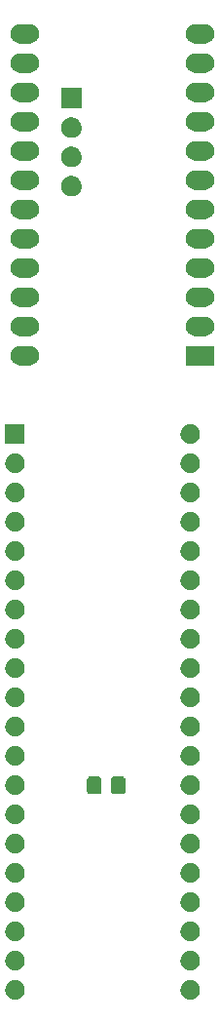
<source format=gbr>
%TF.GenerationSoftware,KiCad,Pcbnew,8.0.3*%
%TF.CreationDate,2024-06-20T16:00:29+02:00*%
%TF.ProjectId,adapter 8913-8910 long board reverse on air,61646170-7465-4722-9038-3931332d3839,rev?*%
%TF.SameCoordinates,Original*%
%TF.FileFunction,Soldermask,Bot*%
%TF.FilePolarity,Negative*%
%FSLAX46Y46*%
G04 Gerber Fmt 4.6, Leading zero omitted, Abs format (unit mm)*
G04 Created by KiCad (PCBNEW 8.0.3) date 2024-06-20 16:00:29*
%MOMM*%
%LPD*%
G01*
G04 APERTURE LIST*
G04 APERTURE END LIST*
G36*
X164341199Y-143013662D02*
G01*
X164388954Y-143013662D01*
X164430194Y-143022427D01*
X164465901Y-143025945D01*
X164510759Y-143039552D01*
X164562973Y-143050651D01*
X164596384Y-143065526D01*
X164625435Y-143074339D01*
X164671602Y-143099015D01*
X164725500Y-143123012D01*
X164750554Y-143141215D01*
X164772453Y-143152920D01*
X164817128Y-143189584D01*
X164869430Y-143227584D01*
X164886411Y-143246443D01*
X164901320Y-143258679D01*
X164941387Y-143307501D01*
X164988473Y-143359795D01*
X164998364Y-143376927D01*
X165007079Y-143387546D01*
X165039306Y-143447840D01*
X165077427Y-143513867D01*
X165081813Y-143527368D01*
X165085660Y-143534564D01*
X165106861Y-143604455D01*
X165132404Y-143683067D01*
X165133303Y-143691623D01*
X165134054Y-143694098D01*
X165141371Y-143768389D01*
X165151000Y-143860000D01*
X165141370Y-143951619D01*
X165134054Y-144025901D01*
X165133303Y-144028375D01*
X165132404Y-144036933D01*
X165106856Y-144115558D01*
X165085660Y-144185435D01*
X165081814Y-144192629D01*
X165077427Y-144206133D01*
X165039299Y-144272172D01*
X165007079Y-144332453D01*
X164998366Y-144343069D01*
X164988473Y-144360205D01*
X164941378Y-144412509D01*
X164901320Y-144461320D01*
X164886414Y-144473552D01*
X164869430Y-144492416D01*
X164817118Y-144530423D01*
X164772453Y-144567079D01*
X164750559Y-144578780D01*
X164725500Y-144596988D01*
X164671591Y-144620989D01*
X164625435Y-144645660D01*
X164596391Y-144654470D01*
X164562973Y-144669349D01*
X164510748Y-144680449D01*
X164465901Y-144694054D01*
X164430203Y-144697570D01*
X164388954Y-144706338D01*
X164341188Y-144706338D01*
X164300000Y-144710395D01*
X164258811Y-144706338D01*
X164211046Y-144706338D01*
X164169797Y-144697570D01*
X164134098Y-144694054D01*
X164089248Y-144680448D01*
X164037027Y-144669349D01*
X164003610Y-144654471D01*
X163974564Y-144645660D01*
X163928402Y-144620986D01*
X163874500Y-144596988D01*
X163849443Y-144578783D01*
X163827546Y-144567079D01*
X163782873Y-144530416D01*
X163730570Y-144492416D01*
X163713588Y-144473555D01*
X163698679Y-144461320D01*
X163658610Y-144412496D01*
X163611527Y-144360205D01*
X163601636Y-144343073D01*
X163592920Y-144332453D01*
X163560687Y-144272148D01*
X163522573Y-144206133D01*
X163518186Y-144192634D01*
X163514339Y-144185435D01*
X163493128Y-144115512D01*
X163467596Y-144036933D01*
X163466697Y-144028380D01*
X163465945Y-144025901D01*
X163458613Y-143951467D01*
X163449000Y-143860000D01*
X163458612Y-143768540D01*
X163465945Y-143694098D01*
X163466697Y-143691618D01*
X163467596Y-143683067D01*
X163493123Y-143604502D01*
X163514339Y-143534564D01*
X163518187Y-143527363D01*
X163522573Y-143513867D01*
X163560680Y-143447863D01*
X163592920Y-143387546D01*
X163601638Y-143376923D01*
X163611527Y-143359795D01*
X163658601Y-143307513D01*
X163698679Y-143258679D01*
X163713591Y-143246440D01*
X163730570Y-143227584D01*
X163782862Y-143189591D01*
X163827546Y-143152920D01*
X163849448Y-143141213D01*
X163874500Y-143123012D01*
X163928391Y-143099018D01*
X163974564Y-143074339D01*
X164003617Y-143065525D01*
X164037027Y-143050651D01*
X164089237Y-143039553D01*
X164134098Y-143025945D01*
X164169806Y-143022427D01*
X164211046Y-143013662D01*
X164258801Y-143013662D01*
X164300000Y-143009604D01*
X164341199Y-143013662D01*
G37*
G36*
X179581199Y-143013662D02*
G01*
X179628954Y-143013662D01*
X179670194Y-143022427D01*
X179705901Y-143025945D01*
X179750759Y-143039552D01*
X179802973Y-143050651D01*
X179836384Y-143065526D01*
X179865435Y-143074339D01*
X179911602Y-143099015D01*
X179965500Y-143123012D01*
X179990554Y-143141215D01*
X180012453Y-143152920D01*
X180057128Y-143189584D01*
X180109430Y-143227584D01*
X180126411Y-143246443D01*
X180141320Y-143258679D01*
X180181387Y-143307501D01*
X180228473Y-143359795D01*
X180238364Y-143376927D01*
X180247079Y-143387546D01*
X180279306Y-143447840D01*
X180317427Y-143513867D01*
X180321813Y-143527368D01*
X180325660Y-143534564D01*
X180346861Y-143604455D01*
X180372404Y-143683067D01*
X180373303Y-143691623D01*
X180374054Y-143694098D01*
X180381371Y-143768389D01*
X180391000Y-143860000D01*
X180381370Y-143951619D01*
X180374054Y-144025901D01*
X180373303Y-144028375D01*
X180372404Y-144036933D01*
X180346856Y-144115558D01*
X180325660Y-144185435D01*
X180321814Y-144192629D01*
X180317427Y-144206133D01*
X180279299Y-144272172D01*
X180247079Y-144332453D01*
X180238366Y-144343069D01*
X180228473Y-144360205D01*
X180181378Y-144412509D01*
X180141320Y-144461320D01*
X180126414Y-144473552D01*
X180109430Y-144492416D01*
X180057118Y-144530423D01*
X180012453Y-144567079D01*
X179990559Y-144578780D01*
X179965500Y-144596988D01*
X179911591Y-144620989D01*
X179865435Y-144645660D01*
X179836391Y-144654470D01*
X179802973Y-144669349D01*
X179750748Y-144680449D01*
X179705901Y-144694054D01*
X179670203Y-144697570D01*
X179628954Y-144706338D01*
X179581188Y-144706338D01*
X179540000Y-144710395D01*
X179498811Y-144706338D01*
X179451046Y-144706338D01*
X179409797Y-144697570D01*
X179374098Y-144694054D01*
X179329248Y-144680448D01*
X179277027Y-144669349D01*
X179243610Y-144654471D01*
X179214564Y-144645660D01*
X179168402Y-144620986D01*
X179114500Y-144596988D01*
X179089443Y-144578783D01*
X179067546Y-144567079D01*
X179022873Y-144530416D01*
X178970570Y-144492416D01*
X178953588Y-144473555D01*
X178938679Y-144461320D01*
X178898610Y-144412496D01*
X178851527Y-144360205D01*
X178841636Y-144343073D01*
X178832920Y-144332453D01*
X178800687Y-144272148D01*
X178762573Y-144206133D01*
X178758186Y-144192634D01*
X178754339Y-144185435D01*
X178733128Y-144115512D01*
X178707596Y-144036933D01*
X178706697Y-144028380D01*
X178705945Y-144025901D01*
X178698613Y-143951467D01*
X178689000Y-143860000D01*
X178698612Y-143768540D01*
X178705945Y-143694098D01*
X178706697Y-143691618D01*
X178707596Y-143683067D01*
X178733123Y-143604502D01*
X178754339Y-143534564D01*
X178758187Y-143527363D01*
X178762573Y-143513867D01*
X178800680Y-143447863D01*
X178832920Y-143387546D01*
X178841638Y-143376923D01*
X178851527Y-143359795D01*
X178898601Y-143307513D01*
X178938679Y-143258679D01*
X178953591Y-143246440D01*
X178970570Y-143227584D01*
X179022862Y-143189591D01*
X179067546Y-143152920D01*
X179089448Y-143141213D01*
X179114500Y-143123012D01*
X179168391Y-143099018D01*
X179214564Y-143074339D01*
X179243617Y-143065525D01*
X179277027Y-143050651D01*
X179329237Y-143039553D01*
X179374098Y-143025945D01*
X179409806Y-143022427D01*
X179451046Y-143013662D01*
X179498801Y-143013662D01*
X179540000Y-143009604D01*
X179581199Y-143013662D01*
G37*
G36*
X164341199Y-140473662D02*
G01*
X164388954Y-140473662D01*
X164430194Y-140482427D01*
X164465901Y-140485945D01*
X164510759Y-140499552D01*
X164562973Y-140510651D01*
X164596384Y-140525526D01*
X164625435Y-140534339D01*
X164671602Y-140559015D01*
X164725500Y-140583012D01*
X164750554Y-140601215D01*
X164772453Y-140612920D01*
X164817128Y-140649584D01*
X164869430Y-140687584D01*
X164886411Y-140706443D01*
X164901320Y-140718679D01*
X164941387Y-140767501D01*
X164988473Y-140819795D01*
X164998364Y-140836927D01*
X165007079Y-140847546D01*
X165039306Y-140907840D01*
X165077427Y-140973867D01*
X165081813Y-140987368D01*
X165085660Y-140994564D01*
X165106861Y-141064455D01*
X165132404Y-141143067D01*
X165133303Y-141151623D01*
X165134054Y-141154098D01*
X165141371Y-141228389D01*
X165151000Y-141320000D01*
X165141370Y-141411619D01*
X165134054Y-141485901D01*
X165133303Y-141488375D01*
X165132404Y-141496933D01*
X165106856Y-141575558D01*
X165085660Y-141645435D01*
X165081814Y-141652629D01*
X165077427Y-141666133D01*
X165039299Y-141732172D01*
X165007079Y-141792453D01*
X164998366Y-141803069D01*
X164988473Y-141820205D01*
X164941378Y-141872509D01*
X164901320Y-141921320D01*
X164886414Y-141933552D01*
X164869430Y-141952416D01*
X164817118Y-141990423D01*
X164772453Y-142027079D01*
X164750559Y-142038780D01*
X164725500Y-142056988D01*
X164671591Y-142080989D01*
X164625435Y-142105660D01*
X164596391Y-142114470D01*
X164562973Y-142129349D01*
X164510748Y-142140449D01*
X164465901Y-142154054D01*
X164430203Y-142157570D01*
X164388954Y-142166338D01*
X164341188Y-142166338D01*
X164300000Y-142170395D01*
X164258811Y-142166338D01*
X164211046Y-142166338D01*
X164169797Y-142157570D01*
X164134098Y-142154054D01*
X164089248Y-142140448D01*
X164037027Y-142129349D01*
X164003610Y-142114471D01*
X163974564Y-142105660D01*
X163928402Y-142080986D01*
X163874500Y-142056988D01*
X163849443Y-142038783D01*
X163827546Y-142027079D01*
X163782873Y-141990416D01*
X163730570Y-141952416D01*
X163713588Y-141933555D01*
X163698679Y-141921320D01*
X163658610Y-141872496D01*
X163611527Y-141820205D01*
X163601636Y-141803073D01*
X163592920Y-141792453D01*
X163560687Y-141732148D01*
X163522573Y-141666133D01*
X163518186Y-141652634D01*
X163514339Y-141645435D01*
X163493128Y-141575512D01*
X163467596Y-141496933D01*
X163466697Y-141488380D01*
X163465945Y-141485901D01*
X163458613Y-141411467D01*
X163449000Y-141320000D01*
X163458612Y-141228540D01*
X163465945Y-141154098D01*
X163466697Y-141151618D01*
X163467596Y-141143067D01*
X163493123Y-141064502D01*
X163514339Y-140994564D01*
X163518187Y-140987363D01*
X163522573Y-140973867D01*
X163560680Y-140907863D01*
X163592920Y-140847546D01*
X163601638Y-140836923D01*
X163611527Y-140819795D01*
X163658601Y-140767513D01*
X163698679Y-140718679D01*
X163713591Y-140706440D01*
X163730570Y-140687584D01*
X163782862Y-140649591D01*
X163827546Y-140612920D01*
X163849448Y-140601213D01*
X163874500Y-140583012D01*
X163928391Y-140559018D01*
X163974564Y-140534339D01*
X164003617Y-140525525D01*
X164037027Y-140510651D01*
X164089237Y-140499553D01*
X164134098Y-140485945D01*
X164169806Y-140482427D01*
X164211046Y-140473662D01*
X164258801Y-140473662D01*
X164300000Y-140469604D01*
X164341199Y-140473662D01*
G37*
G36*
X179581199Y-140473662D02*
G01*
X179628954Y-140473662D01*
X179670194Y-140482427D01*
X179705901Y-140485945D01*
X179750759Y-140499552D01*
X179802973Y-140510651D01*
X179836384Y-140525526D01*
X179865435Y-140534339D01*
X179911602Y-140559015D01*
X179965500Y-140583012D01*
X179990554Y-140601215D01*
X180012453Y-140612920D01*
X180057128Y-140649584D01*
X180109430Y-140687584D01*
X180126411Y-140706443D01*
X180141320Y-140718679D01*
X180181387Y-140767501D01*
X180228473Y-140819795D01*
X180238364Y-140836927D01*
X180247079Y-140847546D01*
X180279306Y-140907840D01*
X180317427Y-140973867D01*
X180321813Y-140987368D01*
X180325660Y-140994564D01*
X180346861Y-141064455D01*
X180372404Y-141143067D01*
X180373303Y-141151623D01*
X180374054Y-141154098D01*
X180381371Y-141228389D01*
X180391000Y-141320000D01*
X180381370Y-141411619D01*
X180374054Y-141485901D01*
X180373303Y-141488375D01*
X180372404Y-141496933D01*
X180346856Y-141575558D01*
X180325660Y-141645435D01*
X180321814Y-141652629D01*
X180317427Y-141666133D01*
X180279299Y-141732172D01*
X180247079Y-141792453D01*
X180238366Y-141803069D01*
X180228473Y-141820205D01*
X180181378Y-141872509D01*
X180141320Y-141921320D01*
X180126414Y-141933552D01*
X180109430Y-141952416D01*
X180057118Y-141990423D01*
X180012453Y-142027079D01*
X179990559Y-142038780D01*
X179965500Y-142056988D01*
X179911591Y-142080989D01*
X179865435Y-142105660D01*
X179836391Y-142114470D01*
X179802973Y-142129349D01*
X179750748Y-142140449D01*
X179705901Y-142154054D01*
X179670203Y-142157570D01*
X179628954Y-142166338D01*
X179581188Y-142166338D01*
X179540000Y-142170395D01*
X179498811Y-142166338D01*
X179451046Y-142166338D01*
X179409797Y-142157570D01*
X179374098Y-142154054D01*
X179329248Y-142140448D01*
X179277027Y-142129349D01*
X179243610Y-142114471D01*
X179214564Y-142105660D01*
X179168402Y-142080986D01*
X179114500Y-142056988D01*
X179089443Y-142038783D01*
X179067546Y-142027079D01*
X179022873Y-141990416D01*
X178970570Y-141952416D01*
X178953588Y-141933555D01*
X178938679Y-141921320D01*
X178898610Y-141872496D01*
X178851527Y-141820205D01*
X178841636Y-141803073D01*
X178832920Y-141792453D01*
X178800687Y-141732148D01*
X178762573Y-141666133D01*
X178758186Y-141652634D01*
X178754339Y-141645435D01*
X178733128Y-141575512D01*
X178707596Y-141496933D01*
X178706697Y-141488380D01*
X178705945Y-141485901D01*
X178698613Y-141411467D01*
X178689000Y-141320000D01*
X178698612Y-141228540D01*
X178705945Y-141154098D01*
X178706697Y-141151618D01*
X178707596Y-141143067D01*
X178733123Y-141064502D01*
X178754339Y-140994564D01*
X178758187Y-140987363D01*
X178762573Y-140973867D01*
X178800680Y-140907863D01*
X178832920Y-140847546D01*
X178841638Y-140836923D01*
X178851527Y-140819795D01*
X178898601Y-140767513D01*
X178938679Y-140718679D01*
X178953591Y-140706440D01*
X178970570Y-140687584D01*
X179022862Y-140649591D01*
X179067546Y-140612920D01*
X179089448Y-140601213D01*
X179114500Y-140583012D01*
X179168391Y-140559018D01*
X179214564Y-140534339D01*
X179243617Y-140525525D01*
X179277027Y-140510651D01*
X179329237Y-140499553D01*
X179374098Y-140485945D01*
X179409806Y-140482427D01*
X179451046Y-140473662D01*
X179498801Y-140473662D01*
X179540000Y-140469604D01*
X179581199Y-140473662D01*
G37*
G36*
X164341199Y-137933662D02*
G01*
X164388954Y-137933662D01*
X164430194Y-137942427D01*
X164465901Y-137945945D01*
X164510759Y-137959552D01*
X164562973Y-137970651D01*
X164596384Y-137985526D01*
X164625435Y-137994339D01*
X164671602Y-138019015D01*
X164725500Y-138043012D01*
X164750554Y-138061215D01*
X164772453Y-138072920D01*
X164817128Y-138109584D01*
X164869430Y-138147584D01*
X164886411Y-138166443D01*
X164901320Y-138178679D01*
X164941387Y-138227501D01*
X164988473Y-138279795D01*
X164998364Y-138296927D01*
X165007079Y-138307546D01*
X165039306Y-138367840D01*
X165077427Y-138433867D01*
X165081813Y-138447368D01*
X165085660Y-138454564D01*
X165106861Y-138524455D01*
X165132404Y-138603067D01*
X165133303Y-138611623D01*
X165134054Y-138614098D01*
X165141371Y-138688389D01*
X165151000Y-138780000D01*
X165141370Y-138871619D01*
X165134054Y-138945901D01*
X165133303Y-138948375D01*
X165132404Y-138956933D01*
X165106856Y-139035558D01*
X165085660Y-139105435D01*
X165081814Y-139112629D01*
X165077427Y-139126133D01*
X165039299Y-139192172D01*
X165007079Y-139252453D01*
X164998366Y-139263069D01*
X164988473Y-139280205D01*
X164941378Y-139332509D01*
X164901320Y-139381320D01*
X164886414Y-139393552D01*
X164869430Y-139412416D01*
X164817118Y-139450423D01*
X164772453Y-139487079D01*
X164750559Y-139498780D01*
X164725500Y-139516988D01*
X164671591Y-139540989D01*
X164625435Y-139565660D01*
X164596391Y-139574470D01*
X164562973Y-139589349D01*
X164510748Y-139600449D01*
X164465901Y-139614054D01*
X164430203Y-139617570D01*
X164388954Y-139626338D01*
X164341188Y-139626338D01*
X164300000Y-139630395D01*
X164258811Y-139626338D01*
X164211046Y-139626338D01*
X164169797Y-139617570D01*
X164134098Y-139614054D01*
X164089248Y-139600448D01*
X164037027Y-139589349D01*
X164003610Y-139574471D01*
X163974564Y-139565660D01*
X163928402Y-139540986D01*
X163874500Y-139516988D01*
X163849443Y-139498783D01*
X163827546Y-139487079D01*
X163782873Y-139450416D01*
X163730570Y-139412416D01*
X163713588Y-139393555D01*
X163698679Y-139381320D01*
X163658610Y-139332496D01*
X163611527Y-139280205D01*
X163601636Y-139263073D01*
X163592920Y-139252453D01*
X163560687Y-139192148D01*
X163522573Y-139126133D01*
X163518186Y-139112634D01*
X163514339Y-139105435D01*
X163493128Y-139035512D01*
X163467596Y-138956933D01*
X163466697Y-138948380D01*
X163465945Y-138945901D01*
X163458613Y-138871467D01*
X163449000Y-138780000D01*
X163458612Y-138688540D01*
X163465945Y-138614098D01*
X163466697Y-138611618D01*
X163467596Y-138603067D01*
X163493123Y-138524502D01*
X163514339Y-138454564D01*
X163518187Y-138447363D01*
X163522573Y-138433867D01*
X163560680Y-138367863D01*
X163592920Y-138307546D01*
X163601638Y-138296923D01*
X163611527Y-138279795D01*
X163658601Y-138227513D01*
X163698679Y-138178679D01*
X163713591Y-138166440D01*
X163730570Y-138147584D01*
X163782862Y-138109591D01*
X163827546Y-138072920D01*
X163849448Y-138061213D01*
X163874500Y-138043012D01*
X163928391Y-138019018D01*
X163974564Y-137994339D01*
X164003617Y-137985525D01*
X164037027Y-137970651D01*
X164089237Y-137959553D01*
X164134098Y-137945945D01*
X164169806Y-137942427D01*
X164211046Y-137933662D01*
X164258801Y-137933662D01*
X164300000Y-137929604D01*
X164341199Y-137933662D01*
G37*
G36*
X179581199Y-137933662D02*
G01*
X179628954Y-137933662D01*
X179670194Y-137942427D01*
X179705901Y-137945945D01*
X179750759Y-137959552D01*
X179802973Y-137970651D01*
X179836384Y-137985526D01*
X179865435Y-137994339D01*
X179911602Y-138019015D01*
X179965500Y-138043012D01*
X179990554Y-138061215D01*
X180012453Y-138072920D01*
X180057128Y-138109584D01*
X180109430Y-138147584D01*
X180126411Y-138166443D01*
X180141320Y-138178679D01*
X180181387Y-138227501D01*
X180228473Y-138279795D01*
X180238364Y-138296927D01*
X180247079Y-138307546D01*
X180279306Y-138367840D01*
X180317427Y-138433867D01*
X180321813Y-138447368D01*
X180325660Y-138454564D01*
X180346861Y-138524455D01*
X180372404Y-138603067D01*
X180373303Y-138611623D01*
X180374054Y-138614098D01*
X180381371Y-138688389D01*
X180391000Y-138780000D01*
X180381370Y-138871619D01*
X180374054Y-138945901D01*
X180373303Y-138948375D01*
X180372404Y-138956933D01*
X180346856Y-139035558D01*
X180325660Y-139105435D01*
X180321814Y-139112629D01*
X180317427Y-139126133D01*
X180279299Y-139192172D01*
X180247079Y-139252453D01*
X180238366Y-139263069D01*
X180228473Y-139280205D01*
X180181378Y-139332509D01*
X180141320Y-139381320D01*
X180126414Y-139393552D01*
X180109430Y-139412416D01*
X180057118Y-139450423D01*
X180012453Y-139487079D01*
X179990559Y-139498780D01*
X179965500Y-139516988D01*
X179911591Y-139540989D01*
X179865435Y-139565660D01*
X179836391Y-139574470D01*
X179802973Y-139589349D01*
X179750748Y-139600449D01*
X179705901Y-139614054D01*
X179670203Y-139617570D01*
X179628954Y-139626338D01*
X179581188Y-139626338D01*
X179540000Y-139630395D01*
X179498811Y-139626338D01*
X179451046Y-139626338D01*
X179409797Y-139617570D01*
X179374098Y-139614054D01*
X179329248Y-139600448D01*
X179277027Y-139589349D01*
X179243610Y-139574471D01*
X179214564Y-139565660D01*
X179168402Y-139540986D01*
X179114500Y-139516988D01*
X179089443Y-139498783D01*
X179067546Y-139487079D01*
X179022873Y-139450416D01*
X178970570Y-139412416D01*
X178953588Y-139393555D01*
X178938679Y-139381320D01*
X178898610Y-139332496D01*
X178851527Y-139280205D01*
X178841636Y-139263073D01*
X178832920Y-139252453D01*
X178800687Y-139192148D01*
X178762573Y-139126133D01*
X178758186Y-139112634D01*
X178754339Y-139105435D01*
X178733128Y-139035512D01*
X178707596Y-138956933D01*
X178706697Y-138948380D01*
X178705945Y-138945901D01*
X178698613Y-138871467D01*
X178689000Y-138780000D01*
X178698612Y-138688540D01*
X178705945Y-138614098D01*
X178706697Y-138611618D01*
X178707596Y-138603067D01*
X178733123Y-138524502D01*
X178754339Y-138454564D01*
X178758187Y-138447363D01*
X178762573Y-138433867D01*
X178800680Y-138367863D01*
X178832920Y-138307546D01*
X178841638Y-138296923D01*
X178851527Y-138279795D01*
X178898601Y-138227513D01*
X178938679Y-138178679D01*
X178953591Y-138166440D01*
X178970570Y-138147584D01*
X179022862Y-138109591D01*
X179067546Y-138072920D01*
X179089448Y-138061213D01*
X179114500Y-138043012D01*
X179168391Y-138019018D01*
X179214564Y-137994339D01*
X179243617Y-137985525D01*
X179277027Y-137970651D01*
X179329237Y-137959553D01*
X179374098Y-137945945D01*
X179409806Y-137942427D01*
X179451046Y-137933662D01*
X179498801Y-137933662D01*
X179540000Y-137929604D01*
X179581199Y-137933662D01*
G37*
G36*
X164341199Y-135393662D02*
G01*
X164388954Y-135393662D01*
X164430194Y-135402427D01*
X164465901Y-135405945D01*
X164510759Y-135419552D01*
X164562973Y-135430651D01*
X164596384Y-135445526D01*
X164625435Y-135454339D01*
X164671602Y-135479015D01*
X164725500Y-135503012D01*
X164750554Y-135521215D01*
X164772453Y-135532920D01*
X164817128Y-135569584D01*
X164869430Y-135607584D01*
X164886411Y-135626443D01*
X164901320Y-135638679D01*
X164941387Y-135687501D01*
X164988473Y-135739795D01*
X164998364Y-135756927D01*
X165007079Y-135767546D01*
X165039306Y-135827840D01*
X165077427Y-135893867D01*
X165081813Y-135907368D01*
X165085660Y-135914564D01*
X165106861Y-135984455D01*
X165132404Y-136063067D01*
X165133303Y-136071623D01*
X165134054Y-136074098D01*
X165141371Y-136148389D01*
X165151000Y-136240000D01*
X165141370Y-136331619D01*
X165134054Y-136405901D01*
X165133303Y-136408375D01*
X165132404Y-136416933D01*
X165106856Y-136495558D01*
X165085660Y-136565435D01*
X165081814Y-136572629D01*
X165077427Y-136586133D01*
X165039299Y-136652172D01*
X165007079Y-136712453D01*
X164998366Y-136723069D01*
X164988473Y-136740205D01*
X164941378Y-136792509D01*
X164901320Y-136841320D01*
X164886414Y-136853552D01*
X164869430Y-136872416D01*
X164817118Y-136910423D01*
X164772453Y-136947079D01*
X164750559Y-136958780D01*
X164725500Y-136976988D01*
X164671591Y-137000989D01*
X164625435Y-137025660D01*
X164596391Y-137034470D01*
X164562973Y-137049349D01*
X164510748Y-137060449D01*
X164465901Y-137074054D01*
X164430203Y-137077570D01*
X164388954Y-137086338D01*
X164341188Y-137086338D01*
X164300000Y-137090395D01*
X164258811Y-137086338D01*
X164211046Y-137086338D01*
X164169797Y-137077570D01*
X164134098Y-137074054D01*
X164089248Y-137060448D01*
X164037027Y-137049349D01*
X164003610Y-137034471D01*
X163974564Y-137025660D01*
X163928402Y-137000986D01*
X163874500Y-136976988D01*
X163849443Y-136958783D01*
X163827546Y-136947079D01*
X163782873Y-136910416D01*
X163730570Y-136872416D01*
X163713588Y-136853555D01*
X163698679Y-136841320D01*
X163658610Y-136792496D01*
X163611527Y-136740205D01*
X163601636Y-136723073D01*
X163592920Y-136712453D01*
X163560687Y-136652148D01*
X163522573Y-136586133D01*
X163518186Y-136572634D01*
X163514339Y-136565435D01*
X163493128Y-136495512D01*
X163467596Y-136416933D01*
X163466697Y-136408380D01*
X163465945Y-136405901D01*
X163458613Y-136331467D01*
X163449000Y-136240000D01*
X163458612Y-136148540D01*
X163465945Y-136074098D01*
X163466697Y-136071618D01*
X163467596Y-136063067D01*
X163493123Y-135984502D01*
X163514339Y-135914564D01*
X163518187Y-135907363D01*
X163522573Y-135893867D01*
X163560680Y-135827863D01*
X163592920Y-135767546D01*
X163601638Y-135756923D01*
X163611527Y-135739795D01*
X163658601Y-135687513D01*
X163698679Y-135638679D01*
X163713591Y-135626440D01*
X163730570Y-135607584D01*
X163782862Y-135569591D01*
X163827546Y-135532920D01*
X163849448Y-135521213D01*
X163874500Y-135503012D01*
X163928391Y-135479018D01*
X163974564Y-135454339D01*
X164003617Y-135445525D01*
X164037027Y-135430651D01*
X164089237Y-135419553D01*
X164134098Y-135405945D01*
X164169806Y-135402427D01*
X164211046Y-135393662D01*
X164258801Y-135393662D01*
X164300000Y-135389604D01*
X164341199Y-135393662D01*
G37*
G36*
X179581199Y-135393662D02*
G01*
X179628954Y-135393662D01*
X179670194Y-135402427D01*
X179705901Y-135405945D01*
X179750759Y-135419552D01*
X179802973Y-135430651D01*
X179836384Y-135445526D01*
X179865435Y-135454339D01*
X179911602Y-135479015D01*
X179965500Y-135503012D01*
X179990554Y-135521215D01*
X180012453Y-135532920D01*
X180057128Y-135569584D01*
X180109430Y-135607584D01*
X180126411Y-135626443D01*
X180141320Y-135638679D01*
X180181387Y-135687501D01*
X180228473Y-135739795D01*
X180238364Y-135756927D01*
X180247079Y-135767546D01*
X180279306Y-135827840D01*
X180317427Y-135893867D01*
X180321813Y-135907368D01*
X180325660Y-135914564D01*
X180346861Y-135984455D01*
X180372404Y-136063067D01*
X180373303Y-136071623D01*
X180374054Y-136074098D01*
X180381371Y-136148389D01*
X180391000Y-136240000D01*
X180381370Y-136331619D01*
X180374054Y-136405901D01*
X180373303Y-136408375D01*
X180372404Y-136416933D01*
X180346856Y-136495558D01*
X180325660Y-136565435D01*
X180321814Y-136572629D01*
X180317427Y-136586133D01*
X180279299Y-136652172D01*
X180247079Y-136712453D01*
X180238366Y-136723069D01*
X180228473Y-136740205D01*
X180181378Y-136792509D01*
X180141320Y-136841320D01*
X180126414Y-136853552D01*
X180109430Y-136872416D01*
X180057118Y-136910423D01*
X180012453Y-136947079D01*
X179990559Y-136958780D01*
X179965500Y-136976988D01*
X179911591Y-137000989D01*
X179865435Y-137025660D01*
X179836391Y-137034470D01*
X179802973Y-137049349D01*
X179750748Y-137060449D01*
X179705901Y-137074054D01*
X179670203Y-137077570D01*
X179628954Y-137086338D01*
X179581188Y-137086338D01*
X179540000Y-137090395D01*
X179498811Y-137086338D01*
X179451046Y-137086338D01*
X179409797Y-137077570D01*
X179374098Y-137074054D01*
X179329248Y-137060448D01*
X179277027Y-137049349D01*
X179243610Y-137034471D01*
X179214564Y-137025660D01*
X179168402Y-137000986D01*
X179114500Y-136976988D01*
X179089443Y-136958783D01*
X179067546Y-136947079D01*
X179022873Y-136910416D01*
X178970570Y-136872416D01*
X178953588Y-136853555D01*
X178938679Y-136841320D01*
X178898610Y-136792496D01*
X178851527Y-136740205D01*
X178841636Y-136723073D01*
X178832920Y-136712453D01*
X178800687Y-136652148D01*
X178762573Y-136586133D01*
X178758186Y-136572634D01*
X178754339Y-136565435D01*
X178733128Y-136495512D01*
X178707596Y-136416933D01*
X178706697Y-136408380D01*
X178705945Y-136405901D01*
X178698613Y-136331467D01*
X178689000Y-136240000D01*
X178698612Y-136148540D01*
X178705945Y-136074098D01*
X178706697Y-136071618D01*
X178707596Y-136063067D01*
X178733123Y-135984502D01*
X178754339Y-135914564D01*
X178758187Y-135907363D01*
X178762573Y-135893867D01*
X178800680Y-135827863D01*
X178832920Y-135767546D01*
X178841638Y-135756923D01*
X178851527Y-135739795D01*
X178898601Y-135687513D01*
X178938679Y-135638679D01*
X178953591Y-135626440D01*
X178970570Y-135607584D01*
X179022862Y-135569591D01*
X179067546Y-135532920D01*
X179089448Y-135521213D01*
X179114500Y-135503012D01*
X179168391Y-135479018D01*
X179214564Y-135454339D01*
X179243617Y-135445525D01*
X179277027Y-135430651D01*
X179329237Y-135419553D01*
X179374098Y-135405945D01*
X179409806Y-135402427D01*
X179451046Y-135393662D01*
X179498801Y-135393662D01*
X179540000Y-135389604D01*
X179581199Y-135393662D01*
G37*
G36*
X164341199Y-132853662D02*
G01*
X164388954Y-132853662D01*
X164430194Y-132862427D01*
X164465901Y-132865945D01*
X164510759Y-132879552D01*
X164562973Y-132890651D01*
X164596384Y-132905526D01*
X164625435Y-132914339D01*
X164671602Y-132939015D01*
X164725500Y-132963012D01*
X164750554Y-132981215D01*
X164772453Y-132992920D01*
X164817128Y-133029584D01*
X164869430Y-133067584D01*
X164886411Y-133086443D01*
X164901320Y-133098679D01*
X164941387Y-133147501D01*
X164988473Y-133199795D01*
X164998364Y-133216927D01*
X165007079Y-133227546D01*
X165039306Y-133287840D01*
X165077427Y-133353867D01*
X165081813Y-133367368D01*
X165085660Y-133374564D01*
X165106861Y-133444455D01*
X165132404Y-133523067D01*
X165133303Y-133531623D01*
X165134054Y-133534098D01*
X165141371Y-133608389D01*
X165151000Y-133700000D01*
X165141370Y-133791619D01*
X165134054Y-133865901D01*
X165133303Y-133868375D01*
X165132404Y-133876933D01*
X165106856Y-133955558D01*
X165085660Y-134025435D01*
X165081814Y-134032629D01*
X165077427Y-134046133D01*
X165039299Y-134112172D01*
X165007079Y-134172453D01*
X164998366Y-134183069D01*
X164988473Y-134200205D01*
X164941378Y-134252509D01*
X164901320Y-134301320D01*
X164886414Y-134313552D01*
X164869430Y-134332416D01*
X164817118Y-134370423D01*
X164772453Y-134407079D01*
X164750559Y-134418780D01*
X164725500Y-134436988D01*
X164671591Y-134460989D01*
X164625435Y-134485660D01*
X164596391Y-134494470D01*
X164562973Y-134509349D01*
X164510748Y-134520449D01*
X164465901Y-134534054D01*
X164430203Y-134537570D01*
X164388954Y-134546338D01*
X164341188Y-134546338D01*
X164300000Y-134550395D01*
X164258811Y-134546338D01*
X164211046Y-134546338D01*
X164169797Y-134537570D01*
X164134098Y-134534054D01*
X164089248Y-134520448D01*
X164037027Y-134509349D01*
X164003610Y-134494471D01*
X163974564Y-134485660D01*
X163928402Y-134460986D01*
X163874500Y-134436988D01*
X163849443Y-134418783D01*
X163827546Y-134407079D01*
X163782873Y-134370416D01*
X163730570Y-134332416D01*
X163713588Y-134313555D01*
X163698679Y-134301320D01*
X163658610Y-134252496D01*
X163611527Y-134200205D01*
X163601636Y-134183073D01*
X163592920Y-134172453D01*
X163560687Y-134112148D01*
X163522573Y-134046133D01*
X163518186Y-134032634D01*
X163514339Y-134025435D01*
X163493128Y-133955512D01*
X163467596Y-133876933D01*
X163466697Y-133868380D01*
X163465945Y-133865901D01*
X163458613Y-133791467D01*
X163449000Y-133700000D01*
X163458612Y-133608540D01*
X163465945Y-133534098D01*
X163466697Y-133531618D01*
X163467596Y-133523067D01*
X163493123Y-133444502D01*
X163514339Y-133374564D01*
X163518187Y-133367363D01*
X163522573Y-133353867D01*
X163560680Y-133287863D01*
X163592920Y-133227546D01*
X163601638Y-133216923D01*
X163611527Y-133199795D01*
X163658601Y-133147513D01*
X163698679Y-133098679D01*
X163713591Y-133086440D01*
X163730570Y-133067584D01*
X163782862Y-133029591D01*
X163827546Y-132992920D01*
X163849448Y-132981213D01*
X163874500Y-132963012D01*
X163928391Y-132939018D01*
X163974564Y-132914339D01*
X164003617Y-132905525D01*
X164037027Y-132890651D01*
X164089237Y-132879553D01*
X164134098Y-132865945D01*
X164169806Y-132862427D01*
X164211046Y-132853662D01*
X164258801Y-132853662D01*
X164300000Y-132849604D01*
X164341199Y-132853662D01*
G37*
G36*
X179581199Y-132853662D02*
G01*
X179628954Y-132853662D01*
X179670194Y-132862427D01*
X179705901Y-132865945D01*
X179750759Y-132879552D01*
X179802973Y-132890651D01*
X179836384Y-132905526D01*
X179865435Y-132914339D01*
X179911602Y-132939015D01*
X179965500Y-132963012D01*
X179990554Y-132981215D01*
X180012453Y-132992920D01*
X180057128Y-133029584D01*
X180109430Y-133067584D01*
X180126411Y-133086443D01*
X180141320Y-133098679D01*
X180181387Y-133147501D01*
X180228473Y-133199795D01*
X180238364Y-133216927D01*
X180247079Y-133227546D01*
X180279306Y-133287840D01*
X180317427Y-133353867D01*
X180321813Y-133367368D01*
X180325660Y-133374564D01*
X180346861Y-133444455D01*
X180372404Y-133523067D01*
X180373303Y-133531623D01*
X180374054Y-133534098D01*
X180381371Y-133608389D01*
X180391000Y-133700000D01*
X180381370Y-133791619D01*
X180374054Y-133865901D01*
X180373303Y-133868375D01*
X180372404Y-133876933D01*
X180346856Y-133955558D01*
X180325660Y-134025435D01*
X180321814Y-134032629D01*
X180317427Y-134046133D01*
X180279299Y-134112172D01*
X180247079Y-134172453D01*
X180238366Y-134183069D01*
X180228473Y-134200205D01*
X180181378Y-134252509D01*
X180141320Y-134301320D01*
X180126414Y-134313552D01*
X180109430Y-134332416D01*
X180057118Y-134370423D01*
X180012453Y-134407079D01*
X179990559Y-134418780D01*
X179965500Y-134436988D01*
X179911591Y-134460989D01*
X179865435Y-134485660D01*
X179836391Y-134494470D01*
X179802973Y-134509349D01*
X179750748Y-134520449D01*
X179705901Y-134534054D01*
X179670203Y-134537570D01*
X179628954Y-134546338D01*
X179581188Y-134546338D01*
X179540000Y-134550395D01*
X179498811Y-134546338D01*
X179451046Y-134546338D01*
X179409797Y-134537570D01*
X179374098Y-134534054D01*
X179329248Y-134520448D01*
X179277027Y-134509349D01*
X179243610Y-134494471D01*
X179214564Y-134485660D01*
X179168402Y-134460986D01*
X179114500Y-134436988D01*
X179089443Y-134418783D01*
X179067546Y-134407079D01*
X179022873Y-134370416D01*
X178970570Y-134332416D01*
X178953588Y-134313555D01*
X178938679Y-134301320D01*
X178898610Y-134252496D01*
X178851527Y-134200205D01*
X178841636Y-134183073D01*
X178832920Y-134172453D01*
X178800687Y-134112148D01*
X178762573Y-134046133D01*
X178758186Y-134032634D01*
X178754339Y-134025435D01*
X178733128Y-133955512D01*
X178707596Y-133876933D01*
X178706697Y-133868380D01*
X178705945Y-133865901D01*
X178698613Y-133791467D01*
X178689000Y-133700000D01*
X178698612Y-133608540D01*
X178705945Y-133534098D01*
X178706697Y-133531618D01*
X178707596Y-133523067D01*
X178733123Y-133444502D01*
X178754339Y-133374564D01*
X178758187Y-133367363D01*
X178762573Y-133353867D01*
X178800680Y-133287863D01*
X178832920Y-133227546D01*
X178841638Y-133216923D01*
X178851527Y-133199795D01*
X178898601Y-133147513D01*
X178938679Y-133098679D01*
X178953591Y-133086440D01*
X178970570Y-133067584D01*
X179022862Y-133029591D01*
X179067546Y-132992920D01*
X179089448Y-132981213D01*
X179114500Y-132963012D01*
X179168391Y-132939018D01*
X179214564Y-132914339D01*
X179243617Y-132905525D01*
X179277027Y-132890651D01*
X179329237Y-132879553D01*
X179374098Y-132865945D01*
X179409806Y-132862427D01*
X179451046Y-132853662D01*
X179498801Y-132853662D01*
X179540000Y-132849604D01*
X179581199Y-132853662D01*
G37*
G36*
X164341199Y-130313662D02*
G01*
X164388954Y-130313662D01*
X164430194Y-130322427D01*
X164465901Y-130325945D01*
X164510759Y-130339552D01*
X164562973Y-130350651D01*
X164596384Y-130365526D01*
X164625435Y-130374339D01*
X164671602Y-130399015D01*
X164725500Y-130423012D01*
X164750554Y-130441215D01*
X164772453Y-130452920D01*
X164817128Y-130489584D01*
X164869430Y-130527584D01*
X164886411Y-130546443D01*
X164901320Y-130558679D01*
X164941387Y-130607501D01*
X164988473Y-130659795D01*
X164998364Y-130676927D01*
X165007079Y-130687546D01*
X165039306Y-130747840D01*
X165077427Y-130813867D01*
X165081813Y-130827368D01*
X165085660Y-130834564D01*
X165106861Y-130904455D01*
X165132404Y-130983067D01*
X165133303Y-130991623D01*
X165134054Y-130994098D01*
X165141371Y-131068389D01*
X165151000Y-131160000D01*
X165141370Y-131251619D01*
X165134054Y-131325901D01*
X165133303Y-131328375D01*
X165132404Y-131336933D01*
X165106856Y-131415558D01*
X165085660Y-131485435D01*
X165081814Y-131492629D01*
X165077427Y-131506133D01*
X165039299Y-131572172D01*
X165007079Y-131632453D01*
X164998366Y-131643069D01*
X164988473Y-131660205D01*
X164941378Y-131712509D01*
X164901320Y-131761320D01*
X164886414Y-131773552D01*
X164869430Y-131792416D01*
X164817118Y-131830423D01*
X164772453Y-131867079D01*
X164750559Y-131878780D01*
X164725500Y-131896988D01*
X164671591Y-131920989D01*
X164625435Y-131945660D01*
X164596391Y-131954470D01*
X164562973Y-131969349D01*
X164510748Y-131980449D01*
X164465901Y-131994054D01*
X164430203Y-131997570D01*
X164388954Y-132006338D01*
X164341188Y-132006338D01*
X164300000Y-132010395D01*
X164258811Y-132006338D01*
X164211046Y-132006338D01*
X164169797Y-131997570D01*
X164134098Y-131994054D01*
X164089248Y-131980448D01*
X164037027Y-131969349D01*
X164003610Y-131954471D01*
X163974564Y-131945660D01*
X163928402Y-131920986D01*
X163874500Y-131896988D01*
X163849443Y-131878783D01*
X163827546Y-131867079D01*
X163782873Y-131830416D01*
X163730570Y-131792416D01*
X163713588Y-131773555D01*
X163698679Y-131761320D01*
X163658610Y-131712496D01*
X163611527Y-131660205D01*
X163601636Y-131643073D01*
X163592920Y-131632453D01*
X163560687Y-131572148D01*
X163522573Y-131506133D01*
X163518186Y-131492634D01*
X163514339Y-131485435D01*
X163493128Y-131415512D01*
X163467596Y-131336933D01*
X163466697Y-131328380D01*
X163465945Y-131325901D01*
X163458613Y-131251467D01*
X163449000Y-131160000D01*
X163458612Y-131068540D01*
X163465945Y-130994098D01*
X163466697Y-130991618D01*
X163467596Y-130983067D01*
X163493123Y-130904502D01*
X163514339Y-130834564D01*
X163518187Y-130827363D01*
X163522573Y-130813867D01*
X163560680Y-130747863D01*
X163592920Y-130687546D01*
X163601638Y-130676923D01*
X163611527Y-130659795D01*
X163658601Y-130607513D01*
X163698679Y-130558679D01*
X163713591Y-130546440D01*
X163730570Y-130527584D01*
X163782862Y-130489591D01*
X163827546Y-130452920D01*
X163849448Y-130441213D01*
X163874500Y-130423012D01*
X163928391Y-130399018D01*
X163974564Y-130374339D01*
X164003617Y-130365525D01*
X164037027Y-130350651D01*
X164089237Y-130339553D01*
X164134098Y-130325945D01*
X164169806Y-130322427D01*
X164211046Y-130313662D01*
X164258801Y-130313662D01*
X164300000Y-130309604D01*
X164341199Y-130313662D01*
G37*
G36*
X179581199Y-130313662D02*
G01*
X179628954Y-130313662D01*
X179670194Y-130322427D01*
X179705901Y-130325945D01*
X179750759Y-130339552D01*
X179802973Y-130350651D01*
X179836384Y-130365526D01*
X179865435Y-130374339D01*
X179911602Y-130399015D01*
X179965500Y-130423012D01*
X179990554Y-130441215D01*
X180012453Y-130452920D01*
X180057128Y-130489584D01*
X180109430Y-130527584D01*
X180126411Y-130546443D01*
X180141320Y-130558679D01*
X180181387Y-130607501D01*
X180228473Y-130659795D01*
X180238364Y-130676927D01*
X180247079Y-130687546D01*
X180279306Y-130747840D01*
X180317427Y-130813867D01*
X180321813Y-130827368D01*
X180325660Y-130834564D01*
X180346861Y-130904455D01*
X180372404Y-130983067D01*
X180373303Y-130991623D01*
X180374054Y-130994098D01*
X180381371Y-131068389D01*
X180391000Y-131160000D01*
X180381370Y-131251619D01*
X180374054Y-131325901D01*
X180373303Y-131328375D01*
X180372404Y-131336933D01*
X180346856Y-131415558D01*
X180325660Y-131485435D01*
X180321814Y-131492629D01*
X180317427Y-131506133D01*
X180279299Y-131572172D01*
X180247079Y-131632453D01*
X180238366Y-131643069D01*
X180228473Y-131660205D01*
X180181378Y-131712509D01*
X180141320Y-131761320D01*
X180126414Y-131773552D01*
X180109430Y-131792416D01*
X180057118Y-131830423D01*
X180012453Y-131867079D01*
X179990559Y-131878780D01*
X179965500Y-131896988D01*
X179911591Y-131920989D01*
X179865435Y-131945660D01*
X179836391Y-131954470D01*
X179802973Y-131969349D01*
X179750748Y-131980449D01*
X179705901Y-131994054D01*
X179670203Y-131997570D01*
X179628954Y-132006338D01*
X179581188Y-132006338D01*
X179540000Y-132010395D01*
X179498811Y-132006338D01*
X179451046Y-132006338D01*
X179409797Y-131997570D01*
X179374098Y-131994054D01*
X179329248Y-131980448D01*
X179277027Y-131969349D01*
X179243610Y-131954471D01*
X179214564Y-131945660D01*
X179168402Y-131920986D01*
X179114500Y-131896988D01*
X179089443Y-131878783D01*
X179067546Y-131867079D01*
X179022873Y-131830416D01*
X178970570Y-131792416D01*
X178953588Y-131773555D01*
X178938679Y-131761320D01*
X178898610Y-131712496D01*
X178851527Y-131660205D01*
X178841636Y-131643073D01*
X178832920Y-131632453D01*
X178800687Y-131572148D01*
X178762573Y-131506133D01*
X178758186Y-131492634D01*
X178754339Y-131485435D01*
X178733128Y-131415512D01*
X178707596Y-131336933D01*
X178706697Y-131328380D01*
X178705945Y-131325901D01*
X178698613Y-131251467D01*
X178689000Y-131160000D01*
X178698612Y-131068540D01*
X178705945Y-130994098D01*
X178706697Y-130991618D01*
X178707596Y-130983067D01*
X178733123Y-130904502D01*
X178754339Y-130834564D01*
X178758187Y-130827363D01*
X178762573Y-130813867D01*
X178800680Y-130747863D01*
X178832920Y-130687546D01*
X178841638Y-130676923D01*
X178851527Y-130659795D01*
X178898601Y-130607513D01*
X178938679Y-130558679D01*
X178953591Y-130546440D01*
X178970570Y-130527584D01*
X179022862Y-130489591D01*
X179067546Y-130452920D01*
X179089448Y-130441213D01*
X179114500Y-130423012D01*
X179168391Y-130399018D01*
X179214564Y-130374339D01*
X179243617Y-130365525D01*
X179277027Y-130350651D01*
X179329237Y-130339553D01*
X179374098Y-130325945D01*
X179409806Y-130322427D01*
X179451046Y-130313662D01*
X179498801Y-130313662D01*
X179540000Y-130309604D01*
X179581199Y-130313662D01*
G37*
G36*
X164341199Y-127773662D02*
G01*
X164388954Y-127773662D01*
X164430194Y-127782427D01*
X164465901Y-127785945D01*
X164510759Y-127799552D01*
X164562973Y-127810651D01*
X164596384Y-127825526D01*
X164625435Y-127834339D01*
X164671602Y-127859015D01*
X164725500Y-127883012D01*
X164750554Y-127901215D01*
X164772453Y-127912920D01*
X164817128Y-127949584D01*
X164869430Y-127987584D01*
X164886411Y-128006443D01*
X164901320Y-128018679D01*
X164941387Y-128067501D01*
X164988473Y-128119795D01*
X164998364Y-128136927D01*
X165007079Y-128147546D01*
X165039306Y-128207840D01*
X165077427Y-128273867D01*
X165081813Y-128287368D01*
X165085660Y-128294564D01*
X165106861Y-128364455D01*
X165132404Y-128443067D01*
X165133303Y-128451623D01*
X165134054Y-128454098D01*
X165141371Y-128528389D01*
X165151000Y-128620000D01*
X165141370Y-128711619D01*
X165134054Y-128785901D01*
X165133303Y-128788375D01*
X165132404Y-128796933D01*
X165106856Y-128875558D01*
X165085660Y-128945435D01*
X165081814Y-128952629D01*
X165077427Y-128966133D01*
X165039299Y-129032172D01*
X165007079Y-129092453D01*
X164998366Y-129103069D01*
X164988473Y-129120205D01*
X164941378Y-129172509D01*
X164901320Y-129221320D01*
X164886414Y-129233552D01*
X164869430Y-129252416D01*
X164817118Y-129290423D01*
X164772453Y-129327079D01*
X164750559Y-129338780D01*
X164725500Y-129356988D01*
X164671591Y-129380989D01*
X164625435Y-129405660D01*
X164596391Y-129414470D01*
X164562973Y-129429349D01*
X164510748Y-129440449D01*
X164465901Y-129454054D01*
X164430203Y-129457570D01*
X164388954Y-129466338D01*
X164341188Y-129466338D01*
X164300000Y-129470395D01*
X164258811Y-129466338D01*
X164211046Y-129466338D01*
X164169797Y-129457570D01*
X164134098Y-129454054D01*
X164089248Y-129440448D01*
X164037027Y-129429349D01*
X164003610Y-129414471D01*
X163974564Y-129405660D01*
X163928402Y-129380986D01*
X163874500Y-129356988D01*
X163849443Y-129338783D01*
X163827546Y-129327079D01*
X163782873Y-129290416D01*
X163730570Y-129252416D01*
X163713588Y-129233555D01*
X163698679Y-129221320D01*
X163658610Y-129172496D01*
X163611527Y-129120205D01*
X163601636Y-129103073D01*
X163592920Y-129092453D01*
X163560687Y-129032148D01*
X163522573Y-128966133D01*
X163518186Y-128952634D01*
X163514339Y-128945435D01*
X163493128Y-128875512D01*
X163467596Y-128796933D01*
X163466697Y-128788380D01*
X163465945Y-128785901D01*
X163458613Y-128711467D01*
X163449000Y-128620000D01*
X163458612Y-128528540D01*
X163465945Y-128454098D01*
X163466697Y-128451618D01*
X163467596Y-128443067D01*
X163493123Y-128364502D01*
X163514339Y-128294564D01*
X163518187Y-128287363D01*
X163522573Y-128273867D01*
X163560680Y-128207863D01*
X163592920Y-128147546D01*
X163601638Y-128136923D01*
X163611527Y-128119795D01*
X163658601Y-128067513D01*
X163698679Y-128018679D01*
X163713591Y-128006440D01*
X163730570Y-127987584D01*
X163782862Y-127949591D01*
X163827546Y-127912920D01*
X163849448Y-127901213D01*
X163874500Y-127883012D01*
X163928391Y-127859018D01*
X163974564Y-127834339D01*
X164003617Y-127825525D01*
X164037027Y-127810651D01*
X164089237Y-127799553D01*
X164134098Y-127785945D01*
X164169806Y-127782427D01*
X164211046Y-127773662D01*
X164258801Y-127773662D01*
X164300000Y-127769604D01*
X164341199Y-127773662D01*
G37*
G36*
X179581199Y-127773662D02*
G01*
X179628954Y-127773662D01*
X179670194Y-127782427D01*
X179705901Y-127785945D01*
X179750759Y-127799552D01*
X179802973Y-127810651D01*
X179836384Y-127825526D01*
X179865435Y-127834339D01*
X179911602Y-127859015D01*
X179965500Y-127883012D01*
X179990554Y-127901215D01*
X180012453Y-127912920D01*
X180057128Y-127949584D01*
X180109430Y-127987584D01*
X180126411Y-128006443D01*
X180141320Y-128018679D01*
X180181387Y-128067501D01*
X180228473Y-128119795D01*
X180238364Y-128136927D01*
X180247079Y-128147546D01*
X180279306Y-128207840D01*
X180317427Y-128273867D01*
X180321813Y-128287368D01*
X180325660Y-128294564D01*
X180346861Y-128364455D01*
X180372404Y-128443067D01*
X180373303Y-128451623D01*
X180374054Y-128454098D01*
X180381371Y-128528389D01*
X180391000Y-128620000D01*
X180381370Y-128711619D01*
X180374054Y-128785901D01*
X180373303Y-128788375D01*
X180372404Y-128796933D01*
X180346856Y-128875558D01*
X180325660Y-128945435D01*
X180321814Y-128952629D01*
X180317427Y-128966133D01*
X180279299Y-129032172D01*
X180247079Y-129092453D01*
X180238366Y-129103069D01*
X180228473Y-129120205D01*
X180181378Y-129172509D01*
X180141320Y-129221320D01*
X180126414Y-129233552D01*
X180109430Y-129252416D01*
X180057118Y-129290423D01*
X180012453Y-129327079D01*
X179990559Y-129338780D01*
X179965500Y-129356988D01*
X179911591Y-129380989D01*
X179865435Y-129405660D01*
X179836391Y-129414470D01*
X179802973Y-129429349D01*
X179750748Y-129440449D01*
X179705901Y-129454054D01*
X179670203Y-129457570D01*
X179628954Y-129466338D01*
X179581188Y-129466338D01*
X179540000Y-129470395D01*
X179498811Y-129466338D01*
X179451046Y-129466338D01*
X179409797Y-129457570D01*
X179374098Y-129454054D01*
X179329248Y-129440448D01*
X179277027Y-129429349D01*
X179243610Y-129414471D01*
X179214564Y-129405660D01*
X179168402Y-129380986D01*
X179114500Y-129356988D01*
X179089443Y-129338783D01*
X179067546Y-129327079D01*
X179022873Y-129290416D01*
X178970570Y-129252416D01*
X178953588Y-129233555D01*
X178938679Y-129221320D01*
X178898610Y-129172496D01*
X178851527Y-129120205D01*
X178841636Y-129103073D01*
X178832920Y-129092453D01*
X178800687Y-129032148D01*
X178762573Y-128966133D01*
X178758186Y-128952634D01*
X178754339Y-128945435D01*
X178733128Y-128875512D01*
X178707596Y-128796933D01*
X178706697Y-128788380D01*
X178705945Y-128785901D01*
X178698613Y-128711467D01*
X178689000Y-128620000D01*
X178698612Y-128528540D01*
X178705945Y-128454098D01*
X178706697Y-128451618D01*
X178707596Y-128443067D01*
X178733123Y-128364502D01*
X178754339Y-128294564D01*
X178758187Y-128287363D01*
X178762573Y-128273867D01*
X178800680Y-128207863D01*
X178832920Y-128147546D01*
X178841638Y-128136923D01*
X178851527Y-128119795D01*
X178898601Y-128067513D01*
X178938679Y-128018679D01*
X178953591Y-128006440D01*
X178970570Y-127987584D01*
X179022862Y-127949591D01*
X179067546Y-127912920D01*
X179089448Y-127901213D01*
X179114500Y-127883012D01*
X179168391Y-127859018D01*
X179214564Y-127834339D01*
X179243617Y-127825525D01*
X179277027Y-127810651D01*
X179329237Y-127799553D01*
X179374098Y-127785945D01*
X179409806Y-127782427D01*
X179451046Y-127773662D01*
X179498801Y-127773662D01*
X179540000Y-127769604D01*
X179581199Y-127773662D01*
G37*
G36*
X164341199Y-125233662D02*
G01*
X164388954Y-125233662D01*
X164430194Y-125242427D01*
X164465901Y-125245945D01*
X164510759Y-125259552D01*
X164562973Y-125270651D01*
X164596384Y-125285526D01*
X164625435Y-125294339D01*
X164671602Y-125319015D01*
X164725500Y-125343012D01*
X164750554Y-125361215D01*
X164772453Y-125372920D01*
X164817128Y-125409584D01*
X164869430Y-125447584D01*
X164886411Y-125466443D01*
X164901320Y-125478679D01*
X164941387Y-125527501D01*
X164988473Y-125579795D01*
X164998364Y-125596927D01*
X165007079Y-125607546D01*
X165039306Y-125667840D01*
X165077427Y-125733867D01*
X165081813Y-125747368D01*
X165085660Y-125754564D01*
X165106861Y-125824455D01*
X165132404Y-125903067D01*
X165133303Y-125911623D01*
X165134054Y-125914098D01*
X165141371Y-125988389D01*
X165151000Y-126080000D01*
X165141370Y-126171619D01*
X165134054Y-126245901D01*
X165133303Y-126248375D01*
X165132404Y-126256933D01*
X165106856Y-126335558D01*
X165085660Y-126405435D01*
X165081814Y-126412629D01*
X165077427Y-126426133D01*
X165039299Y-126492172D01*
X165007079Y-126552453D01*
X164998366Y-126563069D01*
X164988473Y-126580205D01*
X164941378Y-126632509D01*
X164901320Y-126681320D01*
X164886414Y-126693552D01*
X164869430Y-126712416D01*
X164817118Y-126750423D01*
X164772453Y-126787079D01*
X164750559Y-126798780D01*
X164725500Y-126816988D01*
X164671591Y-126840989D01*
X164625435Y-126865660D01*
X164596391Y-126874470D01*
X164562973Y-126889349D01*
X164510748Y-126900449D01*
X164465901Y-126914054D01*
X164430203Y-126917570D01*
X164388954Y-126926338D01*
X164341188Y-126926338D01*
X164300000Y-126930395D01*
X164258811Y-126926338D01*
X164211046Y-126926338D01*
X164169797Y-126917570D01*
X164134098Y-126914054D01*
X164089248Y-126900448D01*
X164037027Y-126889349D01*
X164003610Y-126874471D01*
X163974564Y-126865660D01*
X163928402Y-126840986D01*
X163874500Y-126816988D01*
X163849443Y-126798783D01*
X163827546Y-126787079D01*
X163782873Y-126750416D01*
X163730570Y-126712416D01*
X163713588Y-126693555D01*
X163698679Y-126681320D01*
X163658610Y-126632496D01*
X163611527Y-126580205D01*
X163601636Y-126563073D01*
X163592920Y-126552453D01*
X163560687Y-126492148D01*
X163522573Y-126426133D01*
X163518186Y-126412634D01*
X163514339Y-126405435D01*
X163493128Y-126335512D01*
X163467596Y-126256933D01*
X163466697Y-126248380D01*
X163465945Y-126245901D01*
X163458613Y-126171467D01*
X163449000Y-126080000D01*
X163458612Y-125988540D01*
X163465945Y-125914098D01*
X163466697Y-125911618D01*
X163467596Y-125903067D01*
X163493123Y-125824502D01*
X163514339Y-125754564D01*
X163518187Y-125747363D01*
X163522573Y-125733867D01*
X163560680Y-125667863D01*
X163592920Y-125607546D01*
X163601638Y-125596923D01*
X163611527Y-125579795D01*
X163658601Y-125527513D01*
X163698679Y-125478679D01*
X163713591Y-125466440D01*
X163730570Y-125447584D01*
X163782862Y-125409591D01*
X163827546Y-125372920D01*
X163849448Y-125361213D01*
X163874500Y-125343012D01*
X163928391Y-125319018D01*
X163974564Y-125294339D01*
X164003617Y-125285525D01*
X164037027Y-125270651D01*
X164089237Y-125259553D01*
X164134098Y-125245945D01*
X164169806Y-125242427D01*
X164211046Y-125233662D01*
X164258801Y-125233662D01*
X164300000Y-125229604D01*
X164341199Y-125233662D01*
G37*
G36*
X179581199Y-125233662D02*
G01*
X179628954Y-125233662D01*
X179670194Y-125242427D01*
X179705901Y-125245945D01*
X179750759Y-125259552D01*
X179802973Y-125270651D01*
X179836384Y-125285526D01*
X179865435Y-125294339D01*
X179911602Y-125319015D01*
X179965500Y-125343012D01*
X179990554Y-125361215D01*
X180012453Y-125372920D01*
X180057128Y-125409584D01*
X180109430Y-125447584D01*
X180126411Y-125466443D01*
X180141320Y-125478679D01*
X180181387Y-125527501D01*
X180228473Y-125579795D01*
X180238364Y-125596927D01*
X180247079Y-125607546D01*
X180279306Y-125667840D01*
X180317427Y-125733867D01*
X180321813Y-125747368D01*
X180325660Y-125754564D01*
X180346861Y-125824455D01*
X180372404Y-125903067D01*
X180373303Y-125911623D01*
X180374054Y-125914098D01*
X180381371Y-125988389D01*
X180391000Y-126080000D01*
X180381370Y-126171619D01*
X180374054Y-126245901D01*
X180373303Y-126248375D01*
X180372404Y-126256933D01*
X180346856Y-126335558D01*
X180325660Y-126405435D01*
X180321814Y-126412629D01*
X180317427Y-126426133D01*
X180279299Y-126492172D01*
X180247079Y-126552453D01*
X180238366Y-126563069D01*
X180228473Y-126580205D01*
X180181378Y-126632509D01*
X180141320Y-126681320D01*
X180126414Y-126693552D01*
X180109430Y-126712416D01*
X180057118Y-126750423D01*
X180012453Y-126787079D01*
X179990559Y-126798780D01*
X179965500Y-126816988D01*
X179911591Y-126840989D01*
X179865435Y-126865660D01*
X179836391Y-126874470D01*
X179802973Y-126889349D01*
X179750748Y-126900449D01*
X179705901Y-126914054D01*
X179670203Y-126917570D01*
X179628954Y-126926338D01*
X179581188Y-126926338D01*
X179540000Y-126930395D01*
X179498811Y-126926338D01*
X179451046Y-126926338D01*
X179409797Y-126917570D01*
X179374098Y-126914054D01*
X179329248Y-126900448D01*
X179277027Y-126889349D01*
X179243610Y-126874471D01*
X179214564Y-126865660D01*
X179168402Y-126840986D01*
X179114500Y-126816988D01*
X179089443Y-126798783D01*
X179067546Y-126787079D01*
X179022873Y-126750416D01*
X178970570Y-126712416D01*
X178953588Y-126693555D01*
X178938679Y-126681320D01*
X178898610Y-126632496D01*
X178851527Y-126580205D01*
X178841636Y-126563073D01*
X178832920Y-126552453D01*
X178800687Y-126492148D01*
X178762573Y-126426133D01*
X178758186Y-126412634D01*
X178754339Y-126405435D01*
X178733128Y-126335512D01*
X178707596Y-126256933D01*
X178706697Y-126248380D01*
X178705945Y-126245901D01*
X178698613Y-126171467D01*
X178689000Y-126080000D01*
X178698612Y-125988540D01*
X178705945Y-125914098D01*
X178706697Y-125911618D01*
X178707596Y-125903067D01*
X178733123Y-125824502D01*
X178754339Y-125754564D01*
X178758187Y-125747363D01*
X178762573Y-125733867D01*
X178800680Y-125667863D01*
X178832920Y-125607546D01*
X178841638Y-125596923D01*
X178851527Y-125579795D01*
X178898601Y-125527513D01*
X178938679Y-125478679D01*
X178953591Y-125466440D01*
X178970570Y-125447584D01*
X179022862Y-125409591D01*
X179067546Y-125372920D01*
X179089448Y-125361213D01*
X179114500Y-125343012D01*
X179168391Y-125319018D01*
X179214564Y-125294339D01*
X179243617Y-125285525D01*
X179277027Y-125270651D01*
X179329237Y-125259553D01*
X179374098Y-125245945D01*
X179409806Y-125242427D01*
X179451046Y-125233662D01*
X179498801Y-125233662D01*
X179540000Y-125229604D01*
X179581199Y-125233662D01*
G37*
G36*
X171606414Y-125331995D02*
G01*
X171622226Y-125338976D01*
X171630031Y-125340213D01*
X171662539Y-125356776D01*
X171707606Y-125376676D01*
X171785824Y-125454894D01*
X171805726Y-125499967D01*
X171822286Y-125532468D01*
X171823521Y-125540270D01*
X171830505Y-125556086D01*
X171838500Y-125625000D01*
X171838500Y-126575000D01*
X171830505Y-126643914D01*
X171823521Y-126659729D01*
X171822286Y-126667531D01*
X171805729Y-126700024D01*
X171785824Y-126745106D01*
X171707606Y-126823324D01*
X171662524Y-126843229D01*
X171630031Y-126859786D01*
X171622229Y-126861021D01*
X171606414Y-126868005D01*
X171537500Y-126876000D01*
X170862500Y-126876000D01*
X170793586Y-126868005D01*
X170777770Y-126861021D01*
X170769968Y-126859786D01*
X170737467Y-126843226D01*
X170692394Y-126823324D01*
X170614176Y-126745106D01*
X170594276Y-126700039D01*
X170577713Y-126667531D01*
X170576476Y-126659726D01*
X170569495Y-126643914D01*
X170561500Y-126575000D01*
X170561500Y-125625000D01*
X170569495Y-125556086D01*
X170576476Y-125540274D01*
X170577713Y-125532468D01*
X170594280Y-125499953D01*
X170614176Y-125454894D01*
X170692394Y-125376676D01*
X170737453Y-125356780D01*
X170769968Y-125340213D01*
X170777774Y-125338976D01*
X170793586Y-125331995D01*
X170862500Y-125324000D01*
X171537500Y-125324000D01*
X171606414Y-125331995D01*
G37*
G36*
X173681414Y-125331995D02*
G01*
X173697226Y-125338976D01*
X173705031Y-125340213D01*
X173737539Y-125356776D01*
X173782606Y-125376676D01*
X173860824Y-125454894D01*
X173880726Y-125499967D01*
X173897286Y-125532468D01*
X173898521Y-125540270D01*
X173905505Y-125556086D01*
X173913500Y-125625000D01*
X173913500Y-126575000D01*
X173905505Y-126643914D01*
X173898521Y-126659729D01*
X173897286Y-126667531D01*
X173880729Y-126700024D01*
X173860824Y-126745106D01*
X173782606Y-126823324D01*
X173737524Y-126843229D01*
X173705031Y-126859786D01*
X173697229Y-126861021D01*
X173681414Y-126868005D01*
X173612500Y-126876000D01*
X172937500Y-126876000D01*
X172868586Y-126868005D01*
X172852770Y-126861021D01*
X172844968Y-126859786D01*
X172812467Y-126843226D01*
X172767394Y-126823324D01*
X172689176Y-126745106D01*
X172669276Y-126700039D01*
X172652713Y-126667531D01*
X172651476Y-126659726D01*
X172644495Y-126643914D01*
X172636500Y-126575000D01*
X172636500Y-125625000D01*
X172644495Y-125556086D01*
X172651476Y-125540274D01*
X172652713Y-125532468D01*
X172669280Y-125499953D01*
X172689176Y-125454894D01*
X172767394Y-125376676D01*
X172812453Y-125356780D01*
X172844968Y-125340213D01*
X172852774Y-125338976D01*
X172868586Y-125331995D01*
X172937500Y-125324000D01*
X173612500Y-125324000D01*
X173681414Y-125331995D01*
G37*
G36*
X164341199Y-122693662D02*
G01*
X164388954Y-122693662D01*
X164430194Y-122702427D01*
X164465901Y-122705945D01*
X164510759Y-122719552D01*
X164562973Y-122730651D01*
X164596384Y-122745526D01*
X164625435Y-122754339D01*
X164671602Y-122779015D01*
X164725500Y-122803012D01*
X164750554Y-122821215D01*
X164772453Y-122832920D01*
X164817128Y-122869584D01*
X164869430Y-122907584D01*
X164886411Y-122926443D01*
X164901320Y-122938679D01*
X164941387Y-122987501D01*
X164988473Y-123039795D01*
X164998364Y-123056927D01*
X165007079Y-123067546D01*
X165039306Y-123127840D01*
X165077427Y-123193867D01*
X165081813Y-123207368D01*
X165085660Y-123214564D01*
X165106861Y-123284455D01*
X165132404Y-123363067D01*
X165133303Y-123371623D01*
X165134054Y-123374098D01*
X165141371Y-123448389D01*
X165151000Y-123540000D01*
X165141370Y-123631619D01*
X165134054Y-123705901D01*
X165133303Y-123708375D01*
X165132404Y-123716933D01*
X165106856Y-123795558D01*
X165085660Y-123865435D01*
X165081814Y-123872629D01*
X165077427Y-123886133D01*
X165039299Y-123952172D01*
X165007079Y-124012453D01*
X164998366Y-124023069D01*
X164988473Y-124040205D01*
X164941378Y-124092509D01*
X164901320Y-124141320D01*
X164886414Y-124153552D01*
X164869430Y-124172416D01*
X164817118Y-124210423D01*
X164772453Y-124247079D01*
X164750559Y-124258780D01*
X164725500Y-124276988D01*
X164671591Y-124300989D01*
X164625435Y-124325660D01*
X164596391Y-124334470D01*
X164562973Y-124349349D01*
X164510748Y-124360449D01*
X164465901Y-124374054D01*
X164430203Y-124377570D01*
X164388954Y-124386338D01*
X164341188Y-124386338D01*
X164300000Y-124390395D01*
X164258811Y-124386338D01*
X164211046Y-124386338D01*
X164169797Y-124377570D01*
X164134098Y-124374054D01*
X164089248Y-124360448D01*
X164037027Y-124349349D01*
X164003610Y-124334471D01*
X163974564Y-124325660D01*
X163928402Y-124300986D01*
X163874500Y-124276988D01*
X163849443Y-124258783D01*
X163827546Y-124247079D01*
X163782873Y-124210416D01*
X163730570Y-124172416D01*
X163713588Y-124153555D01*
X163698679Y-124141320D01*
X163658610Y-124092496D01*
X163611527Y-124040205D01*
X163601636Y-124023073D01*
X163592920Y-124012453D01*
X163560687Y-123952148D01*
X163522573Y-123886133D01*
X163518186Y-123872634D01*
X163514339Y-123865435D01*
X163493128Y-123795512D01*
X163467596Y-123716933D01*
X163466697Y-123708380D01*
X163465945Y-123705901D01*
X163458613Y-123631467D01*
X163449000Y-123540000D01*
X163458612Y-123448540D01*
X163465945Y-123374098D01*
X163466697Y-123371618D01*
X163467596Y-123363067D01*
X163493123Y-123284502D01*
X163514339Y-123214564D01*
X163518187Y-123207363D01*
X163522573Y-123193867D01*
X163560680Y-123127863D01*
X163592920Y-123067546D01*
X163601638Y-123056923D01*
X163611527Y-123039795D01*
X163658601Y-122987513D01*
X163698679Y-122938679D01*
X163713591Y-122926440D01*
X163730570Y-122907584D01*
X163782862Y-122869591D01*
X163827546Y-122832920D01*
X163849448Y-122821213D01*
X163874500Y-122803012D01*
X163928391Y-122779018D01*
X163974564Y-122754339D01*
X164003617Y-122745525D01*
X164037027Y-122730651D01*
X164089237Y-122719553D01*
X164134098Y-122705945D01*
X164169806Y-122702427D01*
X164211046Y-122693662D01*
X164258801Y-122693662D01*
X164300000Y-122689604D01*
X164341199Y-122693662D01*
G37*
G36*
X179581199Y-122693662D02*
G01*
X179628954Y-122693662D01*
X179670194Y-122702427D01*
X179705901Y-122705945D01*
X179750759Y-122719552D01*
X179802973Y-122730651D01*
X179836384Y-122745526D01*
X179865435Y-122754339D01*
X179911602Y-122779015D01*
X179965500Y-122803012D01*
X179990554Y-122821215D01*
X180012453Y-122832920D01*
X180057128Y-122869584D01*
X180109430Y-122907584D01*
X180126411Y-122926443D01*
X180141320Y-122938679D01*
X180181387Y-122987501D01*
X180228473Y-123039795D01*
X180238364Y-123056927D01*
X180247079Y-123067546D01*
X180279306Y-123127840D01*
X180317427Y-123193867D01*
X180321813Y-123207368D01*
X180325660Y-123214564D01*
X180346861Y-123284455D01*
X180372404Y-123363067D01*
X180373303Y-123371623D01*
X180374054Y-123374098D01*
X180381371Y-123448389D01*
X180391000Y-123540000D01*
X180381370Y-123631619D01*
X180374054Y-123705901D01*
X180373303Y-123708375D01*
X180372404Y-123716933D01*
X180346856Y-123795558D01*
X180325660Y-123865435D01*
X180321814Y-123872629D01*
X180317427Y-123886133D01*
X180279299Y-123952172D01*
X180247079Y-124012453D01*
X180238366Y-124023069D01*
X180228473Y-124040205D01*
X180181378Y-124092509D01*
X180141320Y-124141320D01*
X180126414Y-124153552D01*
X180109430Y-124172416D01*
X180057118Y-124210423D01*
X180012453Y-124247079D01*
X179990559Y-124258780D01*
X179965500Y-124276988D01*
X179911591Y-124300989D01*
X179865435Y-124325660D01*
X179836391Y-124334470D01*
X179802973Y-124349349D01*
X179750748Y-124360449D01*
X179705901Y-124374054D01*
X179670203Y-124377570D01*
X179628954Y-124386338D01*
X179581188Y-124386338D01*
X179540000Y-124390395D01*
X179498811Y-124386338D01*
X179451046Y-124386338D01*
X179409797Y-124377570D01*
X179374098Y-124374054D01*
X179329248Y-124360448D01*
X179277027Y-124349349D01*
X179243610Y-124334471D01*
X179214564Y-124325660D01*
X179168402Y-124300986D01*
X179114500Y-124276988D01*
X179089443Y-124258783D01*
X179067546Y-124247079D01*
X179022873Y-124210416D01*
X178970570Y-124172416D01*
X178953588Y-124153555D01*
X178938679Y-124141320D01*
X178898610Y-124092496D01*
X178851527Y-124040205D01*
X178841636Y-124023073D01*
X178832920Y-124012453D01*
X178800687Y-123952148D01*
X178762573Y-123886133D01*
X178758186Y-123872634D01*
X178754339Y-123865435D01*
X178733128Y-123795512D01*
X178707596Y-123716933D01*
X178706697Y-123708380D01*
X178705945Y-123705901D01*
X178698613Y-123631467D01*
X178689000Y-123540000D01*
X178698612Y-123448540D01*
X178705945Y-123374098D01*
X178706697Y-123371618D01*
X178707596Y-123363067D01*
X178733123Y-123284502D01*
X178754339Y-123214564D01*
X178758187Y-123207363D01*
X178762573Y-123193867D01*
X178800680Y-123127863D01*
X178832920Y-123067546D01*
X178841638Y-123056923D01*
X178851527Y-123039795D01*
X178898601Y-122987513D01*
X178938679Y-122938679D01*
X178953591Y-122926440D01*
X178970570Y-122907584D01*
X179022862Y-122869591D01*
X179067546Y-122832920D01*
X179089448Y-122821213D01*
X179114500Y-122803012D01*
X179168391Y-122779018D01*
X179214564Y-122754339D01*
X179243617Y-122745525D01*
X179277027Y-122730651D01*
X179329237Y-122719553D01*
X179374098Y-122705945D01*
X179409806Y-122702427D01*
X179451046Y-122693662D01*
X179498801Y-122693662D01*
X179540000Y-122689604D01*
X179581199Y-122693662D01*
G37*
G36*
X164341199Y-120153662D02*
G01*
X164388954Y-120153662D01*
X164430194Y-120162427D01*
X164465901Y-120165945D01*
X164510759Y-120179552D01*
X164562973Y-120190651D01*
X164596384Y-120205526D01*
X164625435Y-120214339D01*
X164671602Y-120239015D01*
X164725500Y-120263012D01*
X164750554Y-120281215D01*
X164772453Y-120292920D01*
X164817128Y-120329584D01*
X164869430Y-120367584D01*
X164886411Y-120386443D01*
X164901320Y-120398679D01*
X164941387Y-120447501D01*
X164988473Y-120499795D01*
X164998364Y-120516927D01*
X165007079Y-120527546D01*
X165039306Y-120587840D01*
X165077427Y-120653867D01*
X165081813Y-120667368D01*
X165085660Y-120674564D01*
X165106861Y-120744455D01*
X165132404Y-120823067D01*
X165133303Y-120831623D01*
X165134054Y-120834098D01*
X165141371Y-120908389D01*
X165151000Y-121000000D01*
X165141370Y-121091619D01*
X165134054Y-121165901D01*
X165133303Y-121168375D01*
X165132404Y-121176933D01*
X165106856Y-121255558D01*
X165085660Y-121325435D01*
X165081814Y-121332629D01*
X165077427Y-121346133D01*
X165039299Y-121412172D01*
X165007079Y-121472453D01*
X164998366Y-121483069D01*
X164988473Y-121500205D01*
X164941378Y-121552509D01*
X164901320Y-121601320D01*
X164886414Y-121613552D01*
X164869430Y-121632416D01*
X164817118Y-121670423D01*
X164772453Y-121707079D01*
X164750559Y-121718780D01*
X164725500Y-121736988D01*
X164671591Y-121760989D01*
X164625435Y-121785660D01*
X164596391Y-121794470D01*
X164562973Y-121809349D01*
X164510748Y-121820449D01*
X164465901Y-121834054D01*
X164430203Y-121837570D01*
X164388954Y-121846338D01*
X164341188Y-121846338D01*
X164300000Y-121850395D01*
X164258811Y-121846338D01*
X164211046Y-121846338D01*
X164169797Y-121837570D01*
X164134098Y-121834054D01*
X164089248Y-121820448D01*
X164037027Y-121809349D01*
X164003610Y-121794471D01*
X163974564Y-121785660D01*
X163928402Y-121760986D01*
X163874500Y-121736988D01*
X163849443Y-121718783D01*
X163827546Y-121707079D01*
X163782873Y-121670416D01*
X163730570Y-121632416D01*
X163713588Y-121613555D01*
X163698679Y-121601320D01*
X163658610Y-121552496D01*
X163611527Y-121500205D01*
X163601636Y-121483073D01*
X163592920Y-121472453D01*
X163560687Y-121412148D01*
X163522573Y-121346133D01*
X163518186Y-121332634D01*
X163514339Y-121325435D01*
X163493128Y-121255512D01*
X163467596Y-121176933D01*
X163466697Y-121168380D01*
X163465945Y-121165901D01*
X163458613Y-121091467D01*
X163449000Y-121000000D01*
X163458612Y-120908540D01*
X163465945Y-120834098D01*
X163466697Y-120831618D01*
X163467596Y-120823067D01*
X163493123Y-120744502D01*
X163514339Y-120674564D01*
X163518187Y-120667363D01*
X163522573Y-120653867D01*
X163560680Y-120587863D01*
X163592920Y-120527546D01*
X163601638Y-120516923D01*
X163611527Y-120499795D01*
X163658601Y-120447513D01*
X163698679Y-120398679D01*
X163713591Y-120386440D01*
X163730570Y-120367584D01*
X163782862Y-120329591D01*
X163827546Y-120292920D01*
X163849448Y-120281213D01*
X163874500Y-120263012D01*
X163928391Y-120239018D01*
X163974564Y-120214339D01*
X164003617Y-120205525D01*
X164037027Y-120190651D01*
X164089237Y-120179553D01*
X164134098Y-120165945D01*
X164169806Y-120162427D01*
X164211046Y-120153662D01*
X164258801Y-120153662D01*
X164300000Y-120149604D01*
X164341199Y-120153662D01*
G37*
G36*
X179581199Y-120153662D02*
G01*
X179628954Y-120153662D01*
X179670194Y-120162427D01*
X179705901Y-120165945D01*
X179750759Y-120179552D01*
X179802973Y-120190651D01*
X179836384Y-120205526D01*
X179865435Y-120214339D01*
X179911602Y-120239015D01*
X179965500Y-120263012D01*
X179990554Y-120281215D01*
X180012453Y-120292920D01*
X180057128Y-120329584D01*
X180109430Y-120367584D01*
X180126411Y-120386443D01*
X180141320Y-120398679D01*
X180181387Y-120447501D01*
X180228473Y-120499795D01*
X180238364Y-120516927D01*
X180247079Y-120527546D01*
X180279306Y-120587840D01*
X180317427Y-120653867D01*
X180321813Y-120667368D01*
X180325660Y-120674564D01*
X180346861Y-120744455D01*
X180372404Y-120823067D01*
X180373303Y-120831623D01*
X180374054Y-120834098D01*
X180381371Y-120908389D01*
X180391000Y-121000000D01*
X180381370Y-121091619D01*
X180374054Y-121165901D01*
X180373303Y-121168375D01*
X180372404Y-121176933D01*
X180346856Y-121255558D01*
X180325660Y-121325435D01*
X180321814Y-121332629D01*
X180317427Y-121346133D01*
X180279299Y-121412172D01*
X180247079Y-121472453D01*
X180238366Y-121483069D01*
X180228473Y-121500205D01*
X180181378Y-121552509D01*
X180141320Y-121601320D01*
X180126414Y-121613552D01*
X180109430Y-121632416D01*
X180057118Y-121670423D01*
X180012453Y-121707079D01*
X179990559Y-121718780D01*
X179965500Y-121736988D01*
X179911591Y-121760989D01*
X179865435Y-121785660D01*
X179836391Y-121794470D01*
X179802973Y-121809349D01*
X179750748Y-121820449D01*
X179705901Y-121834054D01*
X179670203Y-121837570D01*
X179628954Y-121846338D01*
X179581188Y-121846338D01*
X179540000Y-121850395D01*
X179498811Y-121846338D01*
X179451046Y-121846338D01*
X179409797Y-121837570D01*
X179374098Y-121834054D01*
X179329248Y-121820448D01*
X179277027Y-121809349D01*
X179243610Y-121794471D01*
X179214564Y-121785660D01*
X179168402Y-121760986D01*
X179114500Y-121736988D01*
X179089443Y-121718783D01*
X179067546Y-121707079D01*
X179022873Y-121670416D01*
X178970570Y-121632416D01*
X178953588Y-121613555D01*
X178938679Y-121601320D01*
X178898610Y-121552496D01*
X178851527Y-121500205D01*
X178841636Y-121483073D01*
X178832920Y-121472453D01*
X178800687Y-121412148D01*
X178762573Y-121346133D01*
X178758186Y-121332634D01*
X178754339Y-121325435D01*
X178733128Y-121255512D01*
X178707596Y-121176933D01*
X178706697Y-121168380D01*
X178705945Y-121165901D01*
X178698613Y-121091467D01*
X178689000Y-121000000D01*
X178698612Y-120908540D01*
X178705945Y-120834098D01*
X178706697Y-120831618D01*
X178707596Y-120823067D01*
X178733123Y-120744502D01*
X178754339Y-120674564D01*
X178758187Y-120667363D01*
X178762573Y-120653867D01*
X178800680Y-120587863D01*
X178832920Y-120527546D01*
X178841638Y-120516923D01*
X178851527Y-120499795D01*
X178898601Y-120447513D01*
X178938679Y-120398679D01*
X178953591Y-120386440D01*
X178970570Y-120367584D01*
X179022862Y-120329591D01*
X179067546Y-120292920D01*
X179089448Y-120281213D01*
X179114500Y-120263012D01*
X179168391Y-120239018D01*
X179214564Y-120214339D01*
X179243617Y-120205525D01*
X179277027Y-120190651D01*
X179329237Y-120179553D01*
X179374098Y-120165945D01*
X179409806Y-120162427D01*
X179451046Y-120153662D01*
X179498801Y-120153662D01*
X179540000Y-120149604D01*
X179581199Y-120153662D01*
G37*
G36*
X164341199Y-117613662D02*
G01*
X164388954Y-117613662D01*
X164430194Y-117622427D01*
X164465901Y-117625945D01*
X164510759Y-117639552D01*
X164562973Y-117650651D01*
X164596384Y-117665526D01*
X164625435Y-117674339D01*
X164671602Y-117699015D01*
X164725500Y-117723012D01*
X164750554Y-117741215D01*
X164772453Y-117752920D01*
X164817128Y-117789584D01*
X164869430Y-117827584D01*
X164886411Y-117846443D01*
X164901320Y-117858679D01*
X164941387Y-117907501D01*
X164988473Y-117959795D01*
X164998364Y-117976927D01*
X165007079Y-117987546D01*
X165039306Y-118047840D01*
X165077427Y-118113867D01*
X165081813Y-118127368D01*
X165085660Y-118134564D01*
X165106861Y-118204455D01*
X165132404Y-118283067D01*
X165133303Y-118291623D01*
X165134054Y-118294098D01*
X165141371Y-118368389D01*
X165151000Y-118460000D01*
X165141370Y-118551619D01*
X165134054Y-118625901D01*
X165133303Y-118628375D01*
X165132404Y-118636933D01*
X165106856Y-118715558D01*
X165085660Y-118785435D01*
X165081814Y-118792629D01*
X165077427Y-118806133D01*
X165039299Y-118872172D01*
X165007079Y-118932453D01*
X164998366Y-118943069D01*
X164988473Y-118960205D01*
X164941378Y-119012509D01*
X164901320Y-119061320D01*
X164886414Y-119073552D01*
X164869430Y-119092416D01*
X164817118Y-119130423D01*
X164772453Y-119167079D01*
X164750559Y-119178780D01*
X164725500Y-119196988D01*
X164671591Y-119220989D01*
X164625435Y-119245660D01*
X164596391Y-119254470D01*
X164562973Y-119269349D01*
X164510748Y-119280449D01*
X164465901Y-119294054D01*
X164430203Y-119297570D01*
X164388954Y-119306338D01*
X164341188Y-119306338D01*
X164300000Y-119310395D01*
X164258811Y-119306338D01*
X164211046Y-119306338D01*
X164169797Y-119297570D01*
X164134098Y-119294054D01*
X164089248Y-119280448D01*
X164037027Y-119269349D01*
X164003610Y-119254471D01*
X163974564Y-119245660D01*
X163928402Y-119220986D01*
X163874500Y-119196988D01*
X163849443Y-119178783D01*
X163827546Y-119167079D01*
X163782873Y-119130416D01*
X163730570Y-119092416D01*
X163713588Y-119073555D01*
X163698679Y-119061320D01*
X163658610Y-119012496D01*
X163611527Y-118960205D01*
X163601636Y-118943073D01*
X163592920Y-118932453D01*
X163560687Y-118872148D01*
X163522573Y-118806133D01*
X163518186Y-118792634D01*
X163514339Y-118785435D01*
X163493128Y-118715512D01*
X163467596Y-118636933D01*
X163466697Y-118628380D01*
X163465945Y-118625901D01*
X163458613Y-118551467D01*
X163449000Y-118460000D01*
X163458612Y-118368540D01*
X163465945Y-118294098D01*
X163466697Y-118291618D01*
X163467596Y-118283067D01*
X163493123Y-118204502D01*
X163514339Y-118134564D01*
X163518187Y-118127363D01*
X163522573Y-118113867D01*
X163560680Y-118047863D01*
X163592920Y-117987546D01*
X163601638Y-117976923D01*
X163611527Y-117959795D01*
X163658601Y-117907513D01*
X163698679Y-117858679D01*
X163713591Y-117846440D01*
X163730570Y-117827584D01*
X163782862Y-117789591D01*
X163827546Y-117752920D01*
X163849448Y-117741213D01*
X163874500Y-117723012D01*
X163928391Y-117699018D01*
X163974564Y-117674339D01*
X164003617Y-117665525D01*
X164037027Y-117650651D01*
X164089237Y-117639553D01*
X164134098Y-117625945D01*
X164169806Y-117622427D01*
X164211046Y-117613662D01*
X164258801Y-117613662D01*
X164300000Y-117609604D01*
X164341199Y-117613662D01*
G37*
G36*
X179581199Y-117613662D02*
G01*
X179628954Y-117613662D01*
X179670194Y-117622427D01*
X179705901Y-117625945D01*
X179750759Y-117639552D01*
X179802973Y-117650651D01*
X179836384Y-117665526D01*
X179865435Y-117674339D01*
X179911602Y-117699015D01*
X179965500Y-117723012D01*
X179990554Y-117741215D01*
X180012453Y-117752920D01*
X180057128Y-117789584D01*
X180109430Y-117827584D01*
X180126411Y-117846443D01*
X180141320Y-117858679D01*
X180181387Y-117907501D01*
X180228473Y-117959795D01*
X180238364Y-117976927D01*
X180247079Y-117987546D01*
X180279306Y-118047840D01*
X180317427Y-118113867D01*
X180321813Y-118127368D01*
X180325660Y-118134564D01*
X180346861Y-118204455D01*
X180372404Y-118283067D01*
X180373303Y-118291623D01*
X180374054Y-118294098D01*
X180381371Y-118368389D01*
X180391000Y-118460000D01*
X180381370Y-118551619D01*
X180374054Y-118625901D01*
X180373303Y-118628375D01*
X180372404Y-118636933D01*
X180346856Y-118715558D01*
X180325660Y-118785435D01*
X180321814Y-118792629D01*
X180317427Y-118806133D01*
X180279299Y-118872172D01*
X180247079Y-118932453D01*
X180238366Y-118943069D01*
X180228473Y-118960205D01*
X180181378Y-119012509D01*
X180141320Y-119061320D01*
X180126414Y-119073552D01*
X180109430Y-119092416D01*
X180057118Y-119130423D01*
X180012453Y-119167079D01*
X179990559Y-119178780D01*
X179965500Y-119196988D01*
X179911591Y-119220989D01*
X179865435Y-119245660D01*
X179836391Y-119254470D01*
X179802973Y-119269349D01*
X179750748Y-119280449D01*
X179705901Y-119294054D01*
X179670203Y-119297570D01*
X179628954Y-119306338D01*
X179581188Y-119306338D01*
X179540000Y-119310395D01*
X179498811Y-119306338D01*
X179451046Y-119306338D01*
X179409797Y-119297570D01*
X179374098Y-119294054D01*
X179329248Y-119280448D01*
X179277027Y-119269349D01*
X179243610Y-119254471D01*
X179214564Y-119245660D01*
X179168402Y-119220986D01*
X179114500Y-119196988D01*
X179089443Y-119178783D01*
X179067546Y-119167079D01*
X179022873Y-119130416D01*
X178970570Y-119092416D01*
X178953588Y-119073555D01*
X178938679Y-119061320D01*
X178898610Y-119012496D01*
X178851527Y-118960205D01*
X178841636Y-118943073D01*
X178832920Y-118932453D01*
X178800687Y-118872148D01*
X178762573Y-118806133D01*
X178758186Y-118792634D01*
X178754339Y-118785435D01*
X178733128Y-118715512D01*
X178707596Y-118636933D01*
X178706697Y-118628380D01*
X178705945Y-118625901D01*
X178698613Y-118551467D01*
X178689000Y-118460000D01*
X178698612Y-118368540D01*
X178705945Y-118294098D01*
X178706697Y-118291618D01*
X178707596Y-118283067D01*
X178733123Y-118204502D01*
X178754339Y-118134564D01*
X178758187Y-118127363D01*
X178762573Y-118113867D01*
X178800680Y-118047863D01*
X178832920Y-117987546D01*
X178841638Y-117976923D01*
X178851527Y-117959795D01*
X178898601Y-117907513D01*
X178938679Y-117858679D01*
X178953591Y-117846440D01*
X178970570Y-117827584D01*
X179022862Y-117789591D01*
X179067546Y-117752920D01*
X179089448Y-117741213D01*
X179114500Y-117723012D01*
X179168391Y-117699018D01*
X179214564Y-117674339D01*
X179243617Y-117665525D01*
X179277027Y-117650651D01*
X179329237Y-117639553D01*
X179374098Y-117625945D01*
X179409806Y-117622427D01*
X179451046Y-117613662D01*
X179498801Y-117613662D01*
X179540000Y-117609604D01*
X179581199Y-117613662D01*
G37*
G36*
X164341199Y-115073662D02*
G01*
X164388954Y-115073662D01*
X164430194Y-115082427D01*
X164465901Y-115085945D01*
X164510759Y-115099552D01*
X164562973Y-115110651D01*
X164596384Y-115125526D01*
X164625435Y-115134339D01*
X164671602Y-115159015D01*
X164725500Y-115183012D01*
X164750554Y-115201215D01*
X164772453Y-115212920D01*
X164817128Y-115249584D01*
X164869430Y-115287584D01*
X164886411Y-115306443D01*
X164901320Y-115318679D01*
X164941387Y-115367501D01*
X164988473Y-115419795D01*
X164998364Y-115436927D01*
X165007079Y-115447546D01*
X165039306Y-115507840D01*
X165077427Y-115573867D01*
X165081813Y-115587368D01*
X165085660Y-115594564D01*
X165106861Y-115664455D01*
X165132404Y-115743067D01*
X165133303Y-115751623D01*
X165134054Y-115754098D01*
X165141371Y-115828389D01*
X165151000Y-115920000D01*
X165141370Y-116011619D01*
X165134054Y-116085901D01*
X165133303Y-116088375D01*
X165132404Y-116096933D01*
X165106856Y-116175558D01*
X165085660Y-116245435D01*
X165081814Y-116252629D01*
X165077427Y-116266133D01*
X165039299Y-116332172D01*
X165007079Y-116392453D01*
X164998366Y-116403069D01*
X164988473Y-116420205D01*
X164941378Y-116472509D01*
X164901320Y-116521320D01*
X164886414Y-116533552D01*
X164869430Y-116552416D01*
X164817118Y-116590423D01*
X164772453Y-116627079D01*
X164750559Y-116638780D01*
X164725500Y-116656988D01*
X164671591Y-116680989D01*
X164625435Y-116705660D01*
X164596391Y-116714470D01*
X164562973Y-116729349D01*
X164510748Y-116740449D01*
X164465901Y-116754054D01*
X164430203Y-116757570D01*
X164388954Y-116766338D01*
X164341188Y-116766338D01*
X164300000Y-116770395D01*
X164258811Y-116766338D01*
X164211046Y-116766338D01*
X164169797Y-116757570D01*
X164134098Y-116754054D01*
X164089248Y-116740448D01*
X164037027Y-116729349D01*
X164003610Y-116714471D01*
X163974564Y-116705660D01*
X163928402Y-116680986D01*
X163874500Y-116656988D01*
X163849443Y-116638783D01*
X163827546Y-116627079D01*
X163782873Y-116590416D01*
X163730570Y-116552416D01*
X163713588Y-116533555D01*
X163698679Y-116521320D01*
X163658610Y-116472496D01*
X163611527Y-116420205D01*
X163601636Y-116403073D01*
X163592920Y-116392453D01*
X163560687Y-116332148D01*
X163522573Y-116266133D01*
X163518186Y-116252634D01*
X163514339Y-116245435D01*
X163493128Y-116175512D01*
X163467596Y-116096933D01*
X163466697Y-116088380D01*
X163465945Y-116085901D01*
X163458613Y-116011467D01*
X163449000Y-115920000D01*
X163458612Y-115828540D01*
X163465945Y-115754098D01*
X163466697Y-115751618D01*
X163467596Y-115743067D01*
X163493123Y-115664502D01*
X163514339Y-115594564D01*
X163518187Y-115587363D01*
X163522573Y-115573867D01*
X163560680Y-115507863D01*
X163592920Y-115447546D01*
X163601638Y-115436923D01*
X163611527Y-115419795D01*
X163658601Y-115367513D01*
X163698679Y-115318679D01*
X163713591Y-115306440D01*
X163730570Y-115287584D01*
X163782862Y-115249591D01*
X163827546Y-115212920D01*
X163849448Y-115201213D01*
X163874500Y-115183012D01*
X163928391Y-115159018D01*
X163974564Y-115134339D01*
X164003617Y-115125525D01*
X164037027Y-115110651D01*
X164089237Y-115099553D01*
X164134098Y-115085945D01*
X164169806Y-115082427D01*
X164211046Y-115073662D01*
X164258801Y-115073662D01*
X164300000Y-115069604D01*
X164341199Y-115073662D01*
G37*
G36*
X179581199Y-115073662D02*
G01*
X179628954Y-115073662D01*
X179670194Y-115082427D01*
X179705901Y-115085945D01*
X179750759Y-115099552D01*
X179802973Y-115110651D01*
X179836384Y-115125526D01*
X179865435Y-115134339D01*
X179911602Y-115159015D01*
X179965500Y-115183012D01*
X179990554Y-115201215D01*
X180012453Y-115212920D01*
X180057128Y-115249584D01*
X180109430Y-115287584D01*
X180126411Y-115306443D01*
X180141320Y-115318679D01*
X180181387Y-115367501D01*
X180228473Y-115419795D01*
X180238364Y-115436927D01*
X180247079Y-115447546D01*
X180279306Y-115507840D01*
X180317427Y-115573867D01*
X180321813Y-115587368D01*
X180325660Y-115594564D01*
X180346861Y-115664455D01*
X180372404Y-115743067D01*
X180373303Y-115751623D01*
X180374054Y-115754098D01*
X180381371Y-115828389D01*
X180391000Y-115920000D01*
X180381370Y-116011619D01*
X180374054Y-116085901D01*
X180373303Y-116088375D01*
X180372404Y-116096933D01*
X180346856Y-116175558D01*
X180325660Y-116245435D01*
X180321814Y-116252629D01*
X180317427Y-116266133D01*
X180279299Y-116332172D01*
X180247079Y-116392453D01*
X180238366Y-116403069D01*
X180228473Y-116420205D01*
X180181378Y-116472509D01*
X180141320Y-116521320D01*
X180126414Y-116533552D01*
X180109430Y-116552416D01*
X180057118Y-116590423D01*
X180012453Y-116627079D01*
X179990559Y-116638780D01*
X179965500Y-116656988D01*
X179911591Y-116680989D01*
X179865435Y-116705660D01*
X179836391Y-116714470D01*
X179802973Y-116729349D01*
X179750748Y-116740449D01*
X179705901Y-116754054D01*
X179670203Y-116757570D01*
X179628954Y-116766338D01*
X179581188Y-116766338D01*
X179540000Y-116770395D01*
X179498811Y-116766338D01*
X179451046Y-116766338D01*
X179409797Y-116757570D01*
X179374098Y-116754054D01*
X179329248Y-116740448D01*
X179277027Y-116729349D01*
X179243610Y-116714471D01*
X179214564Y-116705660D01*
X179168402Y-116680986D01*
X179114500Y-116656988D01*
X179089443Y-116638783D01*
X179067546Y-116627079D01*
X179022873Y-116590416D01*
X178970570Y-116552416D01*
X178953588Y-116533555D01*
X178938679Y-116521320D01*
X178898610Y-116472496D01*
X178851527Y-116420205D01*
X178841636Y-116403073D01*
X178832920Y-116392453D01*
X178800687Y-116332148D01*
X178762573Y-116266133D01*
X178758186Y-116252634D01*
X178754339Y-116245435D01*
X178733128Y-116175512D01*
X178707596Y-116096933D01*
X178706697Y-116088380D01*
X178705945Y-116085901D01*
X178698613Y-116011467D01*
X178689000Y-115920000D01*
X178698612Y-115828540D01*
X178705945Y-115754098D01*
X178706697Y-115751618D01*
X178707596Y-115743067D01*
X178733123Y-115664502D01*
X178754339Y-115594564D01*
X178758187Y-115587363D01*
X178762573Y-115573867D01*
X178800680Y-115507863D01*
X178832920Y-115447546D01*
X178841638Y-115436923D01*
X178851527Y-115419795D01*
X178898601Y-115367513D01*
X178938679Y-115318679D01*
X178953591Y-115306440D01*
X178970570Y-115287584D01*
X179022862Y-115249591D01*
X179067546Y-115212920D01*
X179089448Y-115201213D01*
X179114500Y-115183012D01*
X179168391Y-115159018D01*
X179214564Y-115134339D01*
X179243617Y-115125525D01*
X179277027Y-115110651D01*
X179329237Y-115099553D01*
X179374098Y-115085945D01*
X179409806Y-115082427D01*
X179451046Y-115073662D01*
X179498801Y-115073662D01*
X179540000Y-115069604D01*
X179581199Y-115073662D01*
G37*
G36*
X164341199Y-112533662D02*
G01*
X164388954Y-112533662D01*
X164430194Y-112542427D01*
X164465901Y-112545945D01*
X164510759Y-112559552D01*
X164562973Y-112570651D01*
X164596384Y-112585526D01*
X164625435Y-112594339D01*
X164671602Y-112619015D01*
X164725500Y-112643012D01*
X164750554Y-112661215D01*
X164772453Y-112672920D01*
X164817128Y-112709584D01*
X164869430Y-112747584D01*
X164886411Y-112766443D01*
X164901320Y-112778679D01*
X164941387Y-112827501D01*
X164988473Y-112879795D01*
X164998364Y-112896927D01*
X165007079Y-112907546D01*
X165039306Y-112967840D01*
X165077427Y-113033867D01*
X165081813Y-113047368D01*
X165085660Y-113054564D01*
X165106861Y-113124455D01*
X165132404Y-113203067D01*
X165133303Y-113211623D01*
X165134054Y-113214098D01*
X165141371Y-113288389D01*
X165151000Y-113380000D01*
X165141370Y-113471619D01*
X165134054Y-113545901D01*
X165133303Y-113548375D01*
X165132404Y-113556933D01*
X165106856Y-113635558D01*
X165085660Y-113705435D01*
X165081814Y-113712629D01*
X165077427Y-113726133D01*
X165039299Y-113792172D01*
X165007079Y-113852453D01*
X164998366Y-113863069D01*
X164988473Y-113880205D01*
X164941378Y-113932509D01*
X164901320Y-113981320D01*
X164886414Y-113993552D01*
X164869430Y-114012416D01*
X164817118Y-114050423D01*
X164772453Y-114087079D01*
X164750559Y-114098780D01*
X164725500Y-114116988D01*
X164671591Y-114140989D01*
X164625435Y-114165660D01*
X164596391Y-114174470D01*
X164562973Y-114189349D01*
X164510748Y-114200449D01*
X164465901Y-114214054D01*
X164430203Y-114217570D01*
X164388954Y-114226338D01*
X164341188Y-114226338D01*
X164300000Y-114230395D01*
X164258811Y-114226338D01*
X164211046Y-114226338D01*
X164169797Y-114217570D01*
X164134098Y-114214054D01*
X164089248Y-114200448D01*
X164037027Y-114189349D01*
X164003610Y-114174471D01*
X163974564Y-114165660D01*
X163928402Y-114140986D01*
X163874500Y-114116988D01*
X163849443Y-114098783D01*
X163827546Y-114087079D01*
X163782873Y-114050416D01*
X163730570Y-114012416D01*
X163713588Y-113993555D01*
X163698679Y-113981320D01*
X163658610Y-113932496D01*
X163611527Y-113880205D01*
X163601636Y-113863073D01*
X163592920Y-113852453D01*
X163560687Y-113792148D01*
X163522573Y-113726133D01*
X163518186Y-113712634D01*
X163514339Y-113705435D01*
X163493128Y-113635512D01*
X163467596Y-113556933D01*
X163466697Y-113548380D01*
X163465945Y-113545901D01*
X163458613Y-113471467D01*
X163449000Y-113380000D01*
X163458612Y-113288540D01*
X163465945Y-113214098D01*
X163466697Y-113211618D01*
X163467596Y-113203067D01*
X163493123Y-113124502D01*
X163514339Y-113054564D01*
X163518187Y-113047363D01*
X163522573Y-113033867D01*
X163560680Y-112967863D01*
X163592920Y-112907546D01*
X163601638Y-112896923D01*
X163611527Y-112879795D01*
X163658601Y-112827513D01*
X163698679Y-112778679D01*
X163713591Y-112766440D01*
X163730570Y-112747584D01*
X163782862Y-112709591D01*
X163827546Y-112672920D01*
X163849448Y-112661213D01*
X163874500Y-112643012D01*
X163928391Y-112619018D01*
X163974564Y-112594339D01*
X164003617Y-112585525D01*
X164037027Y-112570651D01*
X164089237Y-112559553D01*
X164134098Y-112545945D01*
X164169806Y-112542427D01*
X164211046Y-112533662D01*
X164258801Y-112533662D01*
X164300000Y-112529604D01*
X164341199Y-112533662D01*
G37*
G36*
X179581199Y-112533662D02*
G01*
X179628954Y-112533662D01*
X179670194Y-112542427D01*
X179705901Y-112545945D01*
X179750759Y-112559552D01*
X179802973Y-112570651D01*
X179836384Y-112585526D01*
X179865435Y-112594339D01*
X179911602Y-112619015D01*
X179965500Y-112643012D01*
X179990554Y-112661215D01*
X180012453Y-112672920D01*
X180057128Y-112709584D01*
X180109430Y-112747584D01*
X180126411Y-112766443D01*
X180141320Y-112778679D01*
X180181387Y-112827501D01*
X180228473Y-112879795D01*
X180238364Y-112896927D01*
X180247079Y-112907546D01*
X180279306Y-112967840D01*
X180317427Y-113033867D01*
X180321813Y-113047368D01*
X180325660Y-113054564D01*
X180346861Y-113124455D01*
X180372404Y-113203067D01*
X180373303Y-113211623D01*
X180374054Y-113214098D01*
X180381371Y-113288389D01*
X180391000Y-113380000D01*
X180381370Y-113471619D01*
X180374054Y-113545901D01*
X180373303Y-113548375D01*
X180372404Y-113556933D01*
X180346856Y-113635558D01*
X180325660Y-113705435D01*
X180321814Y-113712629D01*
X180317427Y-113726133D01*
X180279299Y-113792172D01*
X180247079Y-113852453D01*
X180238366Y-113863069D01*
X180228473Y-113880205D01*
X180181378Y-113932509D01*
X180141320Y-113981320D01*
X180126414Y-113993552D01*
X180109430Y-114012416D01*
X180057118Y-114050423D01*
X180012453Y-114087079D01*
X179990559Y-114098780D01*
X179965500Y-114116988D01*
X179911591Y-114140989D01*
X179865435Y-114165660D01*
X179836391Y-114174470D01*
X179802973Y-114189349D01*
X179750748Y-114200449D01*
X179705901Y-114214054D01*
X179670203Y-114217570D01*
X179628954Y-114226338D01*
X179581188Y-114226338D01*
X179540000Y-114230395D01*
X179498811Y-114226338D01*
X179451046Y-114226338D01*
X179409797Y-114217570D01*
X179374098Y-114214054D01*
X179329248Y-114200448D01*
X179277027Y-114189349D01*
X179243610Y-114174471D01*
X179214564Y-114165660D01*
X179168402Y-114140986D01*
X179114500Y-114116988D01*
X179089443Y-114098783D01*
X179067546Y-114087079D01*
X179022873Y-114050416D01*
X178970570Y-114012416D01*
X178953588Y-113993555D01*
X178938679Y-113981320D01*
X178898610Y-113932496D01*
X178851527Y-113880205D01*
X178841636Y-113863073D01*
X178832920Y-113852453D01*
X178800687Y-113792148D01*
X178762573Y-113726133D01*
X178758186Y-113712634D01*
X178754339Y-113705435D01*
X178733128Y-113635512D01*
X178707596Y-113556933D01*
X178706697Y-113548380D01*
X178705945Y-113545901D01*
X178698613Y-113471467D01*
X178689000Y-113380000D01*
X178698612Y-113288540D01*
X178705945Y-113214098D01*
X178706697Y-113211618D01*
X178707596Y-113203067D01*
X178733123Y-113124502D01*
X178754339Y-113054564D01*
X178758187Y-113047363D01*
X178762573Y-113033867D01*
X178800680Y-112967863D01*
X178832920Y-112907546D01*
X178841638Y-112896923D01*
X178851527Y-112879795D01*
X178898601Y-112827513D01*
X178938679Y-112778679D01*
X178953591Y-112766440D01*
X178970570Y-112747584D01*
X179022862Y-112709591D01*
X179067546Y-112672920D01*
X179089448Y-112661213D01*
X179114500Y-112643012D01*
X179168391Y-112619018D01*
X179214564Y-112594339D01*
X179243617Y-112585525D01*
X179277027Y-112570651D01*
X179329237Y-112559553D01*
X179374098Y-112545945D01*
X179409806Y-112542427D01*
X179451046Y-112533662D01*
X179498801Y-112533662D01*
X179540000Y-112529604D01*
X179581199Y-112533662D01*
G37*
G36*
X164341199Y-109993662D02*
G01*
X164388954Y-109993662D01*
X164430194Y-110002427D01*
X164465901Y-110005945D01*
X164510759Y-110019552D01*
X164562973Y-110030651D01*
X164596384Y-110045526D01*
X164625435Y-110054339D01*
X164671602Y-110079015D01*
X164725500Y-110103012D01*
X164750554Y-110121215D01*
X164772453Y-110132920D01*
X164817128Y-110169584D01*
X164869430Y-110207584D01*
X164886411Y-110226443D01*
X164901320Y-110238679D01*
X164941387Y-110287501D01*
X164988473Y-110339795D01*
X164998364Y-110356927D01*
X165007079Y-110367546D01*
X165039306Y-110427840D01*
X165077427Y-110493867D01*
X165081813Y-110507368D01*
X165085660Y-110514564D01*
X165106861Y-110584455D01*
X165132404Y-110663067D01*
X165133303Y-110671623D01*
X165134054Y-110674098D01*
X165141371Y-110748389D01*
X165151000Y-110840000D01*
X165141370Y-110931619D01*
X165134054Y-111005901D01*
X165133303Y-111008375D01*
X165132404Y-111016933D01*
X165106856Y-111095558D01*
X165085660Y-111165435D01*
X165081814Y-111172629D01*
X165077427Y-111186133D01*
X165039299Y-111252172D01*
X165007079Y-111312453D01*
X164998366Y-111323069D01*
X164988473Y-111340205D01*
X164941378Y-111392509D01*
X164901320Y-111441320D01*
X164886414Y-111453552D01*
X164869430Y-111472416D01*
X164817118Y-111510423D01*
X164772453Y-111547079D01*
X164750559Y-111558780D01*
X164725500Y-111576988D01*
X164671591Y-111600989D01*
X164625435Y-111625660D01*
X164596391Y-111634470D01*
X164562973Y-111649349D01*
X164510748Y-111660449D01*
X164465901Y-111674054D01*
X164430203Y-111677570D01*
X164388954Y-111686338D01*
X164341188Y-111686338D01*
X164300000Y-111690395D01*
X164258811Y-111686338D01*
X164211046Y-111686338D01*
X164169797Y-111677570D01*
X164134098Y-111674054D01*
X164089248Y-111660448D01*
X164037027Y-111649349D01*
X164003610Y-111634471D01*
X163974564Y-111625660D01*
X163928402Y-111600986D01*
X163874500Y-111576988D01*
X163849443Y-111558783D01*
X163827546Y-111547079D01*
X163782873Y-111510416D01*
X163730570Y-111472416D01*
X163713588Y-111453555D01*
X163698679Y-111441320D01*
X163658610Y-111392496D01*
X163611527Y-111340205D01*
X163601636Y-111323073D01*
X163592920Y-111312453D01*
X163560687Y-111252148D01*
X163522573Y-111186133D01*
X163518186Y-111172634D01*
X163514339Y-111165435D01*
X163493128Y-111095512D01*
X163467596Y-111016933D01*
X163466697Y-111008380D01*
X163465945Y-111005901D01*
X163458613Y-110931467D01*
X163449000Y-110840000D01*
X163458612Y-110748540D01*
X163465945Y-110674098D01*
X163466697Y-110671618D01*
X163467596Y-110663067D01*
X163493123Y-110584502D01*
X163514339Y-110514564D01*
X163518187Y-110507363D01*
X163522573Y-110493867D01*
X163560680Y-110427863D01*
X163592920Y-110367546D01*
X163601638Y-110356923D01*
X163611527Y-110339795D01*
X163658601Y-110287513D01*
X163698679Y-110238679D01*
X163713591Y-110226440D01*
X163730570Y-110207584D01*
X163782862Y-110169591D01*
X163827546Y-110132920D01*
X163849448Y-110121213D01*
X163874500Y-110103012D01*
X163928391Y-110079018D01*
X163974564Y-110054339D01*
X164003617Y-110045525D01*
X164037027Y-110030651D01*
X164089237Y-110019553D01*
X164134098Y-110005945D01*
X164169806Y-110002427D01*
X164211046Y-109993662D01*
X164258801Y-109993662D01*
X164300000Y-109989604D01*
X164341199Y-109993662D01*
G37*
G36*
X179581199Y-109993662D02*
G01*
X179628954Y-109993662D01*
X179670194Y-110002427D01*
X179705901Y-110005945D01*
X179750759Y-110019552D01*
X179802973Y-110030651D01*
X179836384Y-110045526D01*
X179865435Y-110054339D01*
X179911602Y-110079015D01*
X179965500Y-110103012D01*
X179990554Y-110121215D01*
X180012453Y-110132920D01*
X180057128Y-110169584D01*
X180109430Y-110207584D01*
X180126411Y-110226443D01*
X180141320Y-110238679D01*
X180181387Y-110287501D01*
X180228473Y-110339795D01*
X180238364Y-110356927D01*
X180247079Y-110367546D01*
X180279306Y-110427840D01*
X180317427Y-110493867D01*
X180321813Y-110507368D01*
X180325660Y-110514564D01*
X180346861Y-110584455D01*
X180372404Y-110663067D01*
X180373303Y-110671623D01*
X180374054Y-110674098D01*
X180381371Y-110748389D01*
X180391000Y-110840000D01*
X180381370Y-110931619D01*
X180374054Y-111005901D01*
X180373303Y-111008375D01*
X180372404Y-111016933D01*
X180346856Y-111095558D01*
X180325660Y-111165435D01*
X180321814Y-111172629D01*
X180317427Y-111186133D01*
X180279299Y-111252172D01*
X180247079Y-111312453D01*
X180238366Y-111323069D01*
X180228473Y-111340205D01*
X180181378Y-111392509D01*
X180141320Y-111441320D01*
X180126414Y-111453552D01*
X180109430Y-111472416D01*
X180057118Y-111510423D01*
X180012453Y-111547079D01*
X179990559Y-111558780D01*
X179965500Y-111576988D01*
X179911591Y-111600989D01*
X179865435Y-111625660D01*
X179836391Y-111634470D01*
X179802973Y-111649349D01*
X179750748Y-111660449D01*
X179705901Y-111674054D01*
X179670203Y-111677570D01*
X179628954Y-111686338D01*
X179581188Y-111686338D01*
X179540000Y-111690395D01*
X179498811Y-111686338D01*
X179451046Y-111686338D01*
X179409797Y-111677570D01*
X179374098Y-111674054D01*
X179329248Y-111660448D01*
X179277027Y-111649349D01*
X179243610Y-111634471D01*
X179214564Y-111625660D01*
X179168402Y-111600986D01*
X179114500Y-111576988D01*
X179089443Y-111558783D01*
X179067546Y-111547079D01*
X179022873Y-111510416D01*
X178970570Y-111472416D01*
X178953588Y-111453555D01*
X178938679Y-111441320D01*
X178898610Y-111392496D01*
X178851527Y-111340205D01*
X178841636Y-111323073D01*
X178832920Y-111312453D01*
X178800687Y-111252148D01*
X178762573Y-111186133D01*
X178758186Y-111172634D01*
X178754339Y-111165435D01*
X178733128Y-111095512D01*
X178707596Y-111016933D01*
X178706697Y-111008380D01*
X178705945Y-111005901D01*
X178698613Y-110931467D01*
X178689000Y-110840000D01*
X178698612Y-110748540D01*
X178705945Y-110674098D01*
X178706697Y-110671618D01*
X178707596Y-110663067D01*
X178733123Y-110584502D01*
X178754339Y-110514564D01*
X178758187Y-110507363D01*
X178762573Y-110493867D01*
X178800680Y-110427863D01*
X178832920Y-110367546D01*
X178841638Y-110356923D01*
X178851527Y-110339795D01*
X178898601Y-110287513D01*
X178938679Y-110238679D01*
X178953591Y-110226440D01*
X178970570Y-110207584D01*
X179022862Y-110169591D01*
X179067546Y-110132920D01*
X179089448Y-110121213D01*
X179114500Y-110103012D01*
X179168391Y-110079018D01*
X179214564Y-110054339D01*
X179243617Y-110045525D01*
X179277027Y-110030651D01*
X179329237Y-110019553D01*
X179374098Y-110005945D01*
X179409806Y-110002427D01*
X179451046Y-109993662D01*
X179498801Y-109993662D01*
X179540000Y-109989604D01*
X179581199Y-109993662D01*
G37*
G36*
X164341199Y-107453662D02*
G01*
X164388954Y-107453662D01*
X164430194Y-107462427D01*
X164465901Y-107465945D01*
X164510759Y-107479552D01*
X164562973Y-107490651D01*
X164596384Y-107505526D01*
X164625435Y-107514339D01*
X164671602Y-107539015D01*
X164725500Y-107563012D01*
X164750554Y-107581215D01*
X164772453Y-107592920D01*
X164817128Y-107629584D01*
X164869430Y-107667584D01*
X164886411Y-107686443D01*
X164901320Y-107698679D01*
X164941387Y-107747501D01*
X164988473Y-107799795D01*
X164998364Y-107816927D01*
X165007079Y-107827546D01*
X165039306Y-107887840D01*
X165077427Y-107953867D01*
X165081813Y-107967368D01*
X165085660Y-107974564D01*
X165106861Y-108044455D01*
X165132404Y-108123067D01*
X165133303Y-108131623D01*
X165134054Y-108134098D01*
X165141371Y-108208389D01*
X165151000Y-108300000D01*
X165141370Y-108391619D01*
X165134054Y-108465901D01*
X165133303Y-108468375D01*
X165132404Y-108476933D01*
X165106856Y-108555558D01*
X165085660Y-108625435D01*
X165081814Y-108632629D01*
X165077427Y-108646133D01*
X165039299Y-108712172D01*
X165007079Y-108772453D01*
X164998366Y-108783069D01*
X164988473Y-108800205D01*
X164941378Y-108852509D01*
X164901320Y-108901320D01*
X164886414Y-108913552D01*
X164869430Y-108932416D01*
X164817118Y-108970423D01*
X164772453Y-109007079D01*
X164750559Y-109018780D01*
X164725500Y-109036988D01*
X164671591Y-109060989D01*
X164625435Y-109085660D01*
X164596391Y-109094470D01*
X164562973Y-109109349D01*
X164510748Y-109120449D01*
X164465901Y-109134054D01*
X164430203Y-109137570D01*
X164388954Y-109146338D01*
X164341188Y-109146338D01*
X164300000Y-109150395D01*
X164258811Y-109146338D01*
X164211046Y-109146338D01*
X164169797Y-109137570D01*
X164134098Y-109134054D01*
X164089248Y-109120448D01*
X164037027Y-109109349D01*
X164003610Y-109094471D01*
X163974564Y-109085660D01*
X163928402Y-109060986D01*
X163874500Y-109036988D01*
X163849443Y-109018783D01*
X163827546Y-109007079D01*
X163782873Y-108970416D01*
X163730570Y-108932416D01*
X163713588Y-108913555D01*
X163698679Y-108901320D01*
X163658610Y-108852496D01*
X163611527Y-108800205D01*
X163601636Y-108783073D01*
X163592920Y-108772453D01*
X163560687Y-108712148D01*
X163522573Y-108646133D01*
X163518186Y-108632634D01*
X163514339Y-108625435D01*
X163493128Y-108555512D01*
X163467596Y-108476933D01*
X163466697Y-108468380D01*
X163465945Y-108465901D01*
X163458613Y-108391467D01*
X163449000Y-108300000D01*
X163458612Y-108208540D01*
X163465945Y-108134098D01*
X163466697Y-108131618D01*
X163467596Y-108123067D01*
X163493123Y-108044502D01*
X163514339Y-107974564D01*
X163518187Y-107967363D01*
X163522573Y-107953867D01*
X163560680Y-107887863D01*
X163592920Y-107827546D01*
X163601638Y-107816923D01*
X163611527Y-107799795D01*
X163658601Y-107747513D01*
X163698679Y-107698679D01*
X163713591Y-107686440D01*
X163730570Y-107667584D01*
X163782862Y-107629591D01*
X163827546Y-107592920D01*
X163849448Y-107581213D01*
X163874500Y-107563012D01*
X163928391Y-107539018D01*
X163974564Y-107514339D01*
X164003617Y-107505525D01*
X164037027Y-107490651D01*
X164089237Y-107479553D01*
X164134098Y-107465945D01*
X164169806Y-107462427D01*
X164211046Y-107453662D01*
X164258801Y-107453662D01*
X164300000Y-107449604D01*
X164341199Y-107453662D01*
G37*
G36*
X179581199Y-107453662D02*
G01*
X179628954Y-107453662D01*
X179670194Y-107462427D01*
X179705901Y-107465945D01*
X179750759Y-107479552D01*
X179802973Y-107490651D01*
X179836384Y-107505526D01*
X179865435Y-107514339D01*
X179911602Y-107539015D01*
X179965500Y-107563012D01*
X179990554Y-107581215D01*
X180012453Y-107592920D01*
X180057128Y-107629584D01*
X180109430Y-107667584D01*
X180126411Y-107686443D01*
X180141320Y-107698679D01*
X180181387Y-107747501D01*
X180228473Y-107799795D01*
X180238364Y-107816927D01*
X180247079Y-107827546D01*
X180279306Y-107887840D01*
X180317427Y-107953867D01*
X180321813Y-107967368D01*
X180325660Y-107974564D01*
X180346861Y-108044455D01*
X180372404Y-108123067D01*
X180373303Y-108131623D01*
X180374054Y-108134098D01*
X180381371Y-108208389D01*
X180391000Y-108300000D01*
X180381370Y-108391619D01*
X180374054Y-108465901D01*
X180373303Y-108468375D01*
X180372404Y-108476933D01*
X180346856Y-108555558D01*
X180325660Y-108625435D01*
X180321814Y-108632629D01*
X180317427Y-108646133D01*
X180279299Y-108712172D01*
X180247079Y-108772453D01*
X180238366Y-108783069D01*
X180228473Y-108800205D01*
X180181378Y-108852509D01*
X180141320Y-108901320D01*
X180126414Y-108913552D01*
X180109430Y-108932416D01*
X180057118Y-108970423D01*
X180012453Y-109007079D01*
X179990559Y-109018780D01*
X179965500Y-109036988D01*
X179911591Y-109060989D01*
X179865435Y-109085660D01*
X179836391Y-109094470D01*
X179802973Y-109109349D01*
X179750748Y-109120449D01*
X179705901Y-109134054D01*
X179670203Y-109137570D01*
X179628954Y-109146338D01*
X179581188Y-109146338D01*
X179540000Y-109150395D01*
X179498811Y-109146338D01*
X179451046Y-109146338D01*
X179409797Y-109137570D01*
X179374098Y-109134054D01*
X179329248Y-109120448D01*
X179277027Y-109109349D01*
X179243610Y-109094471D01*
X179214564Y-109085660D01*
X179168402Y-109060986D01*
X179114500Y-109036988D01*
X179089443Y-109018783D01*
X179067546Y-109007079D01*
X179022873Y-108970416D01*
X178970570Y-108932416D01*
X178953588Y-108913555D01*
X178938679Y-108901320D01*
X178898610Y-108852496D01*
X178851527Y-108800205D01*
X178841636Y-108783073D01*
X178832920Y-108772453D01*
X178800687Y-108712148D01*
X178762573Y-108646133D01*
X178758186Y-108632634D01*
X178754339Y-108625435D01*
X178733128Y-108555512D01*
X178707596Y-108476933D01*
X178706697Y-108468380D01*
X178705945Y-108465901D01*
X178698613Y-108391467D01*
X178689000Y-108300000D01*
X178698612Y-108208540D01*
X178705945Y-108134098D01*
X178706697Y-108131618D01*
X178707596Y-108123067D01*
X178733123Y-108044502D01*
X178754339Y-107974564D01*
X178758187Y-107967363D01*
X178762573Y-107953867D01*
X178800680Y-107887863D01*
X178832920Y-107827546D01*
X178841638Y-107816923D01*
X178851527Y-107799795D01*
X178898601Y-107747513D01*
X178938679Y-107698679D01*
X178953591Y-107686440D01*
X178970570Y-107667584D01*
X179022862Y-107629591D01*
X179067546Y-107592920D01*
X179089448Y-107581213D01*
X179114500Y-107563012D01*
X179168391Y-107539018D01*
X179214564Y-107514339D01*
X179243617Y-107505525D01*
X179277027Y-107490651D01*
X179329237Y-107479553D01*
X179374098Y-107465945D01*
X179409806Y-107462427D01*
X179451046Y-107453662D01*
X179498801Y-107453662D01*
X179540000Y-107449604D01*
X179581199Y-107453662D01*
G37*
G36*
X164341199Y-104913662D02*
G01*
X164388954Y-104913662D01*
X164430194Y-104922427D01*
X164465901Y-104925945D01*
X164510759Y-104939552D01*
X164562973Y-104950651D01*
X164596384Y-104965526D01*
X164625435Y-104974339D01*
X164671602Y-104999015D01*
X164725500Y-105023012D01*
X164750554Y-105041215D01*
X164772453Y-105052920D01*
X164817128Y-105089584D01*
X164869430Y-105127584D01*
X164886411Y-105146443D01*
X164901320Y-105158679D01*
X164941387Y-105207501D01*
X164988473Y-105259795D01*
X164998364Y-105276927D01*
X165007079Y-105287546D01*
X165039306Y-105347840D01*
X165077427Y-105413867D01*
X165081813Y-105427368D01*
X165085660Y-105434564D01*
X165106861Y-105504455D01*
X165132404Y-105583067D01*
X165133303Y-105591623D01*
X165134054Y-105594098D01*
X165141371Y-105668389D01*
X165151000Y-105760000D01*
X165141370Y-105851619D01*
X165134054Y-105925901D01*
X165133303Y-105928375D01*
X165132404Y-105936933D01*
X165106856Y-106015558D01*
X165085660Y-106085435D01*
X165081814Y-106092629D01*
X165077427Y-106106133D01*
X165039299Y-106172172D01*
X165007079Y-106232453D01*
X164998366Y-106243069D01*
X164988473Y-106260205D01*
X164941378Y-106312509D01*
X164901320Y-106361320D01*
X164886414Y-106373552D01*
X164869430Y-106392416D01*
X164817118Y-106430423D01*
X164772453Y-106467079D01*
X164750559Y-106478780D01*
X164725500Y-106496988D01*
X164671591Y-106520989D01*
X164625435Y-106545660D01*
X164596391Y-106554470D01*
X164562973Y-106569349D01*
X164510748Y-106580449D01*
X164465901Y-106594054D01*
X164430203Y-106597570D01*
X164388954Y-106606338D01*
X164341188Y-106606338D01*
X164300000Y-106610395D01*
X164258811Y-106606338D01*
X164211046Y-106606338D01*
X164169797Y-106597570D01*
X164134098Y-106594054D01*
X164089248Y-106580448D01*
X164037027Y-106569349D01*
X164003610Y-106554471D01*
X163974564Y-106545660D01*
X163928402Y-106520986D01*
X163874500Y-106496988D01*
X163849443Y-106478783D01*
X163827546Y-106467079D01*
X163782873Y-106430416D01*
X163730570Y-106392416D01*
X163713588Y-106373555D01*
X163698679Y-106361320D01*
X163658610Y-106312496D01*
X163611527Y-106260205D01*
X163601636Y-106243073D01*
X163592920Y-106232453D01*
X163560687Y-106172148D01*
X163522573Y-106106133D01*
X163518186Y-106092634D01*
X163514339Y-106085435D01*
X163493128Y-106015512D01*
X163467596Y-105936933D01*
X163466697Y-105928380D01*
X163465945Y-105925901D01*
X163458613Y-105851467D01*
X163449000Y-105760000D01*
X163458612Y-105668540D01*
X163465945Y-105594098D01*
X163466697Y-105591618D01*
X163467596Y-105583067D01*
X163493123Y-105504502D01*
X163514339Y-105434564D01*
X163518187Y-105427363D01*
X163522573Y-105413867D01*
X163560680Y-105347863D01*
X163592920Y-105287546D01*
X163601638Y-105276923D01*
X163611527Y-105259795D01*
X163658601Y-105207513D01*
X163698679Y-105158679D01*
X163713591Y-105146440D01*
X163730570Y-105127584D01*
X163782862Y-105089591D01*
X163827546Y-105052920D01*
X163849448Y-105041213D01*
X163874500Y-105023012D01*
X163928391Y-104999018D01*
X163974564Y-104974339D01*
X164003617Y-104965525D01*
X164037027Y-104950651D01*
X164089237Y-104939553D01*
X164134098Y-104925945D01*
X164169806Y-104922427D01*
X164211046Y-104913662D01*
X164258801Y-104913662D01*
X164300000Y-104909604D01*
X164341199Y-104913662D01*
G37*
G36*
X179581199Y-104913662D02*
G01*
X179628954Y-104913662D01*
X179670194Y-104922427D01*
X179705901Y-104925945D01*
X179750759Y-104939552D01*
X179802973Y-104950651D01*
X179836384Y-104965526D01*
X179865435Y-104974339D01*
X179911602Y-104999015D01*
X179965500Y-105023012D01*
X179990554Y-105041215D01*
X180012453Y-105052920D01*
X180057128Y-105089584D01*
X180109430Y-105127584D01*
X180126411Y-105146443D01*
X180141320Y-105158679D01*
X180181387Y-105207501D01*
X180228473Y-105259795D01*
X180238364Y-105276927D01*
X180247079Y-105287546D01*
X180279306Y-105347840D01*
X180317427Y-105413867D01*
X180321813Y-105427368D01*
X180325660Y-105434564D01*
X180346861Y-105504455D01*
X180372404Y-105583067D01*
X180373303Y-105591623D01*
X180374054Y-105594098D01*
X180381371Y-105668389D01*
X180391000Y-105760000D01*
X180381370Y-105851619D01*
X180374054Y-105925901D01*
X180373303Y-105928375D01*
X180372404Y-105936933D01*
X180346856Y-106015558D01*
X180325660Y-106085435D01*
X180321814Y-106092629D01*
X180317427Y-106106133D01*
X180279299Y-106172172D01*
X180247079Y-106232453D01*
X180238366Y-106243069D01*
X180228473Y-106260205D01*
X180181378Y-106312509D01*
X180141320Y-106361320D01*
X180126414Y-106373552D01*
X180109430Y-106392416D01*
X180057118Y-106430423D01*
X180012453Y-106467079D01*
X179990559Y-106478780D01*
X179965500Y-106496988D01*
X179911591Y-106520989D01*
X179865435Y-106545660D01*
X179836391Y-106554470D01*
X179802973Y-106569349D01*
X179750748Y-106580449D01*
X179705901Y-106594054D01*
X179670203Y-106597570D01*
X179628954Y-106606338D01*
X179581188Y-106606338D01*
X179540000Y-106610395D01*
X179498811Y-106606338D01*
X179451046Y-106606338D01*
X179409797Y-106597570D01*
X179374098Y-106594054D01*
X179329248Y-106580448D01*
X179277027Y-106569349D01*
X179243610Y-106554471D01*
X179214564Y-106545660D01*
X179168402Y-106520986D01*
X179114500Y-106496988D01*
X179089443Y-106478783D01*
X179067546Y-106467079D01*
X179022873Y-106430416D01*
X178970570Y-106392416D01*
X178953588Y-106373555D01*
X178938679Y-106361320D01*
X178898610Y-106312496D01*
X178851527Y-106260205D01*
X178841636Y-106243073D01*
X178832920Y-106232453D01*
X178800687Y-106172148D01*
X178762573Y-106106133D01*
X178758186Y-106092634D01*
X178754339Y-106085435D01*
X178733128Y-106015512D01*
X178707596Y-105936933D01*
X178706697Y-105928380D01*
X178705945Y-105925901D01*
X178698613Y-105851467D01*
X178689000Y-105760000D01*
X178698612Y-105668540D01*
X178705945Y-105594098D01*
X178706697Y-105591618D01*
X178707596Y-105583067D01*
X178733123Y-105504502D01*
X178754339Y-105434564D01*
X178758187Y-105427363D01*
X178762573Y-105413867D01*
X178800680Y-105347863D01*
X178832920Y-105287546D01*
X178841638Y-105276923D01*
X178851527Y-105259795D01*
X178898601Y-105207513D01*
X178938679Y-105158679D01*
X178953591Y-105146440D01*
X178970570Y-105127584D01*
X179022862Y-105089591D01*
X179067546Y-105052920D01*
X179089448Y-105041213D01*
X179114500Y-105023012D01*
X179168391Y-104999018D01*
X179214564Y-104974339D01*
X179243617Y-104965525D01*
X179277027Y-104950651D01*
X179329237Y-104939553D01*
X179374098Y-104925945D01*
X179409806Y-104922427D01*
X179451046Y-104913662D01*
X179498801Y-104913662D01*
X179540000Y-104909604D01*
X179581199Y-104913662D01*
G37*
G36*
X164341199Y-102373662D02*
G01*
X164388954Y-102373662D01*
X164430194Y-102382427D01*
X164465901Y-102385945D01*
X164510759Y-102399552D01*
X164562973Y-102410651D01*
X164596384Y-102425526D01*
X164625435Y-102434339D01*
X164671602Y-102459015D01*
X164725500Y-102483012D01*
X164750554Y-102501215D01*
X164772453Y-102512920D01*
X164817128Y-102549584D01*
X164869430Y-102587584D01*
X164886411Y-102606443D01*
X164901320Y-102618679D01*
X164941387Y-102667501D01*
X164988473Y-102719795D01*
X164998364Y-102736927D01*
X165007079Y-102747546D01*
X165039306Y-102807840D01*
X165077427Y-102873867D01*
X165081813Y-102887368D01*
X165085660Y-102894564D01*
X165106861Y-102964455D01*
X165132404Y-103043067D01*
X165133303Y-103051623D01*
X165134054Y-103054098D01*
X165141371Y-103128389D01*
X165151000Y-103220000D01*
X165141370Y-103311619D01*
X165134054Y-103385901D01*
X165133303Y-103388375D01*
X165132404Y-103396933D01*
X165106856Y-103475558D01*
X165085660Y-103545435D01*
X165081814Y-103552629D01*
X165077427Y-103566133D01*
X165039299Y-103632172D01*
X165007079Y-103692453D01*
X164998366Y-103703069D01*
X164988473Y-103720205D01*
X164941378Y-103772509D01*
X164901320Y-103821320D01*
X164886414Y-103833552D01*
X164869430Y-103852416D01*
X164817118Y-103890423D01*
X164772453Y-103927079D01*
X164750559Y-103938780D01*
X164725500Y-103956988D01*
X164671591Y-103980989D01*
X164625435Y-104005660D01*
X164596391Y-104014470D01*
X164562973Y-104029349D01*
X164510748Y-104040449D01*
X164465901Y-104054054D01*
X164430203Y-104057570D01*
X164388954Y-104066338D01*
X164341188Y-104066338D01*
X164300000Y-104070395D01*
X164258811Y-104066338D01*
X164211046Y-104066338D01*
X164169797Y-104057570D01*
X164134098Y-104054054D01*
X164089248Y-104040448D01*
X164037027Y-104029349D01*
X164003610Y-104014471D01*
X163974564Y-104005660D01*
X163928402Y-103980986D01*
X163874500Y-103956988D01*
X163849443Y-103938783D01*
X163827546Y-103927079D01*
X163782873Y-103890416D01*
X163730570Y-103852416D01*
X163713588Y-103833555D01*
X163698679Y-103821320D01*
X163658610Y-103772496D01*
X163611527Y-103720205D01*
X163601636Y-103703073D01*
X163592920Y-103692453D01*
X163560687Y-103632148D01*
X163522573Y-103566133D01*
X163518186Y-103552634D01*
X163514339Y-103545435D01*
X163493128Y-103475512D01*
X163467596Y-103396933D01*
X163466697Y-103388380D01*
X163465945Y-103385901D01*
X163458613Y-103311467D01*
X163449000Y-103220000D01*
X163458612Y-103128540D01*
X163465945Y-103054098D01*
X163466697Y-103051618D01*
X163467596Y-103043067D01*
X163493123Y-102964502D01*
X163514339Y-102894564D01*
X163518187Y-102887363D01*
X163522573Y-102873867D01*
X163560680Y-102807863D01*
X163592920Y-102747546D01*
X163601638Y-102736923D01*
X163611527Y-102719795D01*
X163658601Y-102667513D01*
X163698679Y-102618679D01*
X163713591Y-102606440D01*
X163730570Y-102587584D01*
X163782862Y-102549591D01*
X163827546Y-102512920D01*
X163849448Y-102501213D01*
X163874500Y-102483012D01*
X163928391Y-102459018D01*
X163974564Y-102434339D01*
X164003617Y-102425525D01*
X164037027Y-102410651D01*
X164089237Y-102399553D01*
X164134098Y-102385945D01*
X164169806Y-102382427D01*
X164211046Y-102373662D01*
X164258801Y-102373662D01*
X164300000Y-102369604D01*
X164341199Y-102373662D01*
G37*
G36*
X179581199Y-102373662D02*
G01*
X179628954Y-102373662D01*
X179670194Y-102382427D01*
X179705901Y-102385945D01*
X179750759Y-102399552D01*
X179802973Y-102410651D01*
X179836384Y-102425526D01*
X179865435Y-102434339D01*
X179911602Y-102459015D01*
X179965500Y-102483012D01*
X179990554Y-102501215D01*
X180012453Y-102512920D01*
X180057128Y-102549584D01*
X180109430Y-102587584D01*
X180126411Y-102606443D01*
X180141320Y-102618679D01*
X180181387Y-102667501D01*
X180228473Y-102719795D01*
X180238364Y-102736927D01*
X180247079Y-102747546D01*
X180279306Y-102807840D01*
X180317427Y-102873867D01*
X180321813Y-102887368D01*
X180325660Y-102894564D01*
X180346861Y-102964455D01*
X180372404Y-103043067D01*
X180373303Y-103051623D01*
X180374054Y-103054098D01*
X180381371Y-103128389D01*
X180391000Y-103220000D01*
X180381370Y-103311619D01*
X180374054Y-103385901D01*
X180373303Y-103388375D01*
X180372404Y-103396933D01*
X180346856Y-103475558D01*
X180325660Y-103545435D01*
X180321814Y-103552629D01*
X180317427Y-103566133D01*
X180279299Y-103632172D01*
X180247079Y-103692453D01*
X180238366Y-103703069D01*
X180228473Y-103720205D01*
X180181378Y-103772509D01*
X180141320Y-103821320D01*
X180126414Y-103833552D01*
X180109430Y-103852416D01*
X180057118Y-103890423D01*
X180012453Y-103927079D01*
X179990559Y-103938780D01*
X179965500Y-103956988D01*
X179911591Y-103980989D01*
X179865435Y-104005660D01*
X179836391Y-104014470D01*
X179802973Y-104029349D01*
X179750748Y-104040449D01*
X179705901Y-104054054D01*
X179670203Y-104057570D01*
X179628954Y-104066338D01*
X179581188Y-104066338D01*
X179540000Y-104070395D01*
X179498811Y-104066338D01*
X179451046Y-104066338D01*
X179409797Y-104057570D01*
X179374098Y-104054054D01*
X179329248Y-104040448D01*
X179277027Y-104029349D01*
X179243610Y-104014471D01*
X179214564Y-104005660D01*
X179168402Y-103980986D01*
X179114500Y-103956988D01*
X179089443Y-103938783D01*
X179067546Y-103927079D01*
X179022873Y-103890416D01*
X178970570Y-103852416D01*
X178953588Y-103833555D01*
X178938679Y-103821320D01*
X178898610Y-103772496D01*
X178851527Y-103720205D01*
X178841636Y-103703073D01*
X178832920Y-103692453D01*
X178800687Y-103632148D01*
X178762573Y-103566133D01*
X178758186Y-103552634D01*
X178754339Y-103545435D01*
X178733128Y-103475512D01*
X178707596Y-103396933D01*
X178706697Y-103388380D01*
X178705945Y-103385901D01*
X178698613Y-103311467D01*
X178689000Y-103220000D01*
X178698612Y-103128540D01*
X178705945Y-103054098D01*
X178706697Y-103051618D01*
X178707596Y-103043067D01*
X178733123Y-102964502D01*
X178754339Y-102894564D01*
X178758187Y-102887363D01*
X178762573Y-102873867D01*
X178800680Y-102807863D01*
X178832920Y-102747546D01*
X178841638Y-102736923D01*
X178851527Y-102719795D01*
X178898601Y-102667513D01*
X178938679Y-102618679D01*
X178953591Y-102606440D01*
X178970570Y-102587584D01*
X179022862Y-102549591D01*
X179067546Y-102512920D01*
X179089448Y-102501213D01*
X179114500Y-102483012D01*
X179168391Y-102459018D01*
X179214564Y-102434339D01*
X179243617Y-102425525D01*
X179277027Y-102410651D01*
X179329237Y-102399553D01*
X179374098Y-102385945D01*
X179409806Y-102382427D01*
X179451046Y-102373662D01*
X179498801Y-102373662D01*
X179540000Y-102369604D01*
X179581199Y-102373662D01*
G37*
G36*
X164341199Y-99833662D02*
G01*
X164388954Y-99833662D01*
X164430194Y-99842427D01*
X164465901Y-99845945D01*
X164510759Y-99859552D01*
X164562973Y-99870651D01*
X164596384Y-99885526D01*
X164625435Y-99894339D01*
X164671602Y-99919015D01*
X164725500Y-99943012D01*
X164750554Y-99961215D01*
X164772453Y-99972920D01*
X164817128Y-100009584D01*
X164869430Y-100047584D01*
X164886411Y-100066443D01*
X164901320Y-100078679D01*
X164941387Y-100127501D01*
X164988473Y-100179795D01*
X164998364Y-100196927D01*
X165007079Y-100207546D01*
X165039306Y-100267840D01*
X165077427Y-100333867D01*
X165081813Y-100347368D01*
X165085660Y-100354564D01*
X165106861Y-100424455D01*
X165132404Y-100503067D01*
X165133303Y-100511623D01*
X165134054Y-100514098D01*
X165141371Y-100588389D01*
X165151000Y-100680000D01*
X165141370Y-100771619D01*
X165134054Y-100845901D01*
X165133303Y-100848375D01*
X165132404Y-100856933D01*
X165106856Y-100935558D01*
X165085660Y-101005435D01*
X165081814Y-101012629D01*
X165077427Y-101026133D01*
X165039299Y-101092172D01*
X165007079Y-101152453D01*
X164998366Y-101163069D01*
X164988473Y-101180205D01*
X164941378Y-101232509D01*
X164901320Y-101281320D01*
X164886414Y-101293552D01*
X164869430Y-101312416D01*
X164817118Y-101350423D01*
X164772453Y-101387079D01*
X164750559Y-101398780D01*
X164725500Y-101416988D01*
X164671591Y-101440989D01*
X164625435Y-101465660D01*
X164596391Y-101474470D01*
X164562973Y-101489349D01*
X164510748Y-101500449D01*
X164465901Y-101514054D01*
X164430203Y-101517570D01*
X164388954Y-101526338D01*
X164341188Y-101526338D01*
X164300000Y-101530395D01*
X164258811Y-101526338D01*
X164211046Y-101526338D01*
X164169797Y-101517570D01*
X164134098Y-101514054D01*
X164089248Y-101500448D01*
X164037027Y-101489349D01*
X164003610Y-101474471D01*
X163974564Y-101465660D01*
X163928402Y-101440986D01*
X163874500Y-101416988D01*
X163849443Y-101398783D01*
X163827546Y-101387079D01*
X163782873Y-101350416D01*
X163730570Y-101312416D01*
X163713588Y-101293555D01*
X163698679Y-101281320D01*
X163658610Y-101232496D01*
X163611527Y-101180205D01*
X163601636Y-101163073D01*
X163592920Y-101152453D01*
X163560687Y-101092148D01*
X163522573Y-101026133D01*
X163518186Y-101012634D01*
X163514339Y-101005435D01*
X163493128Y-100935512D01*
X163467596Y-100856933D01*
X163466697Y-100848380D01*
X163465945Y-100845901D01*
X163458613Y-100771467D01*
X163449000Y-100680000D01*
X163458612Y-100588540D01*
X163465945Y-100514098D01*
X163466697Y-100511618D01*
X163467596Y-100503067D01*
X163493123Y-100424502D01*
X163514339Y-100354564D01*
X163518187Y-100347363D01*
X163522573Y-100333867D01*
X163560680Y-100267863D01*
X163592920Y-100207546D01*
X163601638Y-100196923D01*
X163611527Y-100179795D01*
X163658601Y-100127513D01*
X163698679Y-100078679D01*
X163713591Y-100066440D01*
X163730570Y-100047584D01*
X163782862Y-100009591D01*
X163827546Y-99972920D01*
X163849448Y-99961213D01*
X163874500Y-99943012D01*
X163928391Y-99919018D01*
X163974564Y-99894339D01*
X164003617Y-99885525D01*
X164037027Y-99870651D01*
X164089237Y-99859553D01*
X164134098Y-99845945D01*
X164169806Y-99842427D01*
X164211046Y-99833662D01*
X164258801Y-99833662D01*
X164300000Y-99829604D01*
X164341199Y-99833662D01*
G37*
G36*
X179581199Y-99833662D02*
G01*
X179628954Y-99833662D01*
X179670194Y-99842427D01*
X179705901Y-99845945D01*
X179750759Y-99859552D01*
X179802973Y-99870651D01*
X179836384Y-99885526D01*
X179865435Y-99894339D01*
X179911602Y-99919015D01*
X179965500Y-99943012D01*
X179990554Y-99961215D01*
X180012453Y-99972920D01*
X180057128Y-100009584D01*
X180109430Y-100047584D01*
X180126411Y-100066443D01*
X180141320Y-100078679D01*
X180181387Y-100127501D01*
X180228473Y-100179795D01*
X180238364Y-100196927D01*
X180247079Y-100207546D01*
X180279306Y-100267840D01*
X180317427Y-100333867D01*
X180321813Y-100347368D01*
X180325660Y-100354564D01*
X180346861Y-100424455D01*
X180372404Y-100503067D01*
X180373303Y-100511623D01*
X180374054Y-100514098D01*
X180381371Y-100588389D01*
X180391000Y-100680000D01*
X180381370Y-100771619D01*
X180374054Y-100845901D01*
X180373303Y-100848375D01*
X180372404Y-100856933D01*
X180346856Y-100935558D01*
X180325660Y-101005435D01*
X180321814Y-101012629D01*
X180317427Y-101026133D01*
X180279299Y-101092172D01*
X180247079Y-101152453D01*
X180238366Y-101163069D01*
X180228473Y-101180205D01*
X180181378Y-101232509D01*
X180141320Y-101281320D01*
X180126414Y-101293552D01*
X180109430Y-101312416D01*
X180057118Y-101350423D01*
X180012453Y-101387079D01*
X179990559Y-101398780D01*
X179965500Y-101416988D01*
X179911591Y-101440989D01*
X179865435Y-101465660D01*
X179836391Y-101474470D01*
X179802973Y-101489349D01*
X179750748Y-101500449D01*
X179705901Y-101514054D01*
X179670203Y-101517570D01*
X179628954Y-101526338D01*
X179581188Y-101526338D01*
X179540000Y-101530395D01*
X179498811Y-101526338D01*
X179451046Y-101526338D01*
X179409797Y-101517570D01*
X179374098Y-101514054D01*
X179329248Y-101500448D01*
X179277027Y-101489349D01*
X179243610Y-101474471D01*
X179214564Y-101465660D01*
X179168402Y-101440986D01*
X179114500Y-101416988D01*
X179089443Y-101398783D01*
X179067546Y-101387079D01*
X179022873Y-101350416D01*
X178970570Y-101312416D01*
X178953588Y-101293555D01*
X178938679Y-101281320D01*
X178898610Y-101232496D01*
X178851527Y-101180205D01*
X178841636Y-101163073D01*
X178832920Y-101152453D01*
X178800687Y-101092148D01*
X178762573Y-101026133D01*
X178758186Y-101012634D01*
X178754339Y-101005435D01*
X178733128Y-100935512D01*
X178707596Y-100856933D01*
X178706697Y-100848380D01*
X178705945Y-100845901D01*
X178698613Y-100771467D01*
X178689000Y-100680000D01*
X178698612Y-100588540D01*
X178705945Y-100514098D01*
X178706697Y-100511618D01*
X178707596Y-100503067D01*
X178733123Y-100424502D01*
X178754339Y-100354564D01*
X178758187Y-100347363D01*
X178762573Y-100333867D01*
X178800680Y-100267863D01*
X178832920Y-100207546D01*
X178841638Y-100196923D01*
X178851527Y-100179795D01*
X178898601Y-100127513D01*
X178938679Y-100078679D01*
X178953591Y-100066440D01*
X178970570Y-100047584D01*
X179022862Y-100009591D01*
X179067546Y-99972920D01*
X179089448Y-99961213D01*
X179114500Y-99943012D01*
X179168391Y-99919018D01*
X179214564Y-99894339D01*
X179243617Y-99885525D01*
X179277027Y-99870651D01*
X179329237Y-99859553D01*
X179374098Y-99845945D01*
X179409806Y-99842427D01*
X179451046Y-99833662D01*
X179498801Y-99833662D01*
X179540000Y-99829604D01*
X179581199Y-99833662D01*
G37*
G36*
X164341199Y-97293662D02*
G01*
X164388954Y-97293662D01*
X164430194Y-97302427D01*
X164465901Y-97305945D01*
X164510759Y-97319552D01*
X164562973Y-97330651D01*
X164596384Y-97345526D01*
X164625435Y-97354339D01*
X164671602Y-97379015D01*
X164725500Y-97403012D01*
X164750554Y-97421215D01*
X164772453Y-97432920D01*
X164817128Y-97469584D01*
X164869430Y-97507584D01*
X164886411Y-97526443D01*
X164901320Y-97538679D01*
X164941387Y-97587501D01*
X164988473Y-97639795D01*
X164998364Y-97656927D01*
X165007079Y-97667546D01*
X165039306Y-97727840D01*
X165077427Y-97793867D01*
X165081813Y-97807368D01*
X165085660Y-97814564D01*
X165106861Y-97884455D01*
X165132404Y-97963067D01*
X165133303Y-97971623D01*
X165134054Y-97974098D01*
X165141371Y-98048389D01*
X165151000Y-98140000D01*
X165141370Y-98231619D01*
X165134054Y-98305901D01*
X165133303Y-98308375D01*
X165132404Y-98316933D01*
X165106856Y-98395558D01*
X165085660Y-98465435D01*
X165081814Y-98472629D01*
X165077427Y-98486133D01*
X165039299Y-98552172D01*
X165007079Y-98612453D01*
X164998366Y-98623069D01*
X164988473Y-98640205D01*
X164941378Y-98692509D01*
X164901320Y-98741320D01*
X164886414Y-98753552D01*
X164869430Y-98772416D01*
X164817118Y-98810423D01*
X164772453Y-98847079D01*
X164750559Y-98858780D01*
X164725500Y-98876988D01*
X164671591Y-98900989D01*
X164625435Y-98925660D01*
X164596391Y-98934470D01*
X164562973Y-98949349D01*
X164510748Y-98960449D01*
X164465901Y-98974054D01*
X164430203Y-98977570D01*
X164388954Y-98986338D01*
X164341188Y-98986338D01*
X164300000Y-98990395D01*
X164258811Y-98986338D01*
X164211046Y-98986338D01*
X164169797Y-98977570D01*
X164134098Y-98974054D01*
X164089248Y-98960448D01*
X164037027Y-98949349D01*
X164003610Y-98934471D01*
X163974564Y-98925660D01*
X163928402Y-98900986D01*
X163874500Y-98876988D01*
X163849443Y-98858783D01*
X163827546Y-98847079D01*
X163782873Y-98810416D01*
X163730570Y-98772416D01*
X163713588Y-98753555D01*
X163698679Y-98741320D01*
X163658610Y-98692496D01*
X163611527Y-98640205D01*
X163601636Y-98623073D01*
X163592920Y-98612453D01*
X163560687Y-98552148D01*
X163522573Y-98486133D01*
X163518186Y-98472634D01*
X163514339Y-98465435D01*
X163493128Y-98395512D01*
X163467596Y-98316933D01*
X163466697Y-98308380D01*
X163465945Y-98305901D01*
X163458613Y-98231467D01*
X163449000Y-98140000D01*
X163458612Y-98048540D01*
X163465945Y-97974098D01*
X163466697Y-97971618D01*
X163467596Y-97963067D01*
X163493123Y-97884502D01*
X163514339Y-97814564D01*
X163518187Y-97807363D01*
X163522573Y-97793867D01*
X163560680Y-97727863D01*
X163592920Y-97667546D01*
X163601638Y-97656923D01*
X163611527Y-97639795D01*
X163658601Y-97587513D01*
X163698679Y-97538679D01*
X163713591Y-97526440D01*
X163730570Y-97507584D01*
X163782862Y-97469591D01*
X163827546Y-97432920D01*
X163849448Y-97421213D01*
X163874500Y-97403012D01*
X163928391Y-97379018D01*
X163974564Y-97354339D01*
X164003617Y-97345525D01*
X164037027Y-97330651D01*
X164089237Y-97319553D01*
X164134098Y-97305945D01*
X164169806Y-97302427D01*
X164211046Y-97293662D01*
X164258801Y-97293662D01*
X164300000Y-97289604D01*
X164341199Y-97293662D01*
G37*
G36*
X179581199Y-97293662D02*
G01*
X179628954Y-97293662D01*
X179670194Y-97302427D01*
X179705901Y-97305945D01*
X179750759Y-97319552D01*
X179802973Y-97330651D01*
X179836384Y-97345526D01*
X179865435Y-97354339D01*
X179911602Y-97379015D01*
X179965500Y-97403012D01*
X179990554Y-97421215D01*
X180012453Y-97432920D01*
X180057128Y-97469584D01*
X180109430Y-97507584D01*
X180126411Y-97526443D01*
X180141320Y-97538679D01*
X180181387Y-97587501D01*
X180228473Y-97639795D01*
X180238364Y-97656927D01*
X180247079Y-97667546D01*
X180279306Y-97727840D01*
X180317427Y-97793867D01*
X180321813Y-97807368D01*
X180325660Y-97814564D01*
X180346861Y-97884455D01*
X180372404Y-97963067D01*
X180373303Y-97971623D01*
X180374054Y-97974098D01*
X180381371Y-98048389D01*
X180391000Y-98140000D01*
X180381370Y-98231619D01*
X180374054Y-98305901D01*
X180373303Y-98308375D01*
X180372404Y-98316933D01*
X180346856Y-98395558D01*
X180325660Y-98465435D01*
X180321814Y-98472629D01*
X180317427Y-98486133D01*
X180279299Y-98552172D01*
X180247079Y-98612453D01*
X180238366Y-98623069D01*
X180228473Y-98640205D01*
X180181378Y-98692509D01*
X180141320Y-98741320D01*
X180126414Y-98753552D01*
X180109430Y-98772416D01*
X180057118Y-98810423D01*
X180012453Y-98847079D01*
X179990559Y-98858780D01*
X179965500Y-98876988D01*
X179911591Y-98900989D01*
X179865435Y-98925660D01*
X179836391Y-98934470D01*
X179802973Y-98949349D01*
X179750748Y-98960449D01*
X179705901Y-98974054D01*
X179670203Y-98977570D01*
X179628954Y-98986338D01*
X179581188Y-98986338D01*
X179540000Y-98990395D01*
X179498811Y-98986338D01*
X179451046Y-98986338D01*
X179409797Y-98977570D01*
X179374098Y-98974054D01*
X179329248Y-98960448D01*
X179277027Y-98949349D01*
X179243610Y-98934471D01*
X179214564Y-98925660D01*
X179168402Y-98900986D01*
X179114500Y-98876988D01*
X179089443Y-98858783D01*
X179067546Y-98847079D01*
X179022873Y-98810416D01*
X178970570Y-98772416D01*
X178953588Y-98753555D01*
X178938679Y-98741320D01*
X178898610Y-98692496D01*
X178851527Y-98640205D01*
X178841636Y-98623073D01*
X178832920Y-98612453D01*
X178800687Y-98552148D01*
X178762573Y-98486133D01*
X178758186Y-98472634D01*
X178754339Y-98465435D01*
X178733128Y-98395512D01*
X178707596Y-98316933D01*
X178706697Y-98308380D01*
X178705945Y-98305901D01*
X178698613Y-98231467D01*
X178689000Y-98140000D01*
X178698612Y-98048540D01*
X178705945Y-97974098D01*
X178706697Y-97971618D01*
X178707596Y-97963067D01*
X178733123Y-97884502D01*
X178754339Y-97814564D01*
X178758187Y-97807363D01*
X178762573Y-97793867D01*
X178800680Y-97727863D01*
X178832920Y-97667546D01*
X178841638Y-97656923D01*
X178851527Y-97639795D01*
X178898601Y-97587513D01*
X178938679Y-97538679D01*
X178953591Y-97526440D01*
X178970570Y-97507584D01*
X179022862Y-97469591D01*
X179067546Y-97432920D01*
X179089448Y-97421213D01*
X179114500Y-97403012D01*
X179168391Y-97379018D01*
X179214564Y-97354339D01*
X179243617Y-97345525D01*
X179277027Y-97330651D01*
X179329237Y-97319553D01*
X179374098Y-97305945D01*
X179409806Y-97302427D01*
X179451046Y-97293662D01*
X179498801Y-97293662D01*
X179540000Y-97289604D01*
X179581199Y-97293662D01*
G37*
G36*
X165119517Y-94752882D02*
G01*
X165136062Y-94763938D01*
X165147118Y-94780483D01*
X165151000Y-94800000D01*
X165151000Y-96400000D01*
X165147118Y-96419517D01*
X165136062Y-96436062D01*
X165119517Y-96447118D01*
X165100000Y-96451000D01*
X163500000Y-96451000D01*
X163480483Y-96447118D01*
X163463938Y-96436062D01*
X163452882Y-96419517D01*
X163449000Y-96400000D01*
X163449000Y-94800000D01*
X163452882Y-94780483D01*
X163463938Y-94763938D01*
X163480483Y-94752882D01*
X163500000Y-94749000D01*
X165100000Y-94749000D01*
X165119517Y-94752882D01*
G37*
G36*
X179581199Y-94753662D02*
G01*
X179628954Y-94753662D01*
X179670194Y-94762427D01*
X179705901Y-94765945D01*
X179750759Y-94779552D01*
X179802973Y-94790651D01*
X179836384Y-94805526D01*
X179865435Y-94814339D01*
X179911602Y-94839015D01*
X179965500Y-94863012D01*
X179990554Y-94881215D01*
X180012453Y-94892920D01*
X180057128Y-94929584D01*
X180109430Y-94967584D01*
X180126411Y-94986443D01*
X180141320Y-94998679D01*
X180181387Y-95047501D01*
X180228473Y-95099795D01*
X180238364Y-95116927D01*
X180247079Y-95127546D01*
X180279306Y-95187840D01*
X180317427Y-95253867D01*
X180321813Y-95267368D01*
X180325660Y-95274564D01*
X180346861Y-95344455D01*
X180372404Y-95423067D01*
X180373303Y-95431623D01*
X180374054Y-95434098D01*
X180381371Y-95508389D01*
X180391000Y-95600000D01*
X180381370Y-95691619D01*
X180374054Y-95765901D01*
X180373303Y-95768375D01*
X180372404Y-95776933D01*
X180346856Y-95855558D01*
X180325660Y-95925435D01*
X180321814Y-95932629D01*
X180317427Y-95946133D01*
X180279299Y-96012172D01*
X180247079Y-96072453D01*
X180238366Y-96083069D01*
X180228473Y-96100205D01*
X180181378Y-96152509D01*
X180141320Y-96201320D01*
X180126414Y-96213552D01*
X180109430Y-96232416D01*
X180057118Y-96270423D01*
X180012453Y-96307079D01*
X179990559Y-96318780D01*
X179965500Y-96336988D01*
X179911591Y-96360989D01*
X179865435Y-96385660D01*
X179836391Y-96394470D01*
X179802973Y-96409349D01*
X179750748Y-96420449D01*
X179705901Y-96434054D01*
X179670203Y-96437570D01*
X179628954Y-96446338D01*
X179581188Y-96446338D01*
X179540000Y-96450395D01*
X179498811Y-96446338D01*
X179451046Y-96446338D01*
X179409797Y-96437570D01*
X179374098Y-96434054D01*
X179329248Y-96420448D01*
X179277027Y-96409349D01*
X179243610Y-96394471D01*
X179214564Y-96385660D01*
X179168402Y-96360986D01*
X179114500Y-96336988D01*
X179089443Y-96318783D01*
X179067546Y-96307079D01*
X179022873Y-96270416D01*
X178970570Y-96232416D01*
X178953588Y-96213555D01*
X178938679Y-96201320D01*
X178898610Y-96152496D01*
X178851527Y-96100205D01*
X178841636Y-96083073D01*
X178832920Y-96072453D01*
X178800687Y-96012148D01*
X178762573Y-95946133D01*
X178758186Y-95932634D01*
X178754339Y-95925435D01*
X178733128Y-95855512D01*
X178707596Y-95776933D01*
X178706697Y-95768380D01*
X178705945Y-95765901D01*
X178698613Y-95691467D01*
X178689000Y-95600000D01*
X178698612Y-95508540D01*
X178705945Y-95434098D01*
X178706697Y-95431618D01*
X178707596Y-95423067D01*
X178733123Y-95344502D01*
X178754339Y-95274564D01*
X178758187Y-95267363D01*
X178762573Y-95253867D01*
X178800680Y-95187863D01*
X178832920Y-95127546D01*
X178841638Y-95116923D01*
X178851527Y-95099795D01*
X178898601Y-95047513D01*
X178938679Y-94998679D01*
X178953591Y-94986440D01*
X178970570Y-94967584D01*
X179022862Y-94929591D01*
X179067546Y-94892920D01*
X179089448Y-94881213D01*
X179114500Y-94863012D01*
X179168391Y-94839018D01*
X179214564Y-94814339D01*
X179243617Y-94805525D01*
X179277027Y-94790651D01*
X179329237Y-94779553D01*
X179374098Y-94765945D01*
X179409806Y-94762427D01*
X179451046Y-94753662D01*
X179498801Y-94753662D01*
X179540000Y-94749604D01*
X179581199Y-94753662D01*
G37*
G36*
X165643413Y-87953098D02*
G01*
X165807032Y-87985644D01*
X165961159Y-88049485D01*
X166099869Y-88142168D01*
X166217832Y-88260131D01*
X166310515Y-88398841D01*
X166374356Y-88552968D01*
X166406902Y-88716587D01*
X166406902Y-88883413D01*
X166374356Y-89047032D01*
X166310515Y-89201159D01*
X166217832Y-89339869D01*
X166099869Y-89457832D01*
X165961159Y-89550515D01*
X165807032Y-89614356D01*
X165643413Y-89646902D01*
X164760000Y-89651000D01*
X164676587Y-89646902D01*
X164512968Y-89614356D01*
X164358841Y-89550515D01*
X164220131Y-89457832D01*
X164102168Y-89339869D01*
X164009485Y-89201159D01*
X163945644Y-89047032D01*
X163913098Y-88883413D01*
X163913098Y-88716587D01*
X163945644Y-88552968D01*
X164009485Y-88398841D01*
X164102168Y-88260131D01*
X164220131Y-88142168D01*
X164358841Y-88049485D01*
X164512968Y-87985644D01*
X164676587Y-87953098D01*
X165560000Y-87949000D01*
X165643413Y-87953098D01*
G37*
G36*
X181619517Y-87952882D02*
G01*
X181636062Y-87963938D01*
X181647118Y-87980483D01*
X181651000Y-88000000D01*
X181651000Y-89600000D01*
X181647118Y-89619517D01*
X181636062Y-89636062D01*
X181619517Y-89647118D01*
X181600000Y-89651000D01*
X179200000Y-89651000D01*
X179180483Y-89647118D01*
X179163938Y-89636062D01*
X179152882Y-89619517D01*
X179149000Y-89600000D01*
X179149000Y-88000000D01*
X179152882Y-87980483D01*
X179163938Y-87963938D01*
X179180483Y-87952882D01*
X179200000Y-87949000D01*
X181600000Y-87949000D01*
X181619517Y-87952882D01*
G37*
G36*
X165643413Y-85413098D02*
G01*
X165807032Y-85445644D01*
X165961159Y-85509485D01*
X166099869Y-85602168D01*
X166217832Y-85720131D01*
X166310515Y-85858841D01*
X166374356Y-86012968D01*
X166406902Y-86176587D01*
X166406902Y-86343413D01*
X166374356Y-86507032D01*
X166310515Y-86661159D01*
X166217832Y-86799869D01*
X166099869Y-86917832D01*
X165961159Y-87010515D01*
X165807032Y-87074356D01*
X165643413Y-87106902D01*
X164760000Y-87111000D01*
X164676587Y-87106902D01*
X164512968Y-87074356D01*
X164358841Y-87010515D01*
X164220131Y-86917832D01*
X164102168Y-86799869D01*
X164009485Y-86661159D01*
X163945644Y-86507032D01*
X163913098Y-86343413D01*
X163913098Y-86176587D01*
X163945644Y-86012968D01*
X164009485Y-85858841D01*
X164102168Y-85720131D01*
X164220131Y-85602168D01*
X164358841Y-85509485D01*
X164512968Y-85445644D01*
X164676587Y-85413098D01*
X165560000Y-85409000D01*
X165643413Y-85413098D01*
G37*
G36*
X180883413Y-85413098D02*
G01*
X181047032Y-85445644D01*
X181201159Y-85509485D01*
X181339869Y-85602168D01*
X181457832Y-85720131D01*
X181550515Y-85858841D01*
X181614356Y-86012968D01*
X181646902Y-86176587D01*
X181646902Y-86343413D01*
X181614356Y-86507032D01*
X181550515Y-86661159D01*
X181457832Y-86799869D01*
X181339869Y-86917832D01*
X181201159Y-87010515D01*
X181047032Y-87074356D01*
X180883413Y-87106902D01*
X180000000Y-87111000D01*
X179916587Y-87106902D01*
X179752968Y-87074356D01*
X179598841Y-87010515D01*
X179460131Y-86917832D01*
X179342168Y-86799869D01*
X179249485Y-86661159D01*
X179185644Y-86507032D01*
X179153098Y-86343413D01*
X179153098Y-86176587D01*
X179185644Y-86012968D01*
X179249485Y-85858841D01*
X179342168Y-85720131D01*
X179460131Y-85602168D01*
X179598841Y-85509485D01*
X179752968Y-85445644D01*
X179916587Y-85413098D01*
X180800000Y-85409000D01*
X180883413Y-85413098D01*
G37*
G36*
X165643413Y-82873098D02*
G01*
X165807032Y-82905644D01*
X165961159Y-82969485D01*
X166099869Y-83062168D01*
X166217832Y-83180131D01*
X166310515Y-83318841D01*
X166374356Y-83472968D01*
X166406902Y-83636587D01*
X166406902Y-83803413D01*
X166374356Y-83967032D01*
X166310515Y-84121159D01*
X166217832Y-84259869D01*
X166099869Y-84377832D01*
X165961159Y-84470515D01*
X165807032Y-84534356D01*
X165643413Y-84566902D01*
X164760000Y-84571000D01*
X164676587Y-84566902D01*
X164512968Y-84534356D01*
X164358841Y-84470515D01*
X164220131Y-84377832D01*
X164102168Y-84259869D01*
X164009485Y-84121159D01*
X163945644Y-83967032D01*
X163913098Y-83803413D01*
X163913098Y-83636587D01*
X163945644Y-83472968D01*
X164009485Y-83318841D01*
X164102168Y-83180131D01*
X164220131Y-83062168D01*
X164358841Y-82969485D01*
X164512968Y-82905644D01*
X164676587Y-82873098D01*
X165560000Y-82869000D01*
X165643413Y-82873098D01*
G37*
G36*
X180883413Y-82873098D02*
G01*
X181047032Y-82905644D01*
X181201159Y-82969485D01*
X181339869Y-83062168D01*
X181457832Y-83180131D01*
X181550515Y-83318841D01*
X181614356Y-83472968D01*
X181646902Y-83636587D01*
X181646902Y-83803413D01*
X181614356Y-83967032D01*
X181550515Y-84121159D01*
X181457832Y-84259869D01*
X181339869Y-84377832D01*
X181201159Y-84470515D01*
X181047032Y-84534356D01*
X180883413Y-84566902D01*
X180000000Y-84571000D01*
X179916587Y-84566902D01*
X179752968Y-84534356D01*
X179598841Y-84470515D01*
X179460131Y-84377832D01*
X179342168Y-84259869D01*
X179249485Y-84121159D01*
X179185644Y-83967032D01*
X179153098Y-83803413D01*
X179153098Y-83636587D01*
X179185644Y-83472968D01*
X179249485Y-83318841D01*
X179342168Y-83180131D01*
X179460131Y-83062168D01*
X179598841Y-82969485D01*
X179752968Y-82905644D01*
X179916587Y-82873098D01*
X180800000Y-82869000D01*
X180883413Y-82873098D01*
G37*
G36*
X165643413Y-80333098D02*
G01*
X165807032Y-80365644D01*
X165961159Y-80429485D01*
X166099869Y-80522168D01*
X166217832Y-80640131D01*
X166310515Y-80778841D01*
X166374356Y-80932968D01*
X166406902Y-81096587D01*
X166406902Y-81263413D01*
X166374356Y-81427032D01*
X166310515Y-81581159D01*
X166217832Y-81719869D01*
X166099869Y-81837832D01*
X165961159Y-81930515D01*
X165807032Y-81994356D01*
X165643413Y-82026902D01*
X164760000Y-82031000D01*
X164676587Y-82026902D01*
X164512968Y-81994356D01*
X164358841Y-81930515D01*
X164220131Y-81837832D01*
X164102168Y-81719869D01*
X164009485Y-81581159D01*
X163945644Y-81427032D01*
X163913098Y-81263413D01*
X163913098Y-81096587D01*
X163945644Y-80932968D01*
X164009485Y-80778841D01*
X164102168Y-80640131D01*
X164220131Y-80522168D01*
X164358841Y-80429485D01*
X164512968Y-80365644D01*
X164676587Y-80333098D01*
X165560000Y-80329000D01*
X165643413Y-80333098D01*
G37*
G36*
X180883413Y-80333098D02*
G01*
X181047032Y-80365644D01*
X181201159Y-80429485D01*
X181339869Y-80522168D01*
X181457832Y-80640131D01*
X181550515Y-80778841D01*
X181614356Y-80932968D01*
X181646902Y-81096587D01*
X181646902Y-81263413D01*
X181614356Y-81427032D01*
X181550515Y-81581159D01*
X181457832Y-81719869D01*
X181339869Y-81837832D01*
X181201159Y-81930515D01*
X181047032Y-81994356D01*
X180883413Y-82026902D01*
X180000000Y-82031000D01*
X179916587Y-82026902D01*
X179752968Y-81994356D01*
X179598841Y-81930515D01*
X179460131Y-81837832D01*
X179342168Y-81719869D01*
X179249485Y-81581159D01*
X179185644Y-81427032D01*
X179153098Y-81263413D01*
X179153098Y-81096587D01*
X179185644Y-80932968D01*
X179249485Y-80778841D01*
X179342168Y-80640131D01*
X179460131Y-80522168D01*
X179598841Y-80429485D01*
X179752968Y-80365644D01*
X179916587Y-80333098D01*
X180800000Y-80329000D01*
X180883413Y-80333098D01*
G37*
G36*
X165643413Y-77793098D02*
G01*
X165807032Y-77825644D01*
X165961159Y-77889485D01*
X166099869Y-77982168D01*
X166217832Y-78100131D01*
X166310515Y-78238841D01*
X166374356Y-78392968D01*
X166406902Y-78556587D01*
X166406902Y-78723413D01*
X166374356Y-78887032D01*
X166310515Y-79041159D01*
X166217832Y-79179869D01*
X166099869Y-79297832D01*
X165961159Y-79390515D01*
X165807032Y-79454356D01*
X165643413Y-79486902D01*
X164760000Y-79491000D01*
X164676587Y-79486902D01*
X164512968Y-79454356D01*
X164358841Y-79390515D01*
X164220131Y-79297832D01*
X164102168Y-79179869D01*
X164009485Y-79041159D01*
X163945644Y-78887032D01*
X163913098Y-78723413D01*
X163913098Y-78556587D01*
X163945644Y-78392968D01*
X164009485Y-78238841D01*
X164102168Y-78100131D01*
X164220131Y-77982168D01*
X164358841Y-77889485D01*
X164512968Y-77825644D01*
X164676587Y-77793098D01*
X165560000Y-77789000D01*
X165643413Y-77793098D01*
G37*
G36*
X180883413Y-77793098D02*
G01*
X181047032Y-77825644D01*
X181201159Y-77889485D01*
X181339869Y-77982168D01*
X181457832Y-78100131D01*
X181550515Y-78238841D01*
X181614356Y-78392968D01*
X181646902Y-78556587D01*
X181646902Y-78723413D01*
X181614356Y-78887032D01*
X181550515Y-79041159D01*
X181457832Y-79179869D01*
X181339869Y-79297832D01*
X181201159Y-79390515D01*
X181047032Y-79454356D01*
X180883413Y-79486902D01*
X180000000Y-79491000D01*
X179916587Y-79486902D01*
X179752968Y-79454356D01*
X179598841Y-79390515D01*
X179460131Y-79297832D01*
X179342168Y-79179869D01*
X179249485Y-79041159D01*
X179185644Y-78887032D01*
X179153098Y-78723413D01*
X179153098Y-78556587D01*
X179185644Y-78392968D01*
X179249485Y-78238841D01*
X179342168Y-78100131D01*
X179460131Y-77982168D01*
X179598841Y-77889485D01*
X179752968Y-77825644D01*
X179916587Y-77793098D01*
X180800000Y-77789000D01*
X180883413Y-77793098D01*
G37*
G36*
X165643413Y-75253098D02*
G01*
X165807032Y-75285644D01*
X165961159Y-75349485D01*
X166099869Y-75442168D01*
X166217832Y-75560131D01*
X166310515Y-75698841D01*
X166374356Y-75852968D01*
X166406902Y-76016587D01*
X166406902Y-76183413D01*
X166374356Y-76347032D01*
X166310515Y-76501159D01*
X166217832Y-76639869D01*
X166099869Y-76757832D01*
X165961159Y-76850515D01*
X165807032Y-76914356D01*
X165643413Y-76946902D01*
X164760000Y-76951000D01*
X164676587Y-76946902D01*
X164512968Y-76914356D01*
X164358841Y-76850515D01*
X164220131Y-76757832D01*
X164102168Y-76639869D01*
X164009485Y-76501159D01*
X163945644Y-76347032D01*
X163913098Y-76183413D01*
X163913098Y-76016587D01*
X163945644Y-75852968D01*
X164009485Y-75698841D01*
X164102168Y-75560131D01*
X164220131Y-75442168D01*
X164358841Y-75349485D01*
X164512968Y-75285644D01*
X164676587Y-75253098D01*
X165560000Y-75249000D01*
X165643413Y-75253098D01*
G37*
G36*
X180883413Y-75253098D02*
G01*
X181047032Y-75285644D01*
X181201159Y-75349485D01*
X181339869Y-75442168D01*
X181457832Y-75560131D01*
X181550515Y-75698841D01*
X181614356Y-75852968D01*
X181646902Y-76016587D01*
X181646902Y-76183413D01*
X181614356Y-76347032D01*
X181550515Y-76501159D01*
X181457832Y-76639869D01*
X181339869Y-76757832D01*
X181201159Y-76850515D01*
X181047032Y-76914356D01*
X180883413Y-76946902D01*
X180000000Y-76951000D01*
X179916587Y-76946902D01*
X179752968Y-76914356D01*
X179598841Y-76850515D01*
X179460131Y-76757832D01*
X179342168Y-76639869D01*
X179249485Y-76501159D01*
X179185644Y-76347032D01*
X179153098Y-76183413D01*
X179153098Y-76016587D01*
X179185644Y-75852968D01*
X179249485Y-75698841D01*
X179342168Y-75560131D01*
X179460131Y-75442168D01*
X179598841Y-75349485D01*
X179752968Y-75285644D01*
X179916587Y-75253098D01*
X180800000Y-75249000D01*
X180883413Y-75253098D01*
G37*
G36*
X169243983Y-73183936D02*
G01*
X169294180Y-73183936D01*
X169337524Y-73193149D01*
X169375659Y-73196905D01*
X169423566Y-73211437D01*
X169478424Y-73223098D01*
X169513530Y-73238728D01*
X169544566Y-73248143D01*
X169593884Y-73274504D01*
X169650500Y-73299711D01*
X169676822Y-73318835D01*
X169700232Y-73331348D01*
X169747988Y-73370540D01*
X169802887Y-73410427D01*
X169820711Y-73430223D01*
X169836675Y-73443324D01*
X169879572Y-73495594D01*
X169928924Y-73550405D01*
X169939292Y-73568363D01*
X169948651Y-73579767D01*
X169983273Y-73644542D01*
X170023104Y-73713530D01*
X170027685Y-73727630D01*
X170031856Y-73735433D01*
X170054852Y-73811242D01*
X170081311Y-73892672D01*
X170082242Y-73901532D01*
X170083094Y-73904340D01*
X170091384Y-73988513D01*
X170101000Y-74080000D01*
X170091383Y-74171494D01*
X170083094Y-74255659D01*
X170082242Y-74258466D01*
X170081311Y-74267328D01*
X170054848Y-74348771D01*
X170031856Y-74424566D01*
X170027686Y-74432366D01*
X170023104Y-74446470D01*
X169983266Y-74515470D01*
X169948651Y-74580232D01*
X169939294Y-74591633D01*
X169928924Y-74609595D01*
X169879563Y-74664415D01*
X169836675Y-74716675D01*
X169820714Y-74729773D01*
X169802887Y-74749573D01*
X169747977Y-74789467D01*
X169700232Y-74828651D01*
X169676827Y-74841161D01*
X169650500Y-74860289D01*
X169593873Y-74885500D01*
X169544566Y-74911856D01*
X169513537Y-74921268D01*
X169478424Y-74936902D01*
X169423555Y-74948564D01*
X169375659Y-74963094D01*
X169337532Y-74966849D01*
X169294180Y-74976064D01*
X169243973Y-74976064D01*
X169200000Y-74980395D01*
X169156027Y-74976064D01*
X169105820Y-74976064D01*
X169062467Y-74966849D01*
X169024340Y-74963094D01*
X168976441Y-74948563D01*
X168921576Y-74936902D01*
X168886464Y-74921269D01*
X168855433Y-74911856D01*
X168806120Y-74885498D01*
X168749500Y-74860289D01*
X168723175Y-74841163D01*
X168699767Y-74828651D01*
X168652013Y-74789460D01*
X168597113Y-74749573D01*
X168579287Y-74729776D01*
X168563324Y-74716675D01*
X168520425Y-74664402D01*
X168471076Y-74609595D01*
X168460708Y-74591637D01*
X168451348Y-74580232D01*
X168416719Y-74515447D01*
X168376896Y-74446470D01*
X168372315Y-74432371D01*
X168368143Y-74424566D01*
X168345136Y-74348725D01*
X168318689Y-74267328D01*
X168317758Y-74258471D01*
X168316905Y-74255659D01*
X168308600Y-74171342D01*
X168299000Y-74080000D01*
X168308599Y-73988664D01*
X168316905Y-73904340D01*
X168317758Y-73901527D01*
X168318689Y-73892672D01*
X168345132Y-73811288D01*
X168368143Y-73735433D01*
X168372315Y-73727626D01*
X168376896Y-73713530D01*
X168416712Y-73644565D01*
X168451348Y-73579767D01*
X168460710Y-73568359D01*
X168471076Y-73550405D01*
X168520416Y-73495607D01*
X168563324Y-73443324D01*
X168579291Y-73430219D01*
X168597113Y-73410427D01*
X168652002Y-73370546D01*
X168699767Y-73331348D01*
X168723180Y-73318833D01*
X168749500Y-73299711D01*
X168806109Y-73274506D01*
X168855433Y-73248143D01*
X168886471Y-73238727D01*
X168921576Y-73223098D01*
X168976430Y-73211438D01*
X169024340Y-73196905D01*
X169062476Y-73193148D01*
X169105820Y-73183936D01*
X169156016Y-73183936D01*
X169200000Y-73179604D01*
X169243983Y-73183936D01*
G37*
G36*
X165643413Y-72713098D02*
G01*
X165807032Y-72745644D01*
X165961159Y-72809485D01*
X166099869Y-72902168D01*
X166217832Y-73020131D01*
X166310515Y-73158841D01*
X166374356Y-73312968D01*
X166406902Y-73476587D01*
X166406902Y-73643413D01*
X166374356Y-73807032D01*
X166310515Y-73961159D01*
X166217832Y-74099869D01*
X166099869Y-74217832D01*
X165961159Y-74310515D01*
X165807032Y-74374356D01*
X165643413Y-74406902D01*
X164760000Y-74411000D01*
X164676587Y-74406902D01*
X164512968Y-74374356D01*
X164358841Y-74310515D01*
X164220131Y-74217832D01*
X164102168Y-74099869D01*
X164009485Y-73961159D01*
X163945644Y-73807032D01*
X163913098Y-73643413D01*
X163913098Y-73476587D01*
X163945644Y-73312968D01*
X164009485Y-73158841D01*
X164102168Y-73020131D01*
X164220131Y-72902168D01*
X164358841Y-72809485D01*
X164512968Y-72745644D01*
X164676587Y-72713098D01*
X165560000Y-72709000D01*
X165643413Y-72713098D01*
G37*
G36*
X180883413Y-72713098D02*
G01*
X181047032Y-72745644D01*
X181201159Y-72809485D01*
X181339869Y-72902168D01*
X181457832Y-73020131D01*
X181550515Y-73158841D01*
X181614356Y-73312968D01*
X181646902Y-73476587D01*
X181646902Y-73643413D01*
X181614356Y-73807032D01*
X181550515Y-73961159D01*
X181457832Y-74099869D01*
X181339869Y-74217832D01*
X181201159Y-74310515D01*
X181047032Y-74374356D01*
X180883413Y-74406902D01*
X180000000Y-74411000D01*
X179916587Y-74406902D01*
X179752968Y-74374356D01*
X179598841Y-74310515D01*
X179460131Y-74217832D01*
X179342168Y-74099869D01*
X179249485Y-73961159D01*
X179185644Y-73807032D01*
X179153098Y-73643413D01*
X179153098Y-73476587D01*
X179185644Y-73312968D01*
X179249485Y-73158841D01*
X179342168Y-73020131D01*
X179460131Y-72902168D01*
X179598841Y-72809485D01*
X179752968Y-72745644D01*
X179916587Y-72713098D01*
X180800000Y-72709000D01*
X180883413Y-72713098D01*
G37*
G36*
X169243983Y-70643936D02*
G01*
X169294180Y-70643936D01*
X169337524Y-70653149D01*
X169375659Y-70656905D01*
X169423566Y-70671437D01*
X169478424Y-70683098D01*
X169513530Y-70698728D01*
X169544566Y-70708143D01*
X169593884Y-70734504D01*
X169650500Y-70759711D01*
X169676822Y-70778835D01*
X169700232Y-70791348D01*
X169747988Y-70830540D01*
X169802887Y-70870427D01*
X169820711Y-70890223D01*
X169836675Y-70903324D01*
X169879572Y-70955594D01*
X169928924Y-71010405D01*
X169939292Y-71028363D01*
X169948651Y-71039767D01*
X169983273Y-71104542D01*
X170023104Y-71173530D01*
X170027685Y-71187630D01*
X170031856Y-71195433D01*
X170054852Y-71271242D01*
X170081311Y-71352672D01*
X170082242Y-71361532D01*
X170083094Y-71364340D01*
X170091384Y-71448513D01*
X170101000Y-71540000D01*
X170091383Y-71631494D01*
X170083094Y-71715659D01*
X170082242Y-71718466D01*
X170081311Y-71727328D01*
X170054848Y-71808771D01*
X170031856Y-71884566D01*
X170027686Y-71892366D01*
X170023104Y-71906470D01*
X169983266Y-71975470D01*
X169948651Y-72040232D01*
X169939294Y-72051633D01*
X169928924Y-72069595D01*
X169879563Y-72124415D01*
X169836675Y-72176675D01*
X169820714Y-72189773D01*
X169802887Y-72209573D01*
X169747977Y-72249467D01*
X169700232Y-72288651D01*
X169676827Y-72301161D01*
X169650500Y-72320289D01*
X169593873Y-72345500D01*
X169544566Y-72371856D01*
X169513537Y-72381268D01*
X169478424Y-72396902D01*
X169423555Y-72408564D01*
X169375659Y-72423094D01*
X169337532Y-72426849D01*
X169294180Y-72436064D01*
X169243973Y-72436064D01*
X169200000Y-72440395D01*
X169156027Y-72436064D01*
X169105820Y-72436064D01*
X169062467Y-72426849D01*
X169024340Y-72423094D01*
X168976441Y-72408563D01*
X168921576Y-72396902D01*
X168886464Y-72381269D01*
X168855433Y-72371856D01*
X168806120Y-72345498D01*
X168749500Y-72320289D01*
X168723175Y-72301163D01*
X168699767Y-72288651D01*
X168652013Y-72249460D01*
X168597113Y-72209573D01*
X168579287Y-72189776D01*
X168563324Y-72176675D01*
X168520425Y-72124402D01*
X168471076Y-72069595D01*
X168460708Y-72051637D01*
X168451348Y-72040232D01*
X168416719Y-71975447D01*
X168376896Y-71906470D01*
X168372315Y-71892371D01*
X168368143Y-71884566D01*
X168345136Y-71808725D01*
X168318689Y-71727328D01*
X168317758Y-71718471D01*
X168316905Y-71715659D01*
X168308600Y-71631342D01*
X168299000Y-71540000D01*
X168308599Y-71448664D01*
X168316905Y-71364340D01*
X168317758Y-71361527D01*
X168318689Y-71352672D01*
X168345132Y-71271288D01*
X168368143Y-71195433D01*
X168372315Y-71187626D01*
X168376896Y-71173530D01*
X168416712Y-71104565D01*
X168451348Y-71039767D01*
X168460710Y-71028359D01*
X168471076Y-71010405D01*
X168520416Y-70955607D01*
X168563324Y-70903324D01*
X168579291Y-70890219D01*
X168597113Y-70870427D01*
X168652002Y-70830546D01*
X168699767Y-70791348D01*
X168723180Y-70778833D01*
X168749500Y-70759711D01*
X168806109Y-70734506D01*
X168855433Y-70708143D01*
X168886471Y-70698727D01*
X168921576Y-70683098D01*
X168976430Y-70671438D01*
X169024340Y-70656905D01*
X169062476Y-70653148D01*
X169105820Y-70643936D01*
X169156016Y-70643936D01*
X169200000Y-70639604D01*
X169243983Y-70643936D01*
G37*
G36*
X165643413Y-70173098D02*
G01*
X165807032Y-70205644D01*
X165961159Y-70269485D01*
X166099869Y-70362168D01*
X166217832Y-70480131D01*
X166310515Y-70618841D01*
X166374356Y-70772968D01*
X166406902Y-70936587D01*
X166406902Y-71103413D01*
X166374356Y-71267032D01*
X166310515Y-71421159D01*
X166217832Y-71559869D01*
X166099869Y-71677832D01*
X165961159Y-71770515D01*
X165807032Y-71834356D01*
X165643413Y-71866902D01*
X164760000Y-71871000D01*
X164676587Y-71866902D01*
X164512968Y-71834356D01*
X164358841Y-71770515D01*
X164220131Y-71677832D01*
X164102168Y-71559869D01*
X164009485Y-71421159D01*
X163945644Y-71267032D01*
X163913098Y-71103413D01*
X163913098Y-70936587D01*
X163945644Y-70772968D01*
X164009485Y-70618841D01*
X164102168Y-70480131D01*
X164220131Y-70362168D01*
X164358841Y-70269485D01*
X164512968Y-70205644D01*
X164676587Y-70173098D01*
X165560000Y-70169000D01*
X165643413Y-70173098D01*
G37*
G36*
X180883413Y-70173098D02*
G01*
X181047032Y-70205644D01*
X181201159Y-70269485D01*
X181339869Y-70362168D01*
X181457832Y-70480131D01*
X181550515Y-70618841D01*
X181614356Y-70772968D01*
X181646902Y-70936587D01*
X181646902Y-71103413D01*
X181614356Y-71267032D01*
X181550515Y-71421159D01*
X181457832Y-71559869D01*
X181339869Y-71677832D01*
X181201159Y-71770515D01*
X181047032Y-71834356D01*
X180883413Y-71866902D01*
X180000000Y-71871000D01*
X179916587Y-71866902D01*
X179752968Y-71834356D01*
X179598841Y-71770515D01*
X179460131Y-71677832D01*
X179342168Y-71559869D01*
X179249485Y-71421159D01*
X179185644Y-71267032D01*
X179153098Y-71103413D01*
X179153098Y-70936587D01*
X179185644Y-70772968D01*
X179249485Y-70618841D01*
X179342168Y-70480131D01*
X179460131Y-70362168D01*
X179598841Y-70269485D01*
X179752968Y-70205644D01*
X179916587Y-70173098D01*
X180800000Y-70169000D01*
X180883413Y-70173098D01*
G37*
G36*
X169243983Y-68103936D02*
G01*
X169294180Y-68103936D01*
X169337524Y-68113149D01*
X169375659Y-68116905D01*
X169423566Y-68131437D01*
X169478424Y-68143098D01*
X169513530Y-68158728D01*
X169544566Y-68168143D01*
X169593884Y-68194504D01*
X169650500Y-68219711D01*
X169676822Y-68238835D01*
X169700232Y-68251348D01*
X169747988Y-68290540D01*
X169802887Y-68330427D01*
X169820711Y-68350223D01*
X169836675Y-68363324D01*
X169879572Y-68415594D01*
X169928924Y-68470405D01*
X169939292Y-68488363D01*
X169948651Y-68499767D01*
X169983273Y-68564542D01*
X170023104Y-68633530D01*
X170027685Y-68647630D01*
X170031856Y-68655433D01*
X170054852Y-68731242D01*
X170081311Y-68812672D01*
X170082242Y-68821532D01*
X170083094Y-68824340D01*
X170091384Y-68908513D01*
X170101000Y-69000000D01*
X170091383Y-69091494D01*
X170083094Y-69175659D01*
X170082242Y-69178466D01*
X170081311Y-69187328D01*
X170054848Y-69268771D01*
X170031856Y-69344566D01*
X170027686Y-69352366D01*
X170023104Y-69366470D01*
X169983266Y-69435470D01*
X169948651Y-69500232D01*
X169939294Y-69511633D01*
X169928924Y-69529595D01*
X169879563Y-69584415D01*
X169836675Y-69636675D01*
X169820714Y-69649773D01*
X169802887Y-69669573D01*
X169747977Y-69709467D01*
X169700232Y-69748651D01*
X169676827Y-69761161D01*
X169650500Y-69780289D01*
X169593873Y-69805500D01*
X169544566Y-69831856D01*
X169513537Y-69841268D01*
X169478424Y-69856902D01*
X169423555Y-69868564D01*
X169375659Y-69883094D01*
X169337532Y-69886849D01*
X169294180Y-69896064D01*
X169243973Y-69896064D01*
X169200000Y-69900395D01*
X169156027Y-69896064D01*
X169105820Y-69896064D01*
X169062467Y-69886849D01*
X169024340Y-69883094D01*
X168976441Y-69868563D01*
X168921576Y-69856902D01*
X168886464Y-69841269D01*
X168855433Y-69831856D01*
X168806120Y-69805498D01*
X168749500Y-69780289D01*
X168723175Y-69761163D01*
X168699767Y-69748651D01*
X168652013Y-69709460D01*
X168597113Y-69669573D01*
X168579287Y-69649776D01*
X168563324Y-69636675D01*
X168520425Y-69584402D01*
X168471076Y-69529595D01*
X168460708Y-69511637D01*
X168451348Y-69500232D01*
X168416719Y-69435447D01*
X168376896Y-69366470D01*
X168372315Y-69352371D01*
X168368143Y-69344566D01*
X168345136Y-69268725D01*
X168318689Y-69187328D01*
X168317758Y-69178471D01*
X168316905Y-69175659D01*
X168308600Y-69091342D01*
X168299000Y-69000000D01*
X168308599Y-68908664D01*
X168316905Y-68824340D01*
X168317758Y-68821527D01*
X168318689Y-68812672D01*
X168345132Y-68731288D01*
X168368143Y-68655433D01*
X168372315Y-68647626D01*
X168376896Y-68633530D01*
X168416712Y-68564565D01*
X168451348Y-68499767D01*
X168460710Y-68488359D01*
X168471076Y-68470405D01*
X168520416Y-68415607D01*
X168563324Y-68363324D01*
X168579291Y-68350219D01*
X168597113Y-68330427D01*
X168652002Y-68290546D01*
X168699767Y-68251348D01*
X168723180Y-68238833D01*
X168749500Y-68219711D01*
X168806109Y-68194506D01*
X168855433Y-68168143D01*
X168886471Y-68158727D01*
X168921576Y-68143098D01*
X168976430Y-68131438D01*
X169024340Y-68116905D01*
X169062476Y-68113148D01*
X169105820Y-68103936D01*
X169156016Y-68103936D01*
X169200000Y-68099604D01*
X169243983Y-68103936D01*
G37*
G36*
X165643413Y-67633098D02*
G01*
X165807032Y-67665644D01*
X165961159Y-67729485D01*
X166099869Y-67822168D01*
X166217832Y-67940131D01*
X166310515Y-68078841D01*
X166374356Y-68232968D01*
X166406902Y-68396587D01*
X166406902Y-68563413D01*
X166374356Y-68727032D01*
X166310515Y-68881159D01*
X166217832Y-69019869D01*
X166099869Y-69137832D01*
X165961159Y-69230515D01*
X165807032Y-69294356D01*
X165643413Y-69326902D01*
X164760000Y-69331000D01*
X164676587Y-69326902D01*
X164512968Y-69294356D01*
X164358841Y-69230515D01*
X164220131Y-69137832D01*
X164102168Y-69019869D01*
X164009485Y-68881159D01*
X163945644Y-68727032D01*
X163913098Y-68563413D01*
X163913098Y-68396587D01*
X163945644Y-68232968D01*
X164009485Y-68078841D01*
X164102168Y-67940131D01*
X164220131Y-67822168D01*
X164358841Y-67729485D01*
X164512968Y-67665644D01*
X164676587Y-67633098D01*
X165560000Y-67629000D01*
X165643413Y-67633098D01*
G37*
G36*
X180883413Y-67633098D02*
G01*
X181047032Y-67665644D01*
X181201159Y-67729485D01*
X181339869Y-67822168D01*
X181457832Y-67940131D01*
X181550515Y-68078841D01*
X181614356Y-68232968D01*
X181646902Y-68396587D01*
X181646902Y-68563413D01*
X181614356Y-68727032D01*
X181550515Y-68881159D01*
X181457832Y-69019869D01*
X181339869Y-69137832D01*
X181201159Y-69230515D01*
X181047032Y-69294356D01*
X180883413Y-69326902D01*
X180000000Y-69331000D01*
X179916587Y-69326902D01*
X179752968Y-69294356D01*
X179598841Y-69230515D01*
X179460131Y-69137832D01*
X179342168Y-69019869D01*
X179249485Y-68881159D01*
X179185644Y-68727032D01*
X179153098Y-68563413D01*
X179153098Y-68396587D01*
X179185644Y-68232968D01*
X179249485Y-68078841D01*
X179342168Y-67940131D01*
X179460131Y-67822168D01*
X179598841Y-67729485D01*
X179752968Y-67665644D01*
X179916587Y-67633098D01*
X180800000Y-67629000D01*
X180883413Y-67633098D01*
G37*
G36*
X170069517Y-65562882D02*
G01*
X170086062Y-65573938D01*
X170097118Y-65590483D01*
X170101000Y-65610000D01*
X170101000Y-67310000D01*
X170097118Y-67329517D01*
X170086062Y-67346062D01*
X170069517Y-67357118D01*
X170050000Y-67361000D01*
X168350000Y-67361000D01*
X168330483Y-67357118D01*
X168313938Y-67346062D01*
X168302882Y-67329517D01*
X168299000Y-67310000D01*
X168299000Y-65610000D01*
X168302882Y-65590483D01*
X168313938Y-65573938D01*
X168330483Y-65562882D01*
X168350000Y-65559000D01*
X170050000Y-65559000D01*
X170069517Y-65562882D01*
G37*
G36*
X165643413Y-65093098D02*
G01*
X165807032Y-65125644D01*
X165961159Y-65189485D01*
X166099869Y-65282168D01*
X166217832Y-65400131D01*
X166310515Y-65538841D01*
X166374356Y-65692968D01*
X166406902Y-65856587D01*
X166406902Y-66023413D01*
X166374356Y-66187032D01*
X166310515Y-66341159D01*
X166217832Y-66479869D01*
X166099869Y-66597832D01*
X165961159Y-66690515D01*
X165807032Y-66754356D01*
X165643413Y-66786902D01*
X164760000Y-66791000D01*
X164676587Y-66786902D01*
X164512968Y-66754356D01*
X164358841Y-66690515D01*
X164220131Y-66597832D01*
X164102168Y-66479869D01*
X164009485Y-66341159D01*
X163945644Y-66187032D01*
X163913098Y-66023413D01*
X163913098Y-65856587D01*
X163945644Y-65692968D01*
X164009485Y-65538841D01*
X164102168Y-65400131D01*
X164220131Y-65282168D01*
X164358841Y-65189485D01*
X164512968Y-65125644D01*
X164676587Y-65093098D01*
X165560000Y-65089000D01*
X165643413Y-65093098D01*
G37*
G36*
X180883413Y-65093098D02*
G01*
X181047032Y-65125644D01*
X181201159Y-65189485D01*
X181339869Y-65282168D01*
X181457832Y-65400131D01*
X181550515Y-65538841D01*
X181614356Y-65692968D01*
X181646902Y-65856587D01*
X181646902Y-66023413D01*
X181614356Y-66187032D01*
X181550515Y-66341159D01*
X181457832Y-66479869D01*
X181339869Y-66597832D01*
X181201159Y-66690515D01*
X181047032Y-66754356D01*
X180883413Y-66786902D01*
X180000000Y-66791000D01*
X179916587Y-66786902D01*
X179752968Y-66754356D01*
X179598841Y-66690515D01*
X179460131Y-66597832D01*
X179342168Y-66479869D01*
X179249485Y-66341159D01*
X179185644Y-66187032D01*
X179153098Y-66023413D01*
X179153098Y-65856587D01*
X179185644Y-65692968D01*
X179249485Y-65538841D01*
X179342168Y-65400131D01*
X179460131Y-65282168D01*
X179598841Y-65189485D01*
X179752968Y-65125644D01*
X179916587Y-65093098D01*
X180800000Y-65089000D01*
X180883413Y-65093098D01*
G37*
G36*
X165643413Y-62553098D02*
G01*
X165807032Y-62585644D01*
X165961159Y-62649485D01*
X166099869Y-62742168D01*
X166217832Y-62860131D01*
X166310515Y-62998841D01*
X166374356Y-63152968D01*
X166406902Y-63316587D01*
X166406902Y-63483413D01*
X166374356Y-63647032D01*
X166310515Y-63801159D01*
X166217832Y-63939869D01*
X166099869Y-64057832D01*
X165961159Y-64150515D01*
X165807032Y-64214356D01*
X165643413Y-64246902D01*
X164760000Y-64251000D01*
X164676587Y-64246902D01*
X164512968Y-64214356D01*
X164358841Y-64150515D01*
X164220131Y-64057832D01*
X164102168Y-63939869D01*
X164009485Y-63801159D01*
X163945644Y-63647032D01*
X163913098Y-63483413D01*
X163913098Y-63316587D01*
X163945644Y-63152968D01*
X164009485Y-62998841D01*
X164102168Y-62860131D01*
X164220131Y-62742168D01*
X164358841Y-62649485D01*
X164512968Y-62585644D01*
X164676587Y-62553098D01*
X165560000Y-62549000D01*
X165643413Y-62553098D01*
G37*
G36*
X180883413Y-62553098D02*
G01*
X181047032Y-62585644D01*
X181201159Y-62649485D01*
X181339869Y-62742168D01*
X181457832Y-62860131D01*
X181550515Y-62998841D01*
X181614356Y-63152968D01*
X181646902Y-63316587D01*
X181646902Y-63483413D01*
X181614356Y-63647032D01*
X181550515Y-63801159D01*
X181457832Y-63939869D01*
X181339869Y-64057832D01*
X181201159Y-64150515D01*
X181047032Y-64214356D01*
X180883413Y-64246902D01*
X180000000Y-64251000D01*
X179916587Y-64246902D01*
X179752968Y-64214356D01*
X179598841Y-64150515D01*
X179460131Y-64057832D01*
X179342168Y-63939869D01*
X179249485Y-63801159D01*
X179185644Y-63647032D01*
X179153098Y-63483413D01*
X179153098Y-63316587D01*
X179185644Y-63152968D01*
X179249485Y-62998841D01*
X179342168Y-62860131D01*
X179460131Y-62742168D01*
X179598841Y-62649485D01*
X179752968Y-62585644D01*
X179916587Y-62553098D01*
X180800000Y-62549000D01*
X180883413Y-62553098D01*
G37*
G36*
X165643413Y-60013098D02*
G01*
X165807032Y-60045644D01*
X165961159Y-60109485D01*
X166099869Y-60202168D01*
X166217832Y-60320131D01*
X166310515Y-60458841D01*
X166374356Y-60612968D01*
X166406902Y-60776587D01*
X166406902Y-60943413D01*
X166374356Y-61107032D01*
X166310515Y-61261159D01*
X166217832Y-61399869D01*
X166099869Y-61517832D01*
X165961159Y-61610515D01*
X165807032Y-61674356D01*
X165643413Y-61706902D01*
X164760000Y-61711000D01*
X164676587Y-61706902D01*
X164512968Y-61674356D01*
X164358841Y-61610515D01*
X164220131Y-61517832D01*
X164102168Y-61399869D01*
X164009485Y-61261159D01*
X163945644Y-61107032D01*
X163913098Y-60943413D01*
X163913098Y-60776587D01*
X163945644Y-60612968D01*
X164009485Y-60458841D01*
X164102168Y-60320131D01*
X164220131Y-60202168D01*
X164358841Y-60109485D01*
X164512968Y-60045644D01*
X164676587Y-60013098D01*
X165560000Y-60009000D01*
X165643413Y-60013098D01*
G37*
G36*
X180883413Y-60013098D02*
G01*
X181047032Y-60045644D01*
X181201159Y-60109485D01*
X181339869Y-60202168D01*
X181457832Y-60320131D01*
X181550515Y-60458841D01*
X181614356Y-60612968D01*
X181646902Y-60776587D01*
X181646902Y-60943413D01*
X181614356Y-61107032D01*
X181550515Y-61261159D01*
X181457832Y-61399869D01*
X181339869Y-61517832D01*
X181201159Y-61610515D01*
X181047032Y-61674356D01*
X180883413Y-61706902D01*
X180000000Y-61711000D01*
X179916587Y-61706902D01*
X179752968Y-61674356D01*
X179598841Y-61610515D01*
X179460131Y-61517832D01*
X179342168Y-61399869D01*
X179249485Y-61261159D01*
X179185644Y-61107032D01*
X179153098Y-60943413D01*
X179153098Y-60776587D01*
X179185644Y-60612968D01*
X179249485Y-60458841D01*
X179342168Y-60320131D01*
X179460131Y-60202168D01*
X179598841Y-60109485D01*
X179752968Y-60045644D01*
X179916587Y-60013098D01*
X180800000Y-60009000D01*
X180883413Y-60013098D01*
G37*
M02*

</source>
